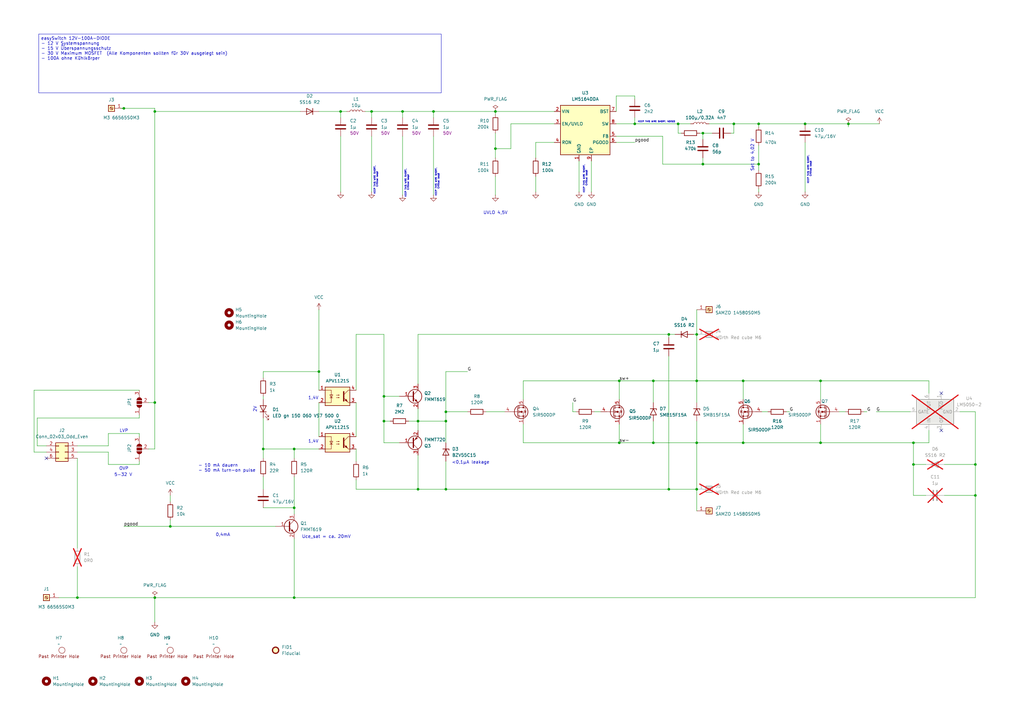
<source format=kicad_sch>
(kicad_sch
	(version 20231120)
	(generator "eeschema")
	(generator_version "8.0")
	(uuid "bf1f8167-8e29-49cc-a467-dd9cc2c77246")
	(paper "A3")
	(lib_symbols
		(symbol "Connector:Screw_Terminal_01x01"
			(pin_names
				(offset 1.016) hide)
			(exclude_from_sim no)
			(in_bom yes)
			(on_board yes)
			(property "Reference" "J"
				(at 0 2.54 0)
				(effects
					(font
						(size 1.27 1.27)
					)
				)
			)
			(property "Value" "Screw_Terminal_01x01"
				(at 0 -2.54 0)
				(effects
					(font
						(size 1.27 1.27)
					)
				)
			)
			(property "Footprint" ""
				(at 0 0 0)
				(effects
					(font
						(size 1.27 1.27)
					)
					(hide yes)
				)
			)
			(property "Datasheet" "~"
				(at 0 0 0)
				(effects
					(font
						(size 1.27 1.27)
					)
					(hide yes)
				)
			)
			(property "Description" "Generic screw terminal, single row, 01x01, script generated (kicad-library-utils/schlib/autogen/connector/)"
				(at 0 0 0)
				(effects
					(font
						(size 1.27 1.27)
					)
					(hide yes)
				)
			)
			(property "ki_keywords" "screw terminal"
				(at 0 0 0)
				(effects
					(font
						(size 1.27 1.27)
					)
					(hide yes)
				)
			)
			(property "ki_fp_filters" "TerminalBlock*:*"
				(at 0 0 0)
				(effects
					(font
						(size 1.27 1.27)
					)
					(hide yes)
				)
			)
			(symbol "Screw_Terminal_01x01_1_1"
				(rectangle
					(start -1.27 1.27)
					(end 1.27 -1.27)
					(stroke
						(width 0.254)
						(type default)
					)
					(fill
						(type background)
					)
				)
				(polyline
					(pts
						(xy -0.5334 0.3302) (xy 0.3302 -0.508)
					)
					(stroke
						(width 0.1524)
						(type default)
					)
					(fill
						(type none)
					)
				)
				(polyline
					(pts
						(xy -0.3556 0.508) (xy 0.508 -0.3302)
					)
					(stroke
						(width 0.1524)
						(type default)
					)
					(fill
						(type none)
					)
				)
				(circle
					(center 0 0)
					(radius 0.635)
					(stroke
						(width 0.1524)
						(type default)
					)
					(fill
						(type none)
					)
				)
				(pin passive line
					(at -5.08 0 0)
					(length 3.81)
					(name "Pin_1"
						(effects
							(font
								(size 1.27 1.27)
							)
						)
					)
					(number "1"
						(effects
							(font
								(size 1.27 1.27)
							)
						)
					)
				)
			)
		)
		(symbol "Connector_Generic:Conn_02x03_Odd_Even"
			(pin_names
				(offset 1.016) hide)
			(exclude_from_sim no)
			(in_bom yes)
			(on_board yes)
			(property "Reference" "J"
				(at 1.27 5.08 0)
				(effects
					(font
						(size 1.27 1.27)
					)
				)
			)
			(property "Value" "Conn_02x03_Odd_Even"
				(at 1.27 -5.08 0)
				(effects
					(font
						(size 1.27 1.27)
					)
				)
			)
			(property "Footprint" ""
				(at 0 0 0)
				(effects
					(font
						(size 1.27 1.27)
					)
					(hide yes)
				)
			)
			(property "Datasheet" "~"
				(at 0 0 0)
				(effects
					(font
						(size 1.27 1.27)
					)
					(hide yes)
				)
			)
			(property "Description" "Generic connector, double row, 02x03, odd/even pin numbering scheme (row 1 odd numbers, row 2 even numbers), script generated (kicad-library-utils/schlib/autogen/connector/)"
				(at 0 0 0)
				(effects
					(font
						(size 1.27 1.27)
					)
					(hide yes)
				)
			)
			(property "ki_keywords" "connector"
				(at 0 0 0)
				(effects
					(font
						(size 1.27 1.27)
					)
					(hide yes)
				)
			)
			(property "ki_fp_filters" "Connector*:*_2x??_*"
				(at 0 0 0)
				(effects
					(font
						(size 1.27 1.27)
					)
					(hide yes)
				)
			)
			(symbol "Conn_02x03_Odd_Even_1_1"
				(rectangle
					(start -1.27 -2.413)
					(end 0 -2.667)
					(stroke
						(width 0.1524)
						(type default)
					)
					(fill
						(type none)
					)
				)
				(rectangle
					(start -1.27 0.127)
					(end 0 -0.127)
					(stroke
						(width 0.1524)
						(type default)
					)
					(fill
						(type none)
					)
				)
				(rectangle
					(start -1.27 2.667)
					(end 0 2.413)
					(stroke
						(width 0.1524)
						(type default)
					)
					(fill
						(type none)
					)
				)
				(rectangle
					(start -1.27 3.81)
					(end 3.81 -3.81)
					(stroke
						(width 0.254)
						(type default)
					)
					(fill
						(type background)
					)
				)
				(rectangle
					(start 3.81 -2.413)
					(end 2.54 -2.667)
					(stroke
						(width 0.1524)
						(type default)
					)
					(fill
						(type none)
					)
				)
				(rectangle
					(start 3.81 0.127)
					(end 2.54 -0.127)
					(stroke
						(width 0.1524)
						(type default)
					)
					(fill
						(type none)
					)
				)
				(rectangle
					(start 3.81 2.667)
					(end 2.54 2.413)
					(stroke
						(width 0.1524)
						(type default)
					)
					(fill
						(type none)
					)
				)
				(pin passive line
					(at -5.08 2.54 0)
					(length 3.81)
					(name "Pin_1"
						(effects
							(font
								(size 1.27 1.27)
							)
						)
					)
					(number "1"
						(effects
							(font
								(size 1.27 1.27)
							)
						)
					)
				)
				(pin passive line
					(at 7.62 2.54 180)
					(length 3.81)
					(name "Pin_2"
						(effects
							(font
								(size 1.27 1.27)
							)
						)
					)
					(number "2"
						(effects
							(font
								(size 1.27 1.27)
							)
						)
					)
				)
				(pin passive line
					(at -5.08 0 0)
					(length 3.81)
					(name "Pin_3"
						(effects
							(font
								(size 1.27 1.27)
							)
						)
					)
					(number "3"
						(effects
							(font
								(size 1.27 1.27)
							)
						)
					)
				)
				(pin passive line
					(at 7.62 0 180)
					(length 3.81)
					(name "Pin_4"
						(effects
							(font
								(size 1.27 1.27)
							)
						)
					)
					(number "4"
						(effects
							(font
								(size 1.27 1.27)
							)
						)
					)
				)
				(pin passive line
					(at -5.08 -2.54 0)
					(length 3.81)
					(name "Pin_5"
						(effects
							(font
								(size 1.27 1.27)
							)
						)
					)
					(number "5"
						(effects
							(font
								(size 1.27 1.27)
							)
						)
					)
				)
				(pin passive line
					(at 7.62 -2.54 180)
					(length 3.81)
					(name "Pin_6"
						(effects
							(font
								(size 1.27 1.27)
							)
						)
					)
					(number "6"
						(effects
							(font
								(size 1.27 1.27)
							)
						)
					)
				)
			)
		)
		(symbol "Device:C"
			(pin_numbers hide)
			(pin_names
				(offset 0.254)
			)
			(exclude_from_sim no)
			(in_bom yes)
			(on_board yes)
			(property "Reference" "C"
				(at 0.635 2.54 0)
				(effects
					(font
						(size 1.27 1.27)
					)
					(justify left)
				)
			)
			(property "Value" "C"
				(at 0.635 -2.54 0)
				(effects
					(font
						(size 1.27 1.27)
					)
					(justify left)
				)
			)
			(property "Footprint" ""
				(at 0.9652 -3.81 0)
				(effects
					(font
						(size 1.27 1.27)
					)
					(hide yes)
				)
			)
			(property "Datasheet" "~"
				(at 0 0 0)
				(effects
					(font
						(size 1.27 1.27)
					)
					(hide yes)
				)
			)
			(property "Description" "Unpolarized capacitor"
				(at 0 0 0)
				(effects
					(font
						(size 1.27 1.27)
					)
					(hide yes)
				)
			)
			(property "ki_keywords" "cap capacitor"
				(at 0 0 0)
				(effects
					(font
						(size 1.27 1.27)
					)
					(hide yes)
				)
			)
			(property "ki_fp_filters" "C_*"
				(at 0 0 0)
				(effects
					(font
						(size 1.27 1.27)
					)
					(hide yes)
				)
			)
			(symbol "C_0_1"
				(polyline
					(pts
						(xy -2.032 -0.762) (xy 2.032 -0.762)
					)
					(stroke
						(width 0.508)
						(type default)
					)
					(fill
						(type none)
					)
				)
				(polyline
					(pts
						(xy -2.032 0.762) (xy 2.032 0.762)
					)
					(stroke
						(width 0.508)
						(type default)
					)
					(fill
						(type none)
					)
				)
			)
			(symbol "C_1_1"
				(pin passive line
					(at 0 3.81 270)
					(length 2.794)
					(name "~"
						(effects
							(font
								(size 1.27 1.27)
							)
						)
					)
					(number "1"
						(effects
							(font
								(size 1.27 1.27)
							)
						)
					)
				)
				(pin passive line
					(at 0 -3.81 90)
					(length 2.794)
					(name "~"
						(effects
							(font
								(size 1.27 1.27)
							)
						)
					)
					(number "2"
						(effects
							(font
								(size 1.27 1.27)
							)
						)
					)
				)
			)
		)
		(symbol "Device:D"
			(pin_numbers hide)
			(pin_names
				(offset 1.016) hide)
			(exclude_from_sim no)
			(in_bom yes)
			(on_board yes)
			(property "Reference" "D"
				(at 0 2.54 0)
				(effects
					(font
						(size 1.27 1.27)
					)
				)
			)
			(property "Value" "D"
				(at 0 -2.54 0)
				(effects
					(font
						(size 1.27 1.27)
					)
				)
			)
			(property "Footprint" ""
				(at 0 0 0)
				(effects
					(font
						(size 1.27 1.27)
					)
					(hide yes)
				)
			)
			(property "Datasheet" "~"
				(at 0 0 0)
				(effects
					(font
						(size 1.27 1.27)
					)
					(hide yes)
				)
			)
			(property "Description" "Diode"
				(at 0 0 0)
				(effects
					(font
						(size 1.27 1.27)
					)
					(hide yes)
				)
			)
			(property "Sim.Device" "D"
				(at 0 0 0)
				(effects
					(font
						(size 1.27 1.27)
					)
					(hide yes)
				)
			)
			(property "Sim.Pins" "1=K 2=A"
				(at 0 0 0)
				(effects
					(font
						(size 1.27 1.27)
					)
					(hide yes)
				)
			)
			(property "ki_keywords" "diode"
				(at 0 0 0)
				(effects
					(font
						(size 1.27 1.27)
					)
					(hide yes)
				)
			)
			(property "ki_fp_filters" "TO-???* *_Diode_* *SingleDiode* D_*"
				(at 0 0 0)
				(effects
					(font
						(size 1.27 1.27)
					)
					(hide yes)
				)
			)
			(symbol "D_0_1"
				(polyline
					(pts
						(xy -1.27 1.27) (xy -1.27 -1.27)
					)
					(stroke
						(width 0.254)
						(type default)
					)
					(fill
						(type none)
					)
				)
				(polyline
					(pts
						(xy 1.27 0) (xy -1.27 0)
					)
					(stroke
						(width 0)
						(type default)
					)
					(fill
						(type none)
					)
				)
				(polyline
					(pts
						(xy 1.27 1.27) (xy 1.27 -1.27) (xy -1.27 0) (xy 1.27 1.27)
					)
					(stroke
						(width 0.254)
						(type default)
					)
					(fill
						(type none)
					)
				)
			)
			(symbol "D_1_1"
				(pin passive line
					(at -3.81 0 0)
					(length 2.54)
					(name "K"
						(effects
							(font
								(size 1.27 1.27)
							)
						)
					)
					(number "1"
						(effects
							(font
								(size 1.27 1.27)
							)
						)
					)
				)
				(pin passive line
					(at 3.81 0 180)
					(length 2.54)
					(name "A"
						(effects
							(font
								(size 1.27 1.27)
							)
						)
					)
					(number "2"
						(effects
							(font
								(size 1.27 1.27)
							)
						)
					)
				)
			)
		)
		(symbol "Device:L"
			(pin_numbers hide)
			(pin_names
				(offset 1.016) hide)
			(exclude_from_sim no)
			(in_bom yes)
			(on_board yes)
			(property "Reference" "L"
				(at -1.27 0 90)
				(effects
					(font
						(size 1.27 1.27)
					)
				)
			)
			(property "Value" "L"
				(at 1.905 0 90)
				(effects
					(font
						(size 1.27 1.27)
					)
				)
			)
			(property "Footprint" ""
				(at 0 0 0)
				(effects
					(font
						(size 1.27 1.27)
					)
					(hide yes)
				)
			)
			(property "Datasheet" "~"
				(at 0 0 0)
				(effects
					(font
						(size 1.27 1.27)
					)
					(hide yes)
				)
			)
			(property "Description" "Inductor"
				(at 0 0 0)
				(effects
					(font
						(size 1.27 1.27)
					)
					(hide yes)
				)
			)
			(property "ki_keywords" "inductor choke coil reactor magnetic"
				(at 0 0 0)
				(effects
					(font
						(size 1.27 1.27)
					)
					(hide yes)
				)
			)
			(property "ki_fp_filters" "Choke_* *Coil* Inductor_* L_*"
				(at 0 0 0)
				(effects
					(font
						(size 1.27 1.27)
					)
					(hide yes)
				)
			)
			(symbol "L_0_1"
				(arc
					(start 0 -2.54)
					(mid 0.6323 -1.905)
					(end 0 -1.27)
					(stroke
						(width 0)
						(type default)
					)
					(fill
						(type none)
					)
				)
				(arc
					(start 0 -1.27)
					(mid 0.6323 -0.635)
					(end 0 0)
					(stroke
						(width 0)
						(type default)
					)
					(fill
						(type none)
					)
				)
				(arc
					(start 0 0)
					(mid 0.6323 0.635)
					(end 0 1.27)
					(stroke
						(width 0)
						(type default)
					)
					(fill
						(type none)
					)
				)
				(arc
					(start 0 1.27)
					(mid 0.6323 1.905)
					(end 0 2.54)
					(stroke
						(width 0)
						(type default)
					)
					(fill
						(type none)
					)
				)
			)
			(symbol "L_1_1"
				(pin passive line
					(at 0 3.81 270)
					(length 1.27)
					(name "1"
						(effects
							(font
								(size 1.27 1.27)
							)
						)
					)
					(number "1"
						(effects
							(font
								(size 1.27 1.27)
							)
						)
					)
				)
				(pin passive line
					(at 0 -3.81 90)
					(length 1.27)
					(name "2"
						(effects
							(font
								(size 1.27 1.27)
							)
						)
					)
					(number "2"
						(effects
							(font
								(size 1.27 1.27)
							)
						)
					)
				)
			)
		)
		(symbol "Device:LED"
			(pin_numbers hide)
			(pin_names
				(offset 1.016) hide)
			(exclude_from_sim no)
			(in_bom yes)
			(on_board yes)
			(property "Reference" "D"
				(at 0 2.54 0)
				(effects
					(font
						(size 1.27 1.27)
					)
				)
			)
			(property "Value" "LED"
				(at 0 -2.54 0)
				(effects
					(font
						(size 1.27 1.27)
					)
				)
			)
			(property "Footprint" ""
				(at 0 0 0)
				(effects
					(font
						(size 1.27 1.27)
					)
					(hide yes)
				)
			)
			(property "Datasheet" "~"
				(at 0 0 0)
				(effects
					(font
						(size 1.27 1.27)
					)
					(hide yes)
				)
			)
			(property "Description" "Light emitting diode"
				(at 0 0 0)
				(effects
					(font
						(size 1.27 1.27)
					)
					(hide yes)
				)
			)
			(property "ki_keywords" "LED diode"
				(at 0 0 0)
				(effects
					(font
						(size 1.27 1.27)
					)
					(hide yes)
				)
			)
			(property "ki_fp_filters" "LED* LED_SMD:* LED_THT:*"
				(at 0 0 0)
				(effects
					(font
						(size 1.27 1.27)
					)
					(hide yes)
				)
			)
			(symbol "LED_0_1"
				(polyline
					(pts
						(xy -1.27 -1.27) (xy -1.27 1.27)
					)
					(stroke
						(width 0.254)
						(type default)
					)
					(fill
						(type none)
					)
				)
				(polyline
					(pts
						(xy -1.27 0) (xy 1.27 0)
					)
					(stroke
						(width 0)
						(type default)
					)
					(fill
						(type none)
					)
				)
				(polyline
					(pts
						(xy 1.27 -1.27) (xy 1.27 1.27) (xy -1.27 0) (xy 1.27 -1.27)
					)
					(stroke
						(width 0.254)
						(type default)
					)
					(fill
						(type none)
					)
				)
				(polyline
					(pts
						(xy -3.048 -0.762) (xy -4.572 -2.286) (xy -3.81 -2.286) (xy -4.572 -2.286) (xy -4.572 -1.524)
					)
					(stroke
						(width 0)
						(type default)
					)
					(fill
						(type none)
					)
				)
				(polyline
					(pts
						(xy -1.778 -0.762) (xy -3.302 -2.286) (xy -2.54 -2.286) (xy -3.302 -2.286) (xy -3.302 -1.524)
					)
					(stroke
						(width 0)
						(type default)
					)
					(fill
						(type none)
					)
				)
			)
			(symbol "LED_1_1"
				(pin passive line
					(at -3.81 0 0)
					(length 2.54)
					(name "K"
						(effects
							(font
								(size 1.27 1.27)
							)
						)
					)
					(number "1"
						(effects
							(font
								(size 1.27 1.27)
							)
						)
					)
				)
				(pin passive line
					(at 3.81 0 180)
					(length 2.54)
					(name "A"
						(effects
							(font
								(size 1.27 1.27)
							)
						)
					)
					(number "2"
						(effects
							(font
								(size 1.27 1.27)
							)
						)
					)
				)
			)
		)
		(symbol "Device:R"
			(pin_numbers hide)
			(pin_names
				(offset 0)
			)
			(exclude_from_sim no)
			(in_bom yes)
			(on_board yes)
			(property "Reference" "R"
				(at 2.032 0 90)
				(effects
					(font
						(size 1.27 1.27)
					)
				)
			)
			(property "Value" "R"
				(at 0 0 90)
				(effects
					(font
						(size 1.27 1.27)
					)
				)
			)
			(property "Footprint" ""
				(at -1.778 0 90)
				(effects
					(font
						(size 1.27 1.27)
					)
					(hide yes)
				)
			)
			(property "Datasheet" "~"
				(at 0 0 0)
				(effects
					(font
						(size 1.27 1.27)
					)
					(hide yes)
				)
			)
			(property "Description" "Resistor"
				(at 0 0 0)
				(effects
					(font
						(size 1.27 1.27)
					)
					(hide yes)
				)
			)
			(property "ki_keywords" "R res resistor"
				(at 0 0 0)
				(effects
					(font
						(size 1.27 1.27)
					)
					(hide yes)
				)
			)
			(property "ki_fp_filters" "R_*"
				(at 0 0 0)
				(effects
					(font
						(size 1.27 1.27)
					)
					(hide yes)
				)
			)
			(symbol "R_0_1"
				(rectangle
					(start -1.016 -2.54)
					(end 1.016 2.54)
					(stroke
						(width 0.254)
						(type default)
					)
					(fill
						(type none)
					)
				)
			)
			(symbol "R_1_1"
				(pin passive line
					(at 0 3.81 270)
					(length 1.27)
					(name "~"
						(effects
							(font
								(size 1.27 1.27)
							)
						)
					)
					(number "1"
						(effects
							(font
								(size 1.27 1.27)
							)
						)
					)
				)
				(pin passive line
					(at 0 -3.81 90)
					(length 1.27)
					(name "~"
						(effects
							(font
								(size 1.27 1.27)
							)
						)
					)
					(number "2"
						(effects
							(font
								(size 1.27 1.27)
							)
						)
					)
				)
			)
		)
		(symbol "Diode:BZV55C15"
			(pin_numbers hide)
			(pin_names hide)
			(exclude_from_sim no)
			(in_bom yes)
			(on_board yes)
			(property "Reference" "D"
				(at 0 2.54 0)
				(effects
					(font
						(size 1.27 1.27)
					)
				)
			)
			(property "Value" "BZV55C15"
				(at 0 -2.54 0)
				(effects
					(font
						(size 1.27 1.27)
					)
				)
			)
			(property "Footprint" "Diode_SMD:D_MiniMELF"
				(at 0 -4.445 0)
				(effects
					(font
						(size 1.27 1.27)
					)
					(hide yes)
				)
			)
			(property "Datasheet" "https://assets.nexperia.com/documents/data-sheet/BZV55_SER.pdf"
				(at 0 0 0)
				(effects
					(font
						(size 1.27 1.27)
					)
					(hide yes)
				)
			)
			(property "Description" "15V, 500mW, 5%, Zener diode, MiniMELF"
				(at 0 0 0)
				(effects
					(font
						(size 1.27 1.27)
					)
					(hide yes)
				)
			)
			(property "ki_keywords" "zener diode"
				(at 0 0 0)
				(effects
					(font
						(size 1.27 1.27)
					)
					(hide yes)
				)
			)
			(property "ki_fp_filters" "D*MiniMELF*"
				(at 0 0 0)
				(effects
					(font
						(size 1.27 1.27)
					)
					(hide yes)
				)
			)
			(symbol "BZV55C15_0_1"
				(polyline
					(pts
						(xy 1.27 0) (xy -1.27 0)
					)
					(stroke
						(width 0)
						(type default)
					)
					(fill
						(type none)
					)
				)
				(polyline
					(pts
						(xy -1.27 -1.27) (xy -1.27 1.27) (xy -0.762 1.27)
					)
					(stroke
						(width 0.254)
						(type default)
					)
					(fill
						(type none)
					)
				)
				(polyline
					(pts
						(xy 1.27 -1.27) (xy 1.27 1.27) (xy -1.27 0) (xy 1.27 -1.27)
					)
					(stroke
						(width 0.254)
						(type default)
					)
					(fill
						(type none)
					)
				)
			)
			(symbol "BZV55C15_1_1"
				(pin passive line
					(at -3.81 0 0)
					(length 2.54)
					(name "K"
						(effects
							(font
								(size 1.27 1.27)
							)
						)
					)
					(number "1"
						(effects
							(font
								(size 1.27 1.27)
							)
						)
					)
				)
				(pin passive line
					(at 3.81 0 180)
					(length 2.54)
					(name "A"
						(effects
							(font
								(size 1.27 1.27)
							)
						)
					)
					(number "2"
						(effects
							(font
								(size 1.27 1.27)
							)
						)
					)
				)
			)
		)
		(symbol "Diode:SM6T15A"
			(pin_numbers hide)
			(pin_names
				(offset 1.016) hide)
			(exclude_from_sim no)
			(in_bom yes)
			(on_board yes)
			(property "Reference" "D"
				(at 0 2.54 0)
				(effects
					(font
						(size 1.27 1.27)
					)
				)
			)
			(property "Value" "SM6T15A"
				(at 0 -2.54 0)
				(effects
					(font
						(size 1.27 1.27)
					)
				)
			)
			(property "Footprint" "Diode_SMD:D_SMB"
				(at 0 -5.08 0)
				(effects
					(font
						(size 1.27 1.27)
					)
					(hide yes)
				)
			)
			(property "Datasheet" "https://www.st.com/resource/en/datasheet/sm6t.pdf"
				(at -1.27 0 0)
				(effects
					(font
						(size 1.27 1.27)
					)
					(hide yes)
				)
			)
			(property "Description" "600W unidirectional Transil Transient Voltage Suppressor, 15Vrwm, DO-214AA"
				(at 0 0 0)
				(effects
					(font
						(size 1.27 1.27)
					)
					(hide yes)
				)
			)
			(property "ki_keywords" "diode TVS voltage suppressor"
				(at 0 0 0)
				(effects
					(font
						(size 1.27 1.27)
					)
					(hide yes)
				)
			)
			(property "ki_fp_filters" "D*SMB*"
				(at 0 0 0)
				(effects
					(font
						(size 1.27 1.27)
					)
					(hide yes)
				)
			)
			(symbol "SM6T15A_0_1"
				(polyline
					(pts
						(xy -0.762 1.27) (xy -1.27 1.27) (xy -1.27 -1.27)
					)
					(stroke
						(width 0.254)
						(type default)
					)
					(fill
						(type none)
					)
				)
				(polyline
					(pts
						(xy 1.27 1.27) (xy 1.27 -1.27) (xy -1.27 0) (xy 1.27 1.27)
					)
					(stroke
						(width 0.254)
						(type default)
					)
					(fill
						(type none)
					)
				)
			)
			(symbol "SM6T15A_1_1"
				(pin passive line
					(at -3.81 0 0)
					(length 2.54)
					(name "A1"
						(effects
							(font
								(size 1.27 1.27)
							)
						)
					)
					(number "1"
						(effects
							(font
								(size 1.27 1.27)
							)
						)
					)
				)
				(pin passive line
					(at 3.81 0 180)
					(length 2.54)
					(name "A2"
						(effects
							(font
								(size 1.27 1.27)
							)
						)
					)
					(number "2"
						(effects
							(font
								(size 1.27 1.27)
							)
						)
					)
				)
			)
		)
		(symbol "Isolator:VO615A-1"
			(pin_names
				(offset 0.762)
			)
			(exclude_from_sim no)
			(in_bom yes)
			(on_board yes)
			(property "Reference" "U"
				(at 0 7.62 0)
				(effects
					(font
						(size 1.27 1.27)
					)
				)
			)
			(property "Value" "VO615A-1"
				(at 0 5.08 0)
				(effects
					(font
						(size 1.27 1.27)
					)
				)
			)
			(property "Footprint" ""
				(at 0 0 0)
				(effects
					(font
						(size 1.27 1.27)
					)
					(hide yes)
				)
			)
			(property "Datasheet" "http://www.vishay.com/docs/81753/vo615a.pdf"
				(at 0 0 0)
				(effects
					(font
						(size 1.27 1.27)
					)
					(hide yes)
				)
			)
			(property "Description" "DC Optocoupler, Vce 70V, CTR 40-80% @ 10mA, Viso 5000Vrms, DIP4"
				(at 0 0 0)
				(effects
					(font
						(size 1.27 1.27)
					)
					(hide yes)
				)
			)
			(property "ki_keywords" "NPN DC Optocoupler"
				(at 0 0 0)
				(effects
					(font
						(size 1.27 1.27)
					)
					(hide yes)
				)
			)
			(property "ki_fp_filters" "DIP*W7.62mm* DIP*W10.16mm* SMDIP*W7.62mm* SMDIP*W9.53mm* SMDIP*W11.48mm*"
				(at 0 0 0)
				(effects
					(font
						(size 1.27 1.27)
					)
					(hide yes)
				)
			)
			(symbol "VO615A-1_0_1"
				(rectangle
					(start -5.08 3.81)
					(end 5.08 -3.81)
					(stroke
						(width 0.254)
						(type default)
					)
					(fill
						(type background)
					)
				)
				(polyline
					(pts
						(xy -3.175 -0.635) (xy -1.905 -0.635)
					)
					(stroke
						(width 0)
						(type default)
					)
					(fill
						(type none)
					)
				)
				(polyline
					(pts
						(xy 2.54 0.635) (xy 4.445 2.54)
					)
					(stroke
						(width 0)
						(type default)
					)
					(fill
						(type none)
					)
				)
				(polyline
					(pts
						(xy 4.445 -2.54) (xy 2.54 -0.635)
					)
					(stroke
						(width 0)
						(type default)
					)
					(fill
						(type outline)
					)
				)
				(polyline
					(pts
						(xy 4.445 -2.54) (xy 5.08 -2.54)
					)
					(stroke
						(width 0)
						(type default)
					)
					(fill
						(type none)
					)
				)
				(polyline
					(pts
						(xy 4.445 2.54) (xy 5.08 2.54)
					)
					(stroke
						(width 0)
						(type default)
					)
					(fill
						(type none)
					)
				)
				(polyline
					(pts
						(xy 2.54 1.905) (xy 2.54 -1.905) (xy 2.54 -1.905)
					)
					(stroke
						(width 0.508)
						(type default)
					)
					(fill
						(type none)
					)
				)
				(polyline
					(pts
						(xy -5.08 2.54) (xy -2.54 2.54) (xy -2.54 -2.54) (xy -5.08 -2.54)
					)
					(stroke
						(width 0)
						(type default)
					)
					(fill
						(type none)
					)
				)
				(polyline
					(pts
						(xy -2.54 -0.635) (xy -3.175 0.635) (xy -1.905 0.635) (xy -2.54 -0.635)
					)
					(stroke
						(width 0)
						(type default)
					)
					(fill
						(type none)
					)
				)
				(polyline
					(pts
						(xy -0.508 -0.508) (xy 0.762 -0.508) (xy 0.381 -0.635) (xy 0.381 -0.381) (xy 0.762 -0.508)
					)
					(stroke
						(width 0)
						(type default)
					)
					(fill
						(type none)
					)
				)
				(polyline
					(pts
						(xy -0.508 0.508) (xy 0.762 0.508) (xy 0.381 0.381) (xy 0.381 0.635) (xy 0.762 0.508)
					)
					(stroke
						(width 0)
						(type default)
					)
					(fill
						(type none)
					)
				)
				(polyline
					(pts
						(xy 3.048 -1.651) (xy 3.556 -1.143) (xy 4.064 -2.159) (xy 3.048 -1.651) (xy 3.048 -1.651)
					)
					(stroke
						(width 0)
						(type default)
					)
					(fill
						(type outline)
					)
				)
			)
			(symbol "VO615A-1_1_1"
				(pin passive line
					(at -7.62 2.54 0)
					(length 2.54)
					(name "~"
						(effects
							(font
								(size 1.27 1.27)
							)
						)
					)
					(number "1"
						(effects
							(font
								(size 1.27 1.27)
							)
						)
					)
				)
				(pin passive line
					(at -7.62 -2.54 0)
					(length 2.54)
					(name "~"
						(effects
							(font
								(size 1.27 1.27)
							)
						)
					)
					(number "2"
						(effects
							(font
								(size 1.27 1.27)
							)
						)
					)
				)
				(pin passive line
					(at 7.62 -2.54 180)
					(length 2.54)
					(name "~"
						(effects
							(font
								(size 1.27 1.27)
							)
						)
					)
					(number "3"
						(effects
							(font
								(size 1.27 1.27)
							)
						)
					)
				)
				(pin passive line
					(at 7.62 2.54 180)
					(length 2.54)
					(name "~"
						(effects
							(font
								(size 1.27 1.27)
							)
						)
					)
					(number "4"
						(effects
							(font
								(size 1.27 1.27)
							)
						)
					)
				)
			)
		)
		(symbol "Jumper:SolderJumper_3_Open"
			(pin_names
				(offset 0) hide)
			(exclude_from_sim yes)
			(in_bom no)
			(on_board yes)
			(property "Reference" "JP"
				(at -2.54 -2.54 0)
				(effects
					(font
						(size 1.27 1.27)
					)
				)
			)
			(property "Value" "SolderJumper_3_Open"
				(at 0 2.794 0)
				(effects
					(font
						(size 1.27 1.27)
					)
				)
			)
			(property "Footprint" ""
				(at 0 0 0)
				(effects
					(font
						(size 1.27 1.27)
					)
					(hide yes)
				)
			)
			(property "Datasheet" "~"
				(at 0 0 0)
				(effects
					(font
						(size 1.27 1.27)
					)
					(hide yes)
				)
			)
			(property "Description" "Solder Jumper, 3-pole, open"
				(at 0 0 0)
				(effects
					(font
						(size 1.27 1.27)
					)
					(hide yes)
				)
			)
			(property "ki_keywords" "Solder Jumper SPDT"
				(at 0 0 0)
				(effects
					(font
						(size 1.27 1.27)
					)
					(hide yes)
				)
			)
			(property "ki_fp_filters" "SolderJumper*Open*"
				(at 0 0 0)
				(effects
					(font
						(size 1.27 1.27)
					)
					(hide yes)
				)
			)
			(symbol "SolderJumper_3_Open_0_1"
				(arc
					(start -1.016 1.016)
					(mid -2.0276 0)
					(end -1.016 -1.016)
					(stroke
						(width 0)
						(type default)
					)
					(fill
						(type none)
					)
				)
				(arc
					(start -1.016 1.016)
					(mid -2.0276 0)
					(end -1.016 -1.016)
					(stroke
						(width 0)
						(type default)
					)
					(fill
						(type outline)
					)
				)
				(rectangle
					(start -0.508 1.016)
					(end 0.508 -1.016)
					(stroke
						(width 0)
						(type default)
					)
					(fill
						(type outline)
					)
				)
				(polyline
					(pts
						(xy -2.54 0) (xy -2.032 0)
					)
					(stroke
						(width 0)
						(type default)
					)
					(fill
						(type none)
					)
				)
				(polyline
					(pts
						(xy -1.016 1.016) (xy -1.016 -1.016)
					)
					(stroke
						(width 0)
						(type default)
					)
					(fill
						(type none)
					)
				)
				(polyline
					(pts
						(xy 0 -1.27) (xy 0 -1.016)
					)
					(stroke
						(width 0)
						(type default)
					)
					(fill
						(type none)
					)
				)
				(polyline
					(pts
						(xy 1.016 1.016) (xy 1.016 -1.016)
					)
					(stroke
						(width 0)
						(type default)
					)
					(fill
						(type none)
					)
				)
				(polyline
					(pts
						(xy 2.54 0) (xy 2.032 0)
					)
					(stroke
						(width 0)
						(type default)
					)
					(fill
						(type none)
					)
				)
				(arc
					(start 1.016 -1.016)
					(mid 2.0276 0)
					(end 1.016 1.016)
					(stroke
						(width 0)
						(type default)
					)
					(fill
						(type none)
					)
				)
				(arc
					(start 1.016 -1.016)
					(mid 2.0276 0)
					(end 1.016 1.016)
					(stroke
						(width 0)
						(type default)
					)
					(fill
						(type outline)
					)
				)
			)
			(symbol "SolderJumper_3_Open_1_1"
				(pin passive line
					(at -5.08 0 0)
					(length 2.54)
					(name "A"
						(effects
							(font
								(size 1.27 1.27)
							)
						)
					)
					(number "1"
						(effects
							(font
								(size 1.27 1.27)
							)
						)
					)
				)
				(pin passive line
					(at 0 -3.81 90)
					(length 2.54)
					(name "C"
						(effects
							(font
								(size 1.27 1.27)
							)
						)
					)
					(number "2"
						(effects
							(font
								(size 1.27 1.27)
							)
						)
					)
				)
				(pin passive line
					(at 5.08 0 180)
					(length 2.54)
					(name "B"
						(effects
							(font
								(size 1.27 1.27)
							)
						)
					)
					(number "3"
						(effects
							(font
								(size 1.27 1.27)
							)
						)
					)
				)
			)
		)
		(symbol "Mechanical:Fiducial"
			(exclude_from_sim yes)
			(in_bom no)
			(on_board yes)
			(property "Reference" "FID"
				(at 0 5.08 0)
				(effects
					(font
						(size 1.27 1.27)
					)
				)
			)
			(property "Value" "Fiducial"
				(at 0 3.175 0)
				(effects
					(font
						(size 1.27 1.27)
					)
				)
			)
			(property "Footprint" ""
				(at 0 0 0)
				(effects
					(font
						(size 1.27 1.27)
					)
					(hide yes)
				)
			)
			(property "Datasheet" "~"
				(at 0 0 0)
				(effects
					(font
						(size 1.27 1.27)
					)
					(hide yes)
				)
			)
			(property "Description" "Fiducial Marker"
				(at 0 0 0)
				(effects
					(font
						(size 1.27 1.27)
					)
					(hide yes)
				)
			)
			(property "ki_keywords" "fiducial marker"
				(at 0 0 0)
				(effects
					(font
						(size 1.27 1.27)
					)
					(hide yes)
				)
			)
			(property "ki_fp_filters" "Fiducial*"
				(at 0 0 0)
				(effects
					(font
						(size 1.27 1.27)
					)
					(hide yes)
				)
			)
			(symbol "Fiducial_0_1"
				(circle
					(center 0 0)
					(radius 1.27)
					(stroke
						(width 0.508)
						(type default)
					)
					(fill
						(type background)
					)
				)
			)
		)
		(symbol "Mechanical:MountingHole"
			(pin_names
				(offset 1.016)
			)
			(exclude_from_sim yes)
			(in_bom no)
			(on_board yes)
			(property "Reference" "H"
				(at 0 5.08 0)
				(effects
					(font
						(size 1.27 1.27)
					)
				)
			)
			(property "Value" "MountingHole"
				(at 0 3.175 0)
				(effects
					(font
						(size 1.27 1.27)
					)
				)
			)
			(property "Footprint" ""
				(at 0 0 0)
				(effects
					(font
						(size 1.27 1.27)
					)
					(hide yes)
				)
			)
			(property "Datasheet" "~"
				(at 0 0 0)
				(effects
					(font
						(size 1.27 1.27)
					)
					(hide yes)
				)
			)
			(property "Description" "Mounting Hole without connection"
				(at 0 0 0)
				(effects
					(font
						(size 1.27 1.27)
					)
					(hide yes)
				)
			)
			(property "ki_keywords" "mounting hole"
				(at 0 0 0)
				(effects
					(font
						(size 1.27 1.27)
					)
					(hide yes)
				)
			)
			(property "ki_fp_filters" "MountingHole*"
				(at 0 0 0)
				(effects
					(font
						(size 1.27 1.27)
					)
					(hide yes)
				)
			)
			(symbol "MountingHole_0_1"
				(circle
					(center 0 0)
					(radius 1.27)
					(stroke
						(width 1.27)
						(type default)
					)
					(fill
						(type none)
					)
				)
			)
		)
		(symbol "Power_Management:LM5050-2"
			(exclude_from_sim no)
			(in_bom yes)
			(on_board yes)
			(property "Reference" "U"
				(at -5.08 8.89 0)
				(effects
					(font
						(size 1.27 1.27)
					)
				)
			)
			(property "Value" "LM5050-2"
				(at 1.27 8.89 0)
				(effects
					(font
						(size 1.27 1.27)
					)
					(justify left)
				)
			)
			(property "Footprint" "Package_TO_SOT_SMD:TSOT-23-6"
				(at 16.51 -8.89 0)
				(effects
					(font
						(size 1.27 1.27)
					)
					(hide yes)
				)
			)
			(property "Datasheet" "http://www.ti.com/lit/ds/symlink/lm5050-2.pdf"
				(at 27.94 -1.27 0)
				(effects
					(font
						(size 1.27 1.27)
					)
					(hide yes)
				)
			)
			(property "Description" "High side OR-ing FET controller, 6V to 75V operation, TSOT-23-6"
				(at 0 0 0)
				(effects
					(font
						(size 1.27 1.27)
					)
					(hide yes)
				)
			)
			(property "ki_keywords" "positive high-side or-ing ideal-diode"
				(at 0 0 0)
				(effects
					(font
						(size 1.27 1.27)
					)
					(hide yes)
				)
			)
			(property "ki_fp_filters" "TSOT?23*"
				(at 0 0 0)
				(effects
					(font
						(size 1.27 1.27)
					)
					(hide yes)
				)
			)
			(symbol "LM5050-2_0_1"
				(rectangle
					(start -5.08 7.62)
					(end 5.08 -7.62)
					(stroke
						(width 0.254)
						(type default)
					)
					(fill
						(type background)
					)
				)
			)
			(symbol "LM5050-2_1_1"
				(pin open_collector line
					(at 7.62 -2.54 180)
					(length 2.54)
					(name "~{FGD}"
						(effects
							(font
								(size 1.27 1.27)
							)
						)
					)
					(number "1"
						(effects
							(font
								(size 1.27 1.27)
							)
						)
					)
				)
				(pin power_in line
					(at 0 -10.16 90)
					(length 2.54)
					(name "GND"
						(effects
							(font
								(size 1.27 1.27)
							)
						)
					)
					(number "2"
						(effects
							(font
								(size 1.27 1.27)
							)
						)
					)
				)
				(pin input line
					(at -7.62 -2.54 0)
					(length 2.54)
					(name "OFF"
						(effects
							(font
								(size 1.27 1.27)
							)
						)
					)
					(number "3"
						(effects
							(font
								(size 1.27 1.27)
							)
						)
					)
				)
				(pin input line
					(at -7.62 2.54 0)
					(length 2.54)
					(name "IN"
						(effects
							(font
								(size 1.27 1.27)
							)
						)
					)
					(number "4"
						(effects
							(font
								(size 1.27 1.27)
							)
						)
					)
				)
				(pin output line
					(at 0 10.16 270)
					(length 2.54)
					(name "GATE"
						(effects
							(font
								(size 1.27 1.27)
							)
						)
					)
					(number "5"
						(effects
							(font
								(size 1.27 1.27)
							)
						)
					)
				)
				(pin input line
					(at 7.62 2.54 180)
					(length 2.54)
					(name "OUT"
						(effects
							(font
								(size 1.27 1.27)
							)
						)
					)
					(number "6"
						(effects
							(font
								(size 1.27 1.27)
							)
						)
					)
				)
			)
		)
		(symbol "Regulator_Switching:LM5164DDA"
			(exclude_from_sim no)
			(in_bom yes)
			(on_board yes)
			(property "Reference" "U"
				(at -8.89 11.43 0)
				(effects
					(font
						(size 1.27 1.27)
					)
				)
			)
			(property "Value" "LM5164DDA"
				(at 5.08 11.43 0)
				(effects
					(font
						(size 1.27 1.27)
					)
				)
			)
			(property "Footprint" "Package_SO:HSOP-8-1EP_3.9x4.9mm_P1.27mm_EP2.41x3.1mm_ThermalVias"
				(at 1.27 -11.43 0)
				(effects
					(font
						(size 1.27 1.27)
					)
					(hide yes)
				)
			)
			(property "Datasheet" "https://www.ti.com/lit/ds/symlink/lm5164.pdf?ts=1598311864250&ref_url=https%253A%252F%252Fwww.ti.com%252Fproduct%252FLM5164%253FHQS%253DTI-null-null-octopart-df-pf-null-wwe"
				(at -7.62 8.89 0)
				(effects
					(font
						(size 1.27 1.27)
					)
					(hide yes)
				)
			)
			(property "Description" "1A synchronous buck converter with ultra-low IQ, 6V - 100V input, adjustable output voltage, HSOP-8"
				(at 0 0 0)
				(effects
					(font
						(size 1.27 1.27)
					)
					(hide yes)
				)
			)
			(property "ki_keywords" "step-down dc-dc buck regulator adjustable"
				(at 0 0 0)
				(effects
					(font
						(size 1.27 1.27)
					)
					(hide yes)
				)
			)
			(property "ki_fp_filters" "HSOP*1EP*3.9x4.9*P1.27mm*"
				(at 0 0 0)
				(effects
					(font
						(size 1.27 1.27)
					)
					(hide yes)
				)
			)
			(symbol "LM5164DDA_1_1"
				(rectangle
					(start -10.16 10.16)
					(end 10.16 -10.16)
					(stroke
						(width 0.254)
						(type default)
					)
					(fill
						(type background)
					)
				)
				(pin power_in line
					(at -2.54 -12.7 90)
					(length 2.54)
					(name "GND"
						(effects
							(font
								(size 1.27 1.27)
							)
						)
					)
					(number "1"
						(effects
							(font
								(size 1.27 1.27)
							)
						)
					)
				)
				(pin power_in line
					(at -12.7 7.62 0)
					(length 2.54)
					(name "VIN"
						(effects
							(font
								(size 1.27 1.27)
							)
						)
					)
					(number "2"
						(effects
							(font
								(size 1.27 1.27)
							)
						)
					)
				)
				(pin input line
					(at -12.7 2.54 0)
					(length 2.54)
					(name "EN/UVLO"
						(effects
							(font
								(size 1.27 1.27)
							)
						)
					)
					(number "3"
						(effects
							(font
								(size 1.27 1.27)
							)
						)
					)
				)
				(pin passive line
					(at -12.7 -5.08 0)
					(length 2.54)
					(name "RON"
						(effects
							(font
								(size 1.27 1.27)
							)
						)
					)
					(number "4"
						(effects
							(font
								(size 1.27 1.27)
							)
						)
					)
				)
				(pin input line
					(at 12.7 -2.54 180)
					(length 2.54)
					(name "FB"
						(effects
							(font
								(size 1.27 1.27)
							)
						)
					)
					(number "5"
						(effects
							(font
								(size 1.27 1.27)
							)
						)
					)
				)
				(pin open_collector line
					(at 12.7 -5.08 180)
					(length 2.54)
					(name "PGOOD"
						(effects
							(font
								(size 1.27 1.27)
							)
						)
					)
					(number "6"
						(effects
							(font
								(size 1.27 1.27)
							)
						)
					)
				)
				(pin passive line
					(at 12.7 7.62 180)
					(length 2.54)
					(name "BST"
						(effects
							(font
								(size 1.27 1.27)
							)
						)
					)
					(number "7"
						(effects
							(font
								(size 1.27 1.27)
							)
						)
					)
				)
				(pin power_out line
					(at 12.7 2.54 180)
					(length 2.54)
					(name "SW"
						(effects
							(font
								(size 1.27 1.27)
							)
						)
					)
					(number "8"
						(effects
							(font
								(size 1.27 1.27)
							)
						)
					)
				)
				(pin passive line
					(at 2.54 -12.7 90)
					(length 2.54)
					(name "EP"
						(effects
							(font
								(size 1.27 1.27)
							)
						)
					)
					(number "9"
						(effects
							(font
								(size 1.27 1.27)
							)
						)
					)
				)
			)
		)
		(symbol "Transistor_BJT:MMBT2222A"
			(pin_names
				(offset 0) hide)
			(exclude_from_sim no)
			(in_bom yes)
			(on_board yes)
			(property "Reference" "Q"
				(at 5.08 1.905 0)
				(effects
					(font
						(size 1.27 1.27)
					)
					(justify left)
				)
			)
			(property "Value" "MMBT2222A"
				(at 5.08 0 0)
				(effects
					(font
						(size 1.27 1.27)
					)
					(justify left)
				)
			)
			(property "Footprint" "Package_TO_SOT_SMD:SOT-23"
				(at 5.08 -1.905 0)
				(effects
					(font
						(size 1.27 1.27)
						(italic yes)
					)
					(justify left)
					(hide yes)
				)
			)
			(property "Datasheet" "https://assets.nexperia.com/documents/data-sheet/MMBT2222A.pdf"
				(at 0 0 0)
				(effects
					(font
						(size 1.27 1.27)
					)
					(justify left)
					(hide yes)
				)
			)
			(property "Description" "600mA Ic, 40V Vce, NPN Transistor, SOT-23"
				(at 0 0 0)
				(effects
					(font
						(size 1.27 1.27)
					)
					(hide yes)
				)
			)
			(property "ki_keywords" "NPN Transistor"
				(at 0 0 0)
				(effects
					(font
						(size 1.27 1.27)
					)
					(hide yes)
				)
			)
			(property "ki_fp_filters" "SOT?23*"
				(at 0 0 0)
				(effects
					(font
						(size 1.27 1.27)
					)
					(hide yes)
				)
			)
			(symbol "MMBT2222A_0_1"
				(polyline
					(pts
						(xy 0.635 0.635) (xy 2.54 2.54)
					)
					(stroke
						(width 0)
						(type default)
					)
					(fill
						(type none)
					)
				)
				(polyline
					(pts
						(xy 0.635 -0.635) (xy 2.54 -2.54) (xy 2.54 -2.54)
					)
					(stroke
						(width 0)
						(type default)
					)
					(fill
						(type none)
					)
				)
				(polyline
					(pts
						(xy 0.635 1.905) (xy 0.635 -1.905) (xy 0.635 -1.905)
					)
					(stroke
						(width 0.508)
						(type default)
					)
					(fill
						(type none)
					)
				)
				(polyline
					(pts
						(xy 1.27 -1.778) (xy 1.778 -1.27) (xy 2.286 -2.286) (xy 1.27 -1.778) (xy 1.27 -1.778)
					)
					(stroke
						(width 0)
						(type default)
					)
					(fill
						(type outline)
					)
				)
				(circle
					(center 1.27 0)
					(radius 2.8194)
					(stroke
						(width 0.254)
						(type default)
					)
					(fill
						(type none)
					)
				)
			)
			(symbol "MMBT2222A_1_1"
				(pin input line
					(at -5.08 0 0)
					(length 5.715)
					(name "B"
						(effects
							(font
								(size 1.27 1.27)
							)
						)
					)
					(number "1"
						(effects
							(font
								(size 1.27 1.27)
							)
						)
					)
				)
				(pin passive line
					(at 2.54 -5.08 90)
					(length 2.54)
					(name "E"
						(effects
							(font
								(size 1.27 1.27)
							)
						)
					)
					(number "2"
						(effects
							(font
								(size 1.27 1.27)
							)
						)
					)
				)
				(pin passive line
					(at 2.54 5.08 270)
					(length 2.54)
					(name "C"
						(effects
							(font
								(size 1.27 1.27)
							)
						)
					)
					(number "3"
						(effects
							(font
								(size 1.27 1.27)
							)
						)
					)
				)
			)
		)
		(symbol "Transistor_BJT:MMBT3906"
			(pin_names
				(offset 0) hide)
			(exclude_from_sim no)
			(in_bom yes)
			(on_board yes)
			(property "Reference" "Q"
				(at 5.08 1.905 0)
				(effects
					(font
						(size 1.27 1.27)
					)
					(justify left)
				)
			)
			(property "Value" "MMBT3906"
				(at 5.08 0 0)
				(effects
					(font
						(size 1.27 1.27)
					)
					(justify left)
				)
			)
			(property "Footprint" "Package_TO_SOT_SMD:SOT-23"
				(at 5.08 -1.905 0)
				(effects
					(font
						(size 1.27 1.27)
						(italic yes)
					)
					(justify left)
					(hide yes)
				)
			)
			(property "Datasheet" "https://www.onsemi.com/pdf/datasheet/pzt3906-d.pdf"
				(at 0 0 0)
				(effects
					(font
						(size 1.27 1.27)
					)
					(justify left)
					(hide yes)
				)
			)
			(property "Description" "-0.2A Ic, -40V Vce, Small Signal PNP Transistor, SOT-23"
				(at 0 0 0)
				(effects
					(font
						(size 1.27 1.27)
					)
					(hide yes)
				)
			)
			(property "ki_keywords" "PNP Transistor"
				(at 0 0 0)
				(effects
					(font
						(size 1.27 1.27)
					)
					(hide yes)
				)
			)
			(property "ki_fp_filters" "SOT?23*"
				(at 0 0 0)
				(effects
					(font
						(size 1.27 1.27)
					)
					(hide yes)
				)
			)
			(symbol "MMBT3906_0_1"
				(polyline
					(pts
						(xy 0.635 0.635) (xy 2.54 2.54)
					)
					(stroke
						(width 0)
						(type default)
					)
					(fill
						(type none)
					)
				)
				(polyline
					(pts
						(xy 0.635 -0.635) (xy 2.54 -2.54) (xy 2.54 -2.54)
					)
					(stroke
						(width 0)
						(type default)
					)
					(fill
						(type none)
					)
				)
				(polyline
					(pts
						(xy 0.635 1.905) (xy 0.635 -1.905) (xy 0.635 -1.905)
					)
					(stroke
						(width 0.508)
						(type default)
					)
					(fill
						(type none)
					)
				)
				(polyline
					(pts
						(xy 2.286 -1.778) (xy 1.778 -2.286) (xy 1.27 -1.27) (xy 2.286 -1.778) (xy 2.286 -1.778)
					)
					(stroke
						(width 0)
						(type default)
					)
					(fill
						(type outline)
					)
				)
				(circle
					(center 1.27 0)
					(radius 2.8194)
					(stroke
						(width 0.254)
						(type default)
					)
					(fill
						(type none)
					)
				)
			)
			(symbol "MMBT3906_1_1"
				(pin input line
					(at -5.08 0 0)
					(length 5.715)
					(name "B"
						(effects
							(font
								(size 1.27 1.27)
							)
						)
					)
					(number "1"
						(effects
							(font
								(size 1.27 1.27)
							)
						)
					)
				)
				(pin passive line
					(at 2.54 -5.08 90)
					(length 2.54)
					(name "E"
						(effects
							(font
								(size 1.27 1.27)
							)
						)
					)
					(number "2"
						(effects
							(font
								(size 1.27 1.27)
							)
						)
					)
				)
				(pin passive line
					(at 2.54 5.08 270)
					(length 2.54)
					(name "C"
						(effects
							(font
								(size 1.27 1.27)
							)
						)
					)
					(number "3"
						(effects
							(font
								(size 1.27 1.27)
							)
						)
					)
				)
			)
		)
		(symbol "Transistor_FET:SiR696DP"
			(pin_names hide)
			(exclude_from_sim no)
			(in_bom yes)
			(on_board yes)
			(property "Reference" "Q"
				(at 5.08 1.905 0)
				(effects
					(font
						(size 1.27 1.27)
					)
					(justify left)
				)
			)
			(property "Value" "SiR696DP"
				(at 5.08 0 0)
				(effects
					(font
						(size 1.27 1.27)
					)
					(justify left)
				)
			)
			(property "Footprint" "Package_SO:PowerPAK_SO-8_Single"
				(at 5.08 -1.905 0)
				(effects
					(font
						(size 1.27 1.27)
						(italic yes)
					)
					(justify left)
					(hide yes)
				)
			)
			(property "Datasheet" "https://www.vishay.com/docs/65689/sir696dp.pdf"
				(at 5.08 -3.81 0)
				(effects
					(font
						(size 1.27 1.27)
					)
					(justify left)
					(hide yes)
				)
			)
			(property "Description" "60A Id, 125V Vds N-Channel MOSFET, 9.6mOhm Ron, 19.4 nC Qg(typ), PowerPAK-8"
				(at 0 0 0)
				(effects
					(font
						(size 1.27 1.27)
					)
					(hide yes)
				)
			)
			(property "ki_keywords" "NMOS NFET Vishay"
				(at 0 0 0)
				(effects
					(font
						(size 1.27 1.27)
					)
					(hide yes)
				)
			)
			(property "ki_fp_filters" "PowerPAK*SO*Single*"
				(at 0 0 0)
				(effects
					(font
						(size 1.27 1.27)
					)
					(hide yes)
				)
			)
			(symbol "SiR696DP_0_1"
				(polyline
					(pts
						(xy 0.254 0) (xy -2.54 0)
					)
					(stroke
						(width 0)
						(type default)
					)
					(fill
						(type none)
					)
				)
				(polyline
					(pts
						(xy 0.254 1.905) (xy 0.254 -1.905)
					)
					(stroke
						(width 0.254)
						(type default)
					)
					(fill
						(type none)
					)
				)
				(polyline
					(pts
						(xy 0.762 -1.27) (xy 0.762 -2.286)
					)
					(stroke
						(width 0.254)
						(type default)
					)
					(fill
						(type none)
					)
				)
				(polyline
					(pts
						(xy 0.762 0.508) (xy 0.762 -0.508)
					)
					(stroke
						(width 0.254)
						(type default)
					)
					(fill
						(type none)
					)
				)
				(polyline
					(pts
						(xy 0.762 2.286) (xy 0.762 1.27)
					)
					(stroke
						(width 0.254)
						(type default)
					)
					(fill
						(type none)
					)
				)
				(polyline
					(pts
						(xy 2.54 2.54) (xy 2.54 1.778)
					)
					(stroke
						(width 0)
						(type default)
					)
					(fill
						(type none)
					)
				)
				(polyline
					(pts
						(xy 2.54 -2.54) (xy 2.54 0) (xy 0.762 0)
					)
					(stroke
						(width 0)
						(type default)
					)
					(fill
						(type none)
					)
				)
				(polyline
					(pts
						(xy 0.762 -1.778) (xy 3.302 -1.778) (xy 3.302 1.778) (xy 0.762 1.778)
					)
					(stroke
						(width 0)
						(type default)
					)
					(fill
						(type none)
					)
				)
				(polyline
					(pts
						(xy 1.016 0) (xy 2.032 0.381) (xy 2.032 -0.381) (xy 1.016 0)
					)
					(stroke
						(width 0)
						(type default)
					)
					(fill
						(type outline)
					)
				)
				(polyline
					(pts
						(xy 2.794 0.508) (xy 2.921 0.381) (xy 3.683 0.381) (xy 3.81 0.254)
					)
					(stroke
						(width 0)
						(type default)
					)
					(fill
						(type none)
					)
				)
				(polyline
					(pts
						(xy 3.302 0.381) (xy 2.921 -0.254) (xy 3.683 -0.254) (xy 3.302 0.381)
					)
					(stroke
						(width 0)
						(type default)
					)
					(fill
						(type none)
					)
				)
				(circle
					(center 1.651 0)
					(radius 2.794)
					(stroke
						(width 0.254)
						(type default)
					)
					(fill
						(type none)
					)
				)
				(circle
					(center 2.54 -1.778)
					(radius 0.254)
					(stroke
						(width 0)
						(type default)
					)
					(fill
						(type outline)
					)
				)
				(circle
					(center 2.54 1.778)
					(radius 0.254)
					(stroke
						(width 0)
						(type default)
					)
					(fill
						(type outline)
					)
				)
			)
			(symbol "SiR696DP_1_1"
				(pin passive line
					(at 2.54 -5.08 90)
					(length 2.54)
					(name "S"
						(effects
							(font
								(size 1.27 1.27)
							)
						)
					)
					(number "1"
						(effects
							(font
								(size 1.27 1.27)
							)
						)
					)
				)
				(pin passive line
					(at 2.54 -5.08 90)
					(length 2.54) hide
					(name "S"
						(effects
							(font
								(size 1.27 1.27)
							)
						)
					)
					(number "2"
						(effects
							(font
								(size 1.27 1.27)
							)
						)
					)
				)
				(pin passive line
					(at 2.54 -5.08 90)
					(length 2.54) hide
					(name "S"
						(effects
							(font
								(size 1.27 1.27)
							)
						)
					)
					(number "3"
						(effects
							(font
								(size 1.27 1.27)
							)
						)
					)
				)
				(pin input line
					(at -5.08 0 0)
					(length 2.54)
					(name "G"
						(effects
							(font
								(size 1.27 1.27)
							)
						)
					)
					(number "4"
						(effects
							(font
								(size 1.27 1.27)
							)
						)
					)
				)
				(pin passive line
					(at 2.54 5.08 270)
					(length 2.54)
					(name "D"
						(effects
							(font
								(size 1.27 1.27)
							)
						)
					)
					(number "5"
						(effects
							(font
								(size 1.27 1.27)
							)
						)
					)
				)
			)
		)
		(symbol "myMounting:mounting_past_printer"
			(exclude_from_sim no)
			(in_bom no)
			(on_board yes)
			(property "Reference" "H"
				(at 0 0 0)
				(effects
					(font
						(size 1.27 1.27)
					)
				)
			)
			(property "Value" ""
				(at 0 0 0)
				(effects
					(font
						(size 1.27 1.27)
					)
				)
			)
			(property "Footprint" "myHoles:printer_mounting_holes_1mm"
				(at 0 0 0)
				(effects
					(font
						(size 1.27 1.27)
					)
					(hide yes)
				)
			)
			(property "Datasheet" ""
				(at 0 0 0)
				(effects
					(font
						(size 1.27 1.27)
					)
					(hide yes)
				)
			)
			(property "Description" ""
				(at 0 0 0)
				(effects
					(font
						(size 1.27 1.27)
					)
					(hide yes)
				)
			)
			(symbol "mounting_past_printer_0_1"
				(circle
					(center 0 0)
					(radius 1.27)
					(stroke
						(width 0)
						(type default)
					)
					(fill
						(type none)
					)
				)
			)
			(symbol "mounting_past_printer_1_1"
				(text "Past Printer Hole\n"
					(at -1.27 -2.54 0)
					(effects
						(font
							(size 1.27 1.27)
						)
					)
				)
			)
		)
		(symbol "power:GND"
			(power)
			(pin_numbers hide)
			(pin_names
				(offset 0) hide)
			(exclude_from_sim no)
			(in_bom yes)
			(on_board yes)
			(property "Reference" "#PWR"
				(at 0 -6.35 0)
				(effects
					(font
						(size 1.27 1.27)
					)
					(hide yes)
				)
			)
			(property "Value" "GND"
				(at 0 -3.81 0)
				(effects
					(font
						(size 1.27 1.27)
					)
				)
			)
			(property "Footprint" ""
				(at 0 0 0)
				(effects
					(font
						(size 1.27 1.27)
					)
					(hide yes)
				)
			)
			(property "Datasheet" ""
				(at 0 0 0)
				(effects
					(font
						(size 1.27 1.27)
					)
					(hide yes)
				)
			)
			(property "Description" "Power symbol creates a global label with name \"GND\" , ground"
				(at 0 0 0)
				(effects
					(font
						(size 1.27 1.27)
					)
					(hide yes)
				)
			)
			(property "ki_keywords" "global power"
				(at 0 0 0)
				(effects
					(font
						(size 1.27 1.27)
					)
					(hide yes)
				)
			)
			(symbol "GND_0_1"
				(polyline
					(pts
						(xy 0 0) (xy 0 -1.27) (xy 1.27 -1.27) (xy 0 -2.54) (xy -1.27 -1.27) (xy 0 -1.27)
					)
					(stroke
						(width 0)
						(type default)
					)
					(fill
						(type none)
					)
				)
			)
			(symbol "GND_1_1"
				(pin power_in line
					(at 0 0 270)
					(length 0)
					(name "~"
						(effects
							(font
								(size 1.27 1.27)
							)
						)
					)
					(number "1"
						(effects
							(font
								(size 1.27 1.27)
							)
						)
					)
				)
			)
		)
		(symbol "power:PWR_FLAG"
			(power)
			(pin_numbers hide)
			(pin_names
				(offset 0) hide)
			(exclude_from_sim no)
			(in_bom yes)
			(on_board yes)
			(property "Reference" "#FLG"
				(at 0 1.905 0)
				(effects
					(font
						(size 1.27 1.27)
					)
					(hide yes)
				)
			)
			(property "Value" "PWR_FLAG"
				(at 0 3.81 0)
				(effects
					(font
						(size 1.27 1.27)
					)
				)
			)
			(property "Footprint" ""
				(at 0 0 0)
				(effects
					(font
						(size 1.27 1.27)
					)
					(hide yes)
				)
			)
			(property "Datasheet" "~"
				(at 0 0 0)
				(effects
					(font
						(size 1.27 1.27)
					)
					(hide yes)
				)
			)
			(property "Description" "Special symbol for telling ERC where power comes from"
				(at 0 0 0)
				(effects
					(font
						(size 1.27 1.27)
					)
					(hide yes)
				)
			)
			(property "ki_keywords" "flag power"
				(at 0 0 0)
				(effects
					(font
						(size 1.27 1.27)
					)
					(hide yes)
				)
			)
			(symbol "PWR_FLAG_0_0"
				(pin power_out line
					(at 0 0 90)
					(length 0)
					(name "~"
						(effects
							(font
								(size 1.27 1.27)
							)
						)
					)
					(number "1"
						(effects
							(font
								(size 1.27 1.27)
							)
						)
					)
				)
			)
			(symbol "PWR_FLAG_0_1"
				(polyline
					(pts
						(xy 0 0) (xy 0 1.27) (xy -1.016 1.905) (xy 0 2.54) (xy 1.016 1.905) (xy 0 1.27)
					)
					(stroke
						(width 0)
						(type default)
					)
					(fill
						(type none)
					)
				)
			)
		)
		(symbol "power:VCC"
			(power)
			(pin_numbers hide)
			(pin_names
				(offset 0) hide)
			(exclude_from_sim no)
			(in_bom yes)
			(on_board yes)
			(property "Reference" "#PWR"
				(at 0 -3.81 0)
				(effects
					(font
						(size 1.27 1.27)
					)
					(hide yes)
				)
			)
			(property "Value" "VCC"
				(at 0 3.556 0)
				(effects
					(font
						(size 1.27 1.27)
					)
				)
			)
			(property "Footprint" ""
				(at 0 0 0)
				(effects
					(font
						(size 1.27 1.27)
					)
					(hide yes)
				)
			)
			(property "Datasheet" ""
				(at 0 0 0)
				(effects
					(font
						(size 1.27 1.27)
					)
					(hide yes)
				)
			)
			(property "Description" "Power symbol creates a global label with name \"VCC\""
				(at 0 0 0)
				(effects
					(font
						(size 1.27 1.27)
					)
					(hide yes)
				)
			)
			(property "ki_keywords" "global power"
				(at 0 0 0)
				(effects
					(font
						(size 1.27 1.27)
					)
					(hide yes)
				)
			)
			(symbol "VCC_0_1"
				(polyline
					(pts
						(xy -0.762 1.27) (xy 0 2.54)
					)
					(stroke
						(width 0)
						(type default)
					)
					(fill
						(type none)
					)
				)
				(polyline
					(pts
						(xy 0 0) (xy 0 2.54)
					)
					(stroke
						(width 0)
						(type default)
					)
					(fill
						(type none)
					)
				)
				(polyline
					(pts
						(xy 0 2.54) (xy 0.762 1.27)
					)
					(stroke
						(width 0)
						(type default)
					)
					(fill
						(type none)
					)
				)
			)
			(symbol "VCC_1_1"
				(pin power_in line
					(at 0 0 90)
					(length 0)
					(name "~"
						(effects
							(font
								(size 1.27 1.27)
							)
						)
					)
					(number "1"
						(effects
							(font
								(size 1.27 1.27)
							)
						)
					)
				)
			)
		)
	)
	(junction
		(at 278.13 50.8)
		(diameter 0)
		(color 0 0 0 0)
		(uuid "0621175d-554d-4c91-ba73-1692687808a3")
	)
	(junction
		(at 336.55 181.61)
		(diameter 0)
		(color 0 0 0 0)
		(uuid "06790259-ded0-45db-bce5-fadce232f7e1")
	)
	(junction
		(at 182.88 172.72)
		(diameter 0)
		(color 0 0 0 0)
		(uuid "0966124c-f18f-475d-9052-3a4e6dd29c6c")
	)
	(junction
		(at 139.7 45.72)
		(diameter 0)
		(color 0 0 0 0)
		(uuid "09ff6c90-c158-4d8b-900c-86fc650589b6")
	)
	(junction
		(at 274.32 137.16)
		(diameter 0)
		(color 0 0 0 0)
		(uuid "0c3fc721-4d7f-482b-8906-dd60f46c1941")
	)
	(junction
		(at 69.85 215.9)
		(diameter 0)
		(color 0 0 0 0)
		(uuid "10de6599-1339-4689-9f55-15a3abe5d57a")
	)
	(junction
		(at 63.5 45.72)
		(diameter 0)
		(color 0 0 0 0)
		(uuid "1b86fe10-7828-405e-8bcc-dc672701d462")
	)
	(junction
		(at 120.65 208.28)
		(diameter 0)
		(color 0 0 0 0)
		(uuid "1c8e1926-f6ad-4827-8924-cc1992be0912")
	)
	(junction
		(at 285.75 200.66)
		(diameter 0)
		(color 0 0 0 0)
		(uuid "24aed074-2513-4d34-a065-b0131b227fb3")
	)
	(junction
		(at 285.75 137.16)
		(diameter 0)
		(color 0 0 0 0)
		(uuid "266ed616-51e1-4d3b-a6d2-6c74b4029aa1")
	)
	(junction
		(at 311.15 50.8)
		(diameter 0)
		(color 0 0 0 0)
		(uuid "27471f66-71e7-48d3-a2a1-92e401b71fc1")
	)
	(junction
		(at 63.5 245.11)
		(diameter 0)
		(color 0 0 0 0)
		(uuid "3336d6dd-63a1-4c5d-8eb7-48bdc365d11e")
	)
	(junction
		(at 254 181.61)
		(diameter 0)
		(color 0 0 0 0)
		(uuid "35cc7fe9-1fd3-4b62-85d9-6cbae6ef5b49")
	)
	(junction
		(at 311.15 67.31)
		(diameter 0)
		(color 0 0 0 0)
		(uuid "3b0f91c2-18a5-4fca-8be0-ca669bf004cd")
	)
	(junction
		(at 171.45 200.66)
		(diameter 0)
		(color 0 0 0 0)
		(uuid "491a0471-0d1c-4f69-85c3-777ce500990d")
	)
	(junction
		(at 374.65 181.61)
		(diameter 0)
		(color 0 0 0 0)
		(uuid "4cd5cab0-3cd5-4c58-9f2a-04422da17362")
	)
	(junction
		(at 31.75 245.11)
		(diameter 0)
		(color 0 0 0 0)
		(uuid "527c7395-bf8c-4d60-a7aa-9e50a0a94772")
	)
	(junction
		(at 274.32 200.66)
		(diameter 0)
		(color 0 0 0 0)
		(uuid "54fbf9c1-471c-4130-914a-5bc6d4b0a879")
	)
	(junction
		(at 304.8 181.61)
		(diameter 0)
		(color 0 0 0 0)
		(uuid "56e67e81-8072-4d4e-8383-48f1b7ec0ceb")
	)
	(junction
		(at 285.75 181.61)
		(diameter 0)
		(color 0 0 0 0)
		(uuid "58263a04-1161-449c-995c-82747fd6631a")
	)
	(junction
		(at 177.8 45.72)
		(diameter 0)
		(color 0 0 0 0)
		(uuid "5c99134a-b3d9-42a2-bf1e-fcc0a25e0f1b")
	)
	(junction
		(at 165.1 45.72)
		(diameter 0)
		(color 0 0 0 0)
		(uuid "62212503-d760-4647-b7f5-8ee0d05b7e38")
	)
	(junction
		(at 336.55 156.21)
		(diameter 0)
		(color 0 0 0 0)
		(uuid "654e93e0-e8bc-4974-8fd2-9f1ea48d0c91")
	)
	(junction
		(at 182.88 200.66)
		(diameter 0)
		(color 0 0 0 0)
		(uuid "65f98bc9-85ab-451b-aa8f-5b2d241e3e24")
	)
	(junction
		(at 267.97 181.61)
		(diameter 0)
		(color 0 0 0 0)
		(uuid "668818d5-a901-4c97-b526-81eb5a4e4b51")
	)
	(junction
		(at 107.95 184.15)
		(diameter 0)
		(color 0 0 0 0)
		(uuid "72c08c0e-9e0f-4dc0-b41d-98d1ec81971a")
	)
	(junction
		(at 203.2 45.72)
		(diameter 0)
		(color 0 0 0 0)
		(uuid "73327ab0-3285-4762-baea-4b9f226a6193")
	)
	(junction
		(at 120.65 245.11)
		(diameter 0)
		(color 0 0 0 0)
		(uuid "739bd8de-927f-4701-a6f5-ea6907bc8d7d")
	)
	(junction
		(at 254 156.21)
		(diameter 0)
		(color 0 0 0 0)
		(uuid "777c90da-0594-49fc-a570-1a7c2445381d")
	)
	(junction
		(at 203.2 60.96)
		(diameter 0)
		(color 0 0 0 0)
		(uuid "8144900f-02f7-416c-91be-ee492dfca661")
	)
	(junction
		(at 288.29 54.61)
		(diameter 0)
		(color 0 0 0 0)
		(uuid "8540f3d5-08cc-4303-8ebb-4fd24d4a87b5")
	)
	(junction
		(at 157.48 162.56)
		(diameter 0)
		(color 0 0 0 0)
		(uuid "92cbea37-e08b-46b7-b70d-f594af0ee402")
	)
	(junction
		(at 374.65 190.5)
		(diameter 0)
		(color 0 0 0 0)
		(uuid "965befdf-272b-447b-bebe-9fe0a76cf293")
	)
	(junction
		(at 157.48 172.72)
		(diameter 0)
		(color 0 0 0 0)
		(uuid "98d483d3-624b-4922-8c44-4eaeb1048846")
	)
	(junction
		(at 267.97 156.21)
		(diameter 0)
		(color 0 0 0 0)
		(uuid "9ac5fd89-4321-4047-b7ef-eeaac55d696a")
	)
	(junction
		(at 347.98 50.8)
		(diameter 0)
		(color 0 0 0 0)
		(uuid "affde939-23e1-450a-a529-589c7c22176f")
	)
	(junction
		(at 130.81 152.4)
		(diameter 0)
		(color 0 0 0 0)
		(uuid "b29bfd50-172d-424d-afc7-642b851ba0ff")
	)
	(junction
		(at 152.4 45.72)
		(diameter 0)
		(color 0 0 0 0)
		(uuid "c1e07403-6250-4fa0-8383-93fd6fa8df8c")
	)
	(junction
		(at 63.5 165.1)
		(diameter 0)
		(color 0 0 0 0)
		(uuid "c56df2d6-d853-4e15-ba62-4d4bff552da7")
	)
	(junction
		(at 330.2 50.8)
		(diameter 0)
		(color 0 0 0 0)
		(uuid "ca8e9c37-3c71-4b37-8e75-110f326069be")
	)
	(junction
		(at 304.8 156.21)
		(diameter 0)
		(color 0 0 0 0)
		(uuid "ca9fdef6-2f97-4d56-a91d-3e82e218d5e4")
	)
	(junction
		(at 400.05 190.5)
		(diameter 0)
		(color 0 0 0 0)
		(uuid "caaab57e-64c1-422d-b4a3-61e2497254d4")
	)
	(junction
		(at 182.88 168.91)
		(diameter 0)
		(color 0 0 0 0)
		(uuid "d2d7a569-cbaf-437c-8636-b20c34aa560e")
	)
	(junction
		(at 400.05 203.2)
		(diameter 0)
		(color 0 0 0 0)
		(uuid "d2e2c379-1298-4caa-abdc-8246f2660b02")
	)
	(junction
		(at 285.75 156.21)
		(diameter 0)
		(color 0 0 0 0)
		(uuid "d855359d-ce9c-476b-ae4d-c57819e4f27b")
	)
	(junction
		(at 50.8 44.45)
		(diameter 0)
		(color 0 0 0 0)
		(uuid "e4d671ee-4e4a-4237-9b93-91e7f04ce1c1")
	)
	(junction
		(at 288.29 67.31)
		(diameter 0)
		(color 0 0 0 0)
		(uuid "e785f7ef-9c28-406e-a852-7bd1abc1ec85")
	)
	(junction
		(at 300.99 50.8)
		(diameter 0)
		(color 0 0 0 0)
		(uuid "eb21f521-23f8-4f23-918d-2558d327464b")
	)
	(junction
		(at 260.35 50.8)
		(diameter 0)
		(color 0 0 0 0)
		(uuid "eb7f7c49-d733-4953-83c6-c857bfd77681")
	)
	(junction
		(at 171.45 172.72)
		(diameter 0)
		(color 0 0 0 0)
		(uuid "ec73db30-5f77-4e90-882a-4c9cbe1643ee")
	)
	(junction
		(at 120.65 184.15)
		(diameter 0)
		(color 0 0 0 0)
		(uuid "ff5f44eb-3b5f-4c2c-bf09-3c195c1930a6")
	)
	(no_connect
		(at 19.05 187.96)
		(uuid "0f03eb49-e0de-46ea-9812-28e6fe8d06eb")
	)
	(no_connect
		(at 386.08 161.29)
		(uuid "80b2a2c0-64e8-4fa3-957e-68135e4e9669")
	)
	(no_connect
		(at 386.08 176.53)
		(uuid "9fe7f768-4474-47b9-b7d9-379178dda5eb")
	)
	(wire
		(pts
			(xy 278.13 50.8) (xy 283.21 50.8)
		)
		(stroke
			(width 0)
			(type default)
		)
		(uuid "00eb76cf-6a70-4d9a-9b31-2323de1df4e9")
	)
	(wire
		(pts
			(xy 130.81 152.4) (xy 130.81 160.02)
		)
		(stroke
			(width 0)
			(type default)
		)
		(uuid "0261b513-430c-4e9e-b86d-7939e100e3aa")
	)
	(wire
		(pts
			(xy 236.22 168.91) (xy 234.95 168.91)
		)
		(stroke
			(width 0)
			(type default)
		)
		(uuid "02f74773-e90a-46ef-b06f-1d096aa8bd7d")
	)
	(wire
		(pts
			(xy 336.55 181.61) (xy 304.8 181.61)
		)
		(stroke
			(width 0)
			(type default)
		)
		(uuid "02fb9f55-2b5c-4a6f-a5e5-37242144ff7b")
	)
	(wire
		(pts
			(xy 157.48 137.16) (xy 157.48 162.56)
		)
		(stroke
			(width 0)
			(type default)
		)
		(uuid "031a48a3-cf12-456f-9cbe-b88def6ac012")
	)
	(wire
		(pts
			(xy 214.63 156.21) (xy 254 156.21)
		)
		(stroke
			(width 0)
			(type default)
		)
		(uuid "09466225-f4a5-4f0e-a55a-83dbe447ebcd")
	)
	(wire
		(pts
			(xy 15.24 171.45) (xy 15.24 182.88)
		)
		(stroke
			(width 0)
			(type default)
		)
		(uuid "09f11cba-6a27-438b-bb86-15fdf9afd59c")
	)
	(wire
		(pts
			(xy 330.2 58.42) (xy 330.2 78.74)
		)
		(stroke
			(width 0)
			(type default)
		)
		(uuid "0a08d6c6-1ce1-43bb-9f4f-648c69d78355")
	)
	(wire
		(pts
			(xy 288.29 54.61) (xy 288.29 57.15)
		)
		(stroke
			(width 0)
			(type default)
		)
		(uuid "0a45165b-700b-4246-a439-8d99ab6d4ee6")
	)
	(wire
		(pts
			(xy 120.65 187.96) (xy 120.65 184.15)
		)
		(stroke
			(width 0)
			(type default)
		)
		(uuid "0a4e2f0c-3e7a-4092-95b6-b6a926127138")
	)
	(wire
		(pts
			(xy 60.96 184.15) (xy 63.5 184.15)
		)
		(stroke
			(width 0)
			(type default)
		)
		(uuid "0c4fada5-3157-4839-9370-aced67a8fcaa")
	)
	(wire
		(pts
			(xy 152.4 45.72) (xy 165.1 45.72)
		)
		(stroke
			(width 0)
			(type default)
		)
		(uuid "0ca7261d-9367-4b9f-a644-a2ed8470f021")
	)
	(wire
		(pts
			(xy 120.65 210.82) (xy 120.65 208.28)
		)
		(stroke
			(width 0)
			(type default)
		)
		(uuid "0cacb69c-ae9b-4adb-88db-e1a851c32e6a")
	)
	(wire
		(pts
			(xy 63.5 45.72) (xy 123.19 45.72)
		)
		(stroke
			(width 0)
			(type default)
		)
		(uuid "0e72e5c6-d095-4d8e-899a-94fe6a7734e6")
	)
	(wire
		(pts
			(xy 260.35 39.37) (xy 252.73 39.37)
		)
		(stroke
			(width 0)
			(type default)
		)
		(uuid "110f0814-e29b-4731-9816-ecf4505dcee7")
	)
	(wire
		(pts
			(xy 69.85 215.9) (xy 113.03 215.9)
		)
		(stroke
			(width 0)
			(type default)
		)
		(uuid "11948203-039e-4d46-90c3-a9400a1f2afb")
	)
	(wire
		(pts
			(xy 15.24 182.88) (xy 19.05 182.88)
		)
		(stroke
			(width 0)
			(type default)
		)
		(uuid "13735746-6ce0-4cd9-8041-24cbe9646447")
	)
	(wire
		(pts
			(xy 300.99 50.8) (xy 311.15 50.8)
		)
		(stroke
			(width 0)
			(type default)
		)
		(uuid "14613872-8316-4b0b-9324-a2e13b607b87")
	)
	(wire
		(pts
			(xy 50.8 215.9) (xy 69.85 215.9)
		)
		(stroke
			(width 0)
			(type default)
		)
		(uuid "149f8ca4-a2d2-4ef4-987d-ead64b56c81d")
	)
	(wire
		(pts
			(xy 44.45 185.42) (xy 44.45 190.5)
		)
		(stroke
			(width 0)
			(type default)
		)
		(uuid "18cc4c23-b7eb-41a3-84b0-87c336ba1483")
	)
	(wire
		(pts
			(xy 374.65 181.61) (xy 336.55 181.61)
		)
		(stroke
			(width 0)
			(type default)
		)
		(uuid "192a55d4-595d-41c8-82fd-886ad27d6acf")
	)
	(wire
		(pts
			(xy 149.86 45.72) (xy 152.4 45.72)
		)
		(stroke
			(width 0)
			(type default)
		)
		(uuid "1d2284aa-1335-41ac-b16c-33fd4acec759")
	)
	(wire
		(pts
			(xy 311.15 67.31) (xy 311.15 69.85)
		)
		(stroke
			(width 0)
			(type default)
		)
		(uuid "1dd05569-440c-4a9f-b125-63db0f5139df")
	)
	(wire
		(pts
			(xy 374.65 190.5) (xy 374.65 203.2)
		)
		(stroke
			(width 0)
			(type default)
		)
		(uuid "1f2a5e28-3326-489c-9570-11bdc638b2d8")
	)
	(wire
		(pts
			(xy 237.49 66.04) (xy 237.49 78.74)
		)
		(stroke
			(width 0)
			(type default)
		)
		(uuid "1faf50e7-dd4e-49e7-a6db-9c5ca1450579")
	)
	(wire
		(pts
			(xy 336.55 173.99) (xy 336.55 181.61)
		)
		(stroke
			(width 0)
			(type default)
		)
		(uuid "1ff4d07b-fe6e-48a3-98d8-e280ae46ec92")
	)
	(wire
		(pts
			(xy 146.05 137.16) (xy 157.48 137.16)
		)
		(stroke
			(width 0)
			(type default)
		)
		(uuid "236882e4-3c5e-4f06-983f-56850c050c64")
	)
	(wire
		(pts
			(xy 139.7 45.72) (xy 142.24 45.72)
		)
		(stroke
			(width 0)
			(type default)
		)
		(uuid "23dd99c4-0cb4-4ec7-bb9e-9e11bb57557b")
	)
	(wire
		(pts
			(xy 203.2 72.39) (xy 203.2 80.01)
		)
		(stroke
			(width 0)
			(type default)
		)
		(uuid "25a44031-66c9-4e15-b0cf-d716b8104c6e")
	)
	(wire
		(pts
			(xy 288.29 67.31) (xy 271.78 67.31)
		)
		(stroke
			(width 0)
			(type default)
		)
		(uuid "29cdc846-e6a1-41a0-848c-3318119133bc")
	)
	(wire
		(pts
			(xy 267.97 181.61) (xy 254 181.61)
		)
		(stroke
			(width 0)
			(type default)
		)
		(uuid "2a146481-46aa-4465-94fe-e1a2ed6fe6e9")
	)
	(wire
		(pts
			(xy 50.8 44.45) (xy 63.5 44.45)
		)
		(stroke
			(width 0)
			(type default)
		)
		(uuid "2a5850a7-2d3e-4e8e-91f5-76b2d4788fb4")
	)
	(wire
		(pts
			(xy 209.55 50.8) (xy 227.33 50.8)
		)
		(stroke
			(width 0)
			(type default)
		)
		(uuid "2b34420e-f341-455b-85a0-ff866ff814b4")
	)
	(wire
		(pts
			(xy 274.32 146.05) (xy 274.32 200.66)
		)
		(stroke
			(width 0)
			(type default)
		)
		(uuid "2e6b79b4-d5fc-4189-82d6-086db2e94cd1")
	)
	(wire
		(pts
			(xy 285.75 181.61) (xy 304.8 181.61)
		)
		(stroke
			(width 0)
			(type default)
		)
		(uuid "2f5307ac-c7b0-41ed-9512-3680737ae2ec")
	)
	(wire
		(pts
			(xy 171.45 186.69) (xy 171.45 200.66)
		)
		(stroke
			(width 0)
			(type default)
		)
		(uuid "31cf53b3-da11-41a7-b454-1bfda96f5eb2")
	)
	(wire
		(pts
			(xy 63.5 165.1) (xy 63.5 184.15)
		)
		(stroke
			(width 0)
			(type default)
		)
		(uuid "348f935e-4512-479d-b070-bc9a35acb071")
	)
	(wire
		(pts
			(xy 284.48 137.16) (xy 285.75 137.16)
		)
		(stroke
			(width 0)
			(type default)
		)
		(uuid "376f3d5b-7cad-4d58-a099-0cf70d5a3533")
	)
	(wire
		(pts
			(xy 171.45 137.16) (xy 274.32 137.16)
		)
		(stroke
			(width 0)
			(type default)
		)
		(uuid "37fbc18a-83b4-4d26-b7cc-218bb742bb7c")
	)
	(wire
		(pts
			(xy 203.2 54.61) (xy 203.2 60.96)
		)
		(stroke
			(width 0)
			(type default)
		)
		(uuid "3949e925-39f8-4a58-bab2-b6bb4c93bad0")
	)
	(wire
		(pts
			(xy 279.4 54.61) (xy 278.13 54.61)
		)
		(stroke
			(width 0)
			(type default)
		)
		(uuid "3d923f30-e806-4337-83bb-93f7ddb4fb4c")
	)
	(wire
		(pts
			(xy 57.15 170.18) (xy 57.15 171.45)
		)
		(stroke
			(width 0)
			(type default)
		)
		(uuid "3dc039f3-74d1-4c91-9bda-fabfb4b2ff0a")
	)
	(wire
		(pts
			(xy 182.88 168.91) (xy 182.88 172.72)
		)
		(stroke
			(width 0)
			(type default)
		)
		(uuid "3dd4f080-62ac-404e-95ae-a881f3b78b2d")
	)
	(wire
		(pts
			(xy 336.55 156.21) (xy 304.8 156.21)
		)
		(stroke
			(width 0)
			(type default)
		)
		(uuid "4167ca46-5576-4b50-998b-dab9dd0a20eb")
	)
	(wire
		(pts
			(xy 300.99 50.8) (xy 300.99 54.61)
		)
		(stroke
			(width 0)
			(type default)
		)
		(uuid "4350ecfd-bbc2-4f8c-b093-3fe48e127630")
	)
	(wire
		(pts
			(xy 182.88 168.91) (xy 191.77 168.91)
		)
		(stroke
			(width 0)
			(type default)
		)
		(uuid "45ecc400-af6f-40f8-93bc-3195fe76d213")
	)
	(wire
		(pts
			(xy 260.35 39.37) (xy 260.35 40.64)
		)
		(stroke
			(width 0)
			(type default)
		)
		(uuid "49a15777-f702-4c08-9583-8d8a5f8b486d")
	)
	(wire
		(pts
			(xy 243.84 168.91) (xy 246.38 168.91)
		)
		(stroke
			(width 0)
			(type default)
		)
		(uuid "4aa932c1-a4b7-4858-8caa-3b6da860641f")
	)
	(wire
		(pts
			(xy 107.95 208.28) (xy 120.65 208.28)
		)
		(stroke
			(width 0)
			(type default)
		)
		(uuid "4c54eda8-a041-41a1-a6c7-0ee8098440dd")
	)
	(wire
		(pts
			(xy 219.71 58.42) (xy 227.33 58.42)
		)
		(stroke
			(width 0)
			(type default)
		)
		(uuid "4ca03a18-255d-4772-b01b-b94a4e8abf45")
	)
	(wire
		(pts
			(xy 359.41 168.91) (xy 373.38 168.91)
		)
		(stroke
			(width 0)
			(type default)
		)
		(uuid "4e7e2d84-924c-46c7-95df-f8d9ec6ae26c")
	)
	(wire
		(pts
			(xy 177.8 55.88) (xy 177.8 80.01)
		)
		(stroke
			(width 0)
			(type default)
		)
		(uuid "4ef8b003-a2cc-48ab-8889-e613c847581e")
	)
	(wire
		(pts
			(xy 285.75 156.21) (xy 285.75 165.1)
		)
		(stroke
			(width 0)
			(type default)
		)
		(uuid "4fdb0906-7dd4-4c60-bc11-80a9e18c2543")
	)
	(wire
		(pts
			(xy 57.15 160.02) (xy 13.97 160.02)
		)
		(stroke
			(width 0)
			(type default)
		)
		(uuid "4fe28b72-c189-4fe5-8772-8b4b1417a5d6")
	)
	(wire
		(pts
			(xy 209.55 50.8) (xy 209.55 60.96)
		)
		(stroke
			(width 0)
			(type default)
		)
		(uuid "50416c50-75e2-4ccc-99ec-8fd4ab872943")
	)
	(wire
		(pts
			(xy 381 176.53) (xy 381 181.61)
		)
		(stroke
			(width 0)
			(type default)
		)
		(uuid "5071172e-e74d-4f54-9ede-1bd6f7bf29db")
	)
	(wire
		(pts
			(xy 285.75 137.16) (xy 285.75 156.21)
		)
		(stroke
			(width 0)
			(type default)
		)
		(uuid "50a250db-8719-4716-bef9-5fc8dd0179d5")
	)
	(wire
		(pts
			(xy 381 161.29) (xy 381 156.21)
		)
		(stroke
			(width 0)
			(type default)
		)
		(uuid "51b4f61b-2861-415f-8a1e-a99f3bff6378")
	)
	(wire
		(pts
			(xy 252.73 39.37) (xy 252.73 45.72)
		)
		(stroke
			(width 0)
			(type default)
		)
		(uuid "5297b64d-73f8-4ff4-9975-363a6760221b")
	)
	(wire
		(pts
			(xy 285.75 172.72) (xy 285.75 181.61)
		)
		(stroke
			(width 0)
			(type default)
		)
		(uuid "537a8216-9151-42ab-a38e-483ed90a8e73")
	)
	(wire
		(pts
			(xy 157.48 172.72) (xy 160.02 172.72)
		)
		(stroke
			(width 0)
			(type default)
		)
		(uuid "548c94a2-b7e3-4bcb-a883-00ef2e43330d")
	)
	(wire
		(pts
			(xy 107.95 195.58) (xy 107.95 200.66)
		)
		(stroke
			(width 0)
			(type default)
		)
		(uuid "55fda006-d034-4759-9f5d-12b3efdb6c32")
	)
	(wire
		(pts
			(xy 381 156.21) (xy 336.55 156.21)
		)
		(stroke
			(width 0)
			(type default)
		)
		(uuid "565f845a-8a0e-4ced-8701-766d6ec6c836")
	)
	(wire
		(pts
			(xy 304.8 156.21) (xy 304.8 163.83)
		)
		(stroke
			(width 0)
			(type default)
		)
		(uuid "576b96f0-409c-431b-9287-b8142e75cc8d")
	)
	(wire
		(pts
			(xy 400.05 245.11) (xy 400.05 203.2)
		)
		(stroke
			(width 0)
			(type default)
		)
		(uuid "57b08330-b4e4-40a3-aeae-b6120cf55a73")
	)
	(wire
		(pts
			(xy 171.45 176.53) (xy 171.45 172.72)
		)
		(stroke
			(width 0)
			(type default)
		)
		(uuid "589b00f9-f263-462b-9bba-977e1bfa8330")
	)
	(wire
		(pts
			(xy 130.81 45.72) (xy 139.7 45.72)
		)
		(stroke
			(width 0)
			(type default)
		)
		(uuid "5957f9a5-603e-45b4-a47f-a378f12499dc")
	)
	(wire
		(pts
			(xy 139.7 55.88) (xy 139.7 78.74)
		)
		(stroke
			(width 0)
			(type default)
		)
		(uuid "5b2cc1a2-9d67-41a1-94de-897d87b92f70")
	)
	(wire
		(pts
			(xy 271.78 55.88) (xy 252.73 55.88)
		)
		(stroke
			(width 0)
			(type default)
		)
		(uuid "5e0be613-ec2e-45ca-9017-30a3c9eb9102")
	)
	(wire
		(pts
			(xy 287.02 54.61) (xy 288.29 54.61)
		)
		(stroke
			(width 0)
			(type default)
		)
		(uuid "5e0e0b4c-6e7b-4813-b634-94897c081908")
	)
	(wire
		(pts
			(xy 330.2 50.8) (xy 347.98 50.8)
		)
		(stroke
			(width 0)
			(type default)
		)
		(uuid "5fbd3185-1883-487a-a952-9d157718ec45")
	)
	(wire
		(pts
			(xy 260.35 50.8) (xy 278.13 50.8)
		)
		(stroke
			(width 0)
			(type default)
		)
		(uuid "5fcf0322-8817-4b63-b132-f3c228dafec6")
	)
	(wire
		(pts
			(xy 288.29 64.77) (xy 288.29 67.31)
		)
		(stroke
			(width 0)
			(type default)
		)
		(uuid "6019aa7f-cd20-4712-9834-5478f97334fd")
	)
	(wire
		(pts
			(xy 31.75 232.41) (xy 31.75 245.11)
		)
		(stroke
			(width 0)
			(type default)
		)
		(uuid "6317d5fd-222b-4935-94b0-f7de73cdd3c3")
	)
	(wire
		(pts
			(xy 57.15 177.8) (xy 44.45 177.8)
		)
		(stroke
			(width 0)
			(type default)
		)
		(uuid "675d778f-5e13-4b44-b0f3-014322ec7e96")
	)
	(wire
		(pts
			(xy 146.05 165.1) (xy 146.05 179.07)
		)
		(stroke
			(width 0)
			(type default)
		)
		(uuid "684c4c54-0d7a-4434-a41f-94334b200854")
	)
	(wire
		(pts
			(xy 69.85 203.2) (xy 69.85 205.74)
		)
		(stroke
			(width 0)
			(type default)
		)
		(uuid "68b60f78-04e4-443a-8dc9-decae606dd80")
	)
	(wire
		(pts
			(xy 300.99 50.8) (xy 290.83 50.8)
		)
		(stroke
			(width 0)
			(type default)
		)
		(uuid "6abe3abe-805b-4cbd-abeb-ff8141d6e42a")
	)
	(wire
		(pts
			(xy 44.45 190.5) (xy 57.15 190.5)
		)
		(stroke
			(width 0)
			(type default)
		)
		(uuid "6b249228-a0eb-4caf-89c2-460d26ea9424")
	)
	(wire
		(pts
			(xy 57.15 177.8) (xy 57.15 179.07)
		)
		(stroke
			(width 0)
			(type default)
		)
		(uuid "6bc05f0d-21d0-41db-b20f-cdd410796dfc")
	)
	(wire
		(pts
			(xy 63.5 45.72) (xy 63.5 165.1)
		)
		(stroke
			(width 0)
			(type default)
		)
		(uuid "6c9bec22-9212-49b4-af95-244fbd3c1d75")
	)
	(wire
		(pts
			(xy 63.5 245.11) (xy 63.5 255.27)
		)
		(stroke
			(width 0)
			(type default)
		)
		(uuid "6cb4b345-f0f8-4e1d-b004-c6c0aa261ca4")
	)
	(wire
		(pts
			(xy 182.88 168.91) (xy 182.88 152.4)
		)
		(stroke
			(width 0)
			(type default)
		)
		(uuid "6efafb82-25a5-43b9-a6d9-7a2067a3d6e6")
	)
	(wire
		(pts
			(xy 44.45 185.42) (xy 31.75 185.42)
		)
		(stroke
			(width 0)
			(type default)
		)
		(uuid "6fe32e5b-6124-4f72-ac3d-fa126cf53e53")
	)
	(wire
		(pts
			(xy 252.73 58.42) (xy 260.35 58.42)
		)
		(stroke
			(width 0)
			(type default)
		)
		(uuid "6fe34f35-70a1-4c37-af35-de2875429cfb")
	)
	(wire
		(pts
			(xy 157.48 181.61) (xy 157.48 172.72)
		)
		(stroke
			(width 0)
			(type default)
		)
		(uuid "702d3854-2264-44c0-a286-151da581222b")
	)
	(wire
		(pts
			(xy 167.64 172.72) (xy 171.45 172.72)
		)
		(stroke
			(width 0)
			(type default)
		)
		(uuid "734a7710-3e84-4da9-82c8-bac080fb959c")
	)
	(wire
		(pts
			(xy 242.57 66.04) (xy 242.57 78.74)
		)
		(stroke
			(width 0)
			(type default)
		)
		(uuid "7399589f-063a-4591-954d-31023755b787")
	)
	(wire
		(pts
			(xy 69.85 213.36) (xy 69.85 215.9)
		)
		(stroke
			(width 0)
			(type default)
		)
		(uuid "7423feb2-dd28-4d7d-97e0-30b4eb3f4bb5")
	)
	(wire
		(pts
			(xy 203.2 60.96) (xy 209.55 60.96)
		)
		(stroke
			(width 0)
			(type default)
		)
		(uuid "76f3c021-630b-46b6-a09c-192eadbcf479")
	)
	(wire
		(pts
			(xy 13.97 160.02) (xy 13.97 185.42)
		)
		(stroke
			(width 0)
			(type default)
		)
		(uuid "776eb02d-1e16-493d-b71b-dab6ea792bef")
	)
	(wire
		(pts
			(xy 311.15 50.8) (xy 330.2 50.8)
		)
		(stroke
			(width 0)
			(type default)
		)
		(uuid "79ea8ea4-fdf3-4d19-8919-a2c8e01158a2")
	)
	(wire
		(pts
			(xy 322.58 168.91) (xy 323.85 168.91)
		)
		(stroke
			(width 0)
			(type default)
		)
		(uuid "7c661f38-b0bf-4ac6-87ce-98c3f8695c17")
	)
	(wire
		(pts
			(xy 63.5 44.45) (xy 63.5 45.72)
		)
		(stroke
			(width 0)
			(type default)
		)
		(uuid "7df0f8cf-f8fb-4fc6-80a0-b0b6d895937d")
	)
	(wire
		(pts
			(xy 274.32 137.16) (xy 276.86 137.16)
		)
		(stroke
			(width 0)
			(type default)
		)
		(uuid "7e8660c9-30e4-47d2-a01d-5a7129a40cd1")
	)
	(wire
		(pts
			(xy 130.81 127) (xy 130.81 152.4)
		)
		(stroke
			(width 0)
			(type default)
		)
		(uuid "7ec658c5-589f-4e77-b36a-e8af2b405327")
	)
	(wire
		(pts
			(xy 278.13 50.8) (xy 278.13 54.61)
		)
		(stroke
			(width 0)
			(type default)
		)
		(uuid "7f673b68-4b83-4df1-88ef-1288c85b93de")
	)
	(wire
		(pts
			(xy 107.95 163.83) (xy 107.95 162.56)
		)
		(stroke
			(width 0)
			(type default)
		)
		(uuid "82f0b891-a87b-40ec-9874-bc90cb41c8af")
	)
	(wire
		(pts
			(xy 107.95 154.94) (xy 107.95 152.4)
		)
		(stroke
			(width 0)
			(type default)
		)
		(uuid "85b301bf-a1b7-404d-ba93-be18cb1d6f1d")
	)
	(wire
		(pts
			(xy 146.05 184.15) (xy 146.05 189.23)
		)
		(stroke
			(width 0)
			(type default)
		)
		(uuid "89639838-561e-4704-8ad0-d0158d7f90e5")
	)
	(wire
		(pts
			(xy 299.72 54.61) (xy 300.99 54.61)
		)
		(stroke
			(width 0)
			(type default)
		)
		(uuid "89ec95f0-2742-45d2-adf7-99781f3681bb")
	)
	(wire
		(pts
			(xy 165.1 55.88) (xy 165.1 80.01)
		)
		(stroke
			(width 0)
			(type default)
		)
		(uuid "8a741d1f-056d-4e98-8263-1a0a6ae0f1a0")
	)
	(wire
		(pts
			(xy 311.15 77.47) (xy 311.15 78.74)
		)
		(stroke
			(width 0)
			(type default)
		)
		(uuid "8ae06c99-0412-426f-8fe5-e64f6cebcdeb")
	)
	(wire
		(pts
			(xy 252.73 50.8) (xy 260.35 50.8)
		)
		(stroke
			(width 0)
			(type default)
		)
		(uuid "8ba30b87-0470-4678-8547-e2cbd4e30179")
	)
	(wire
		(pts
			(xy 182.88 200.66) (xy 182.88 189.23)
		)
		(stroke
			(width 0)
			(type default)
		)
		(uuid "8be3c318-b9ba-45e3-b595-54fb11c886cc")
	)
	(wire
		(pts
			(xy 60.96 165.1) (xy 63.5 165.1)
		)
		(stroke
			(width 0)
			(type default)
		)
		(uuid "8c494e66-0c91-4357-a1ba-e70a5f7742c0")
	)
	(wire
		(pts
			(xy 234.95 165.1) (xy 234.95 168.91)
		)
		(stroke
			(width 0)
			(type default)
		)
		(uuid "8fa36fa5-6525-4935-91b9-df2c8d77017f")
	)
	(wire
		(pts
			(xy 274.32 200.66) (xy 182.88 200.66)
		)
		(stroke
			(width 0)
			(type default)
		)
		(uuid "900d5df0-aefe-44c7-8b16-eb312ffc3208")
	)
	(wire
		(pts
			(xy 288.29 67.31) (xy 311.15 67.31)
		)
		(stroke
			(width 0)
			(type default)
		)
		(uuid "9015e808-5d1c-4d7f-a313-e64c4415328b")
	)
	(wire
		(pts
			(xy 171.45 172.72) (xy 182.88 172.72)
		)
		(stroke
			(width 0)
			(type default)
		)
		(uuid "905ea056-ec3e-488d-8327-2f303082439d")
	)
	(wire
		(pts
			(xy 374.65 190.5) (xy 379.73 190.5)
		)
		(stroke
			(width 0)
			(type default)
		)
		(uuid "941a0e36-3b4a-4748-8d63-4041ea628b11")
	)
	(wire
		(pts
			(xy 157.48 162.56) (xy 157.48 172.72)
		)
		(stroke
			(width 0)
			(type default)
		)
		(uuid "94723131-0f89-4a23-93a0-5799b402a18f")
	)
	(wire
		(pts
			(xy 285.75 156.21) (xy 304.8 156.21)
		)
		(stroke
			(width 0)
			(type default)
		)
		(uuid "94c0e5c7-361a-4c37-9553-ec44bc2f216b")
	)
	(wire
		(pts
			(xy 146.05 200.66) (xy 171.45 200.66)
		)
		(stroke
			(width 0)
			(type default)
		)
		(uuid "98766ed3-ef19-439f-a912-f9bb4d610e34")
	)
	(wire
		(pts
			(xy 214.63 181.61) (xy 254 181.61)
		)
		(stroke
			(width 0)
			(type default)
		)
		(uuid "98efe9c2-36ea-4934-a5cc-1e61ab763876")
	)
	(wire
		(pts
			(xy 311.15 59.69) (xy 311.15 67.31)
		)
		(stroke
			(width 0)
			(type default)
		)
		(uuid "9b1fe1b5-01aa-449c-8923-410324a09e9a")
	)
	(wire
		(pts
			(xy 285.75 156.21) (xy 267.97 156.21)
		)
		(stroke
			(width 0)
			(type default)
		)
		(uuid "a05d0aed-68a9-457d-bd52-5a0df0696cbc")
	)
	(wire
		(pts
			(xy 57.15 190.5) (xy 57.15 189.23)
		)
		(stroke
			(width 0)
			(type default)
		)
		(uuid "a070a23a-a54a-4b0b-9ecb-43d1d196478a")
	)
	(wire
		(pts
			(xy 254 156.21) (xy 254 163.83)
		)
		(stroke
			(width 0)
			(type default)
		)
		(uuid "a255e081-f4d0-48e7-9579-fec914c47611")
	)
	(wire
		(pts
			(xy 57.15 171.45) (xy 15.24 171.45)
		)
		(stroke
			(width 0)
			(type default)
		)
		(uuid "a3b94cce-1c18-4b69-a3d4-de1a4069f8ae")
	)
	(wire
		(pts
			(xy 347.98 52.07) (xy 347.98 50.8)
		)
		(stroke
			(width 0)
			(type default)
		)
		(uuid "a3d7b820-5e4f-4663-bc3b-f30f68f8fab1")
	)
	(wire
		(pts
			(xy 31.75 245.11) (xy 63.5 245.11)
		)
		(stroke
			(width 0)
			(type default)
		)
		(uuid "a4593c82-0d9c-428e-a339-797672636af8")
	)
	(wire
		(pts
			(xy 203.2 45.72) (xy 203.2 46.99)
		)
		(stroke
			(width 0)
			(type default)
		)
		(uuid "a52a0cf5-aa77-43c6-828f-15047f6d4fa0")
	)
	(wire
		(pts
			(xy 344.17 168.91) (xy 346.71 168.91)
		)
		(stroke
			(width 0)
			(type default)
		)
		(uuid "a670109e-03e0-430f-804f-5c55c94200f3")
	)
	(wire
		(pts
			(xy 214.63 173.99) (xy 214.63 181.61)
		)
		(stroke
			(width 0)
			(type default)
		)
		(uuid "a83dfbe1-712d-444b-b104-66cde84abfb3")
	)
	(wire
		(pts
			(xy 285.75 200.66) (xy 285.75 209.55)
		)
		(stroke
			(width 0)
			(type default)
		)
		(uuid "a8be048b-ea68-43ae-a200-a2f1ff33f594")
	)
	(wire
		(pts
			(xy 146.05 160.02) (xy 146.05 137.16)
		)
		(stroke
			(width 0)
			(type default)
		)
		(uuid "a9c7a227-7be1-43e2-bf3a-71ef5f43ddcc")
	)
	(wire
		(pts
			(xy 182.88 152.4) (xy 191.77 152.4)
		)
		(stroke
			(width 0)
			(type default)
		)
		(uuid "aafe770b-5777-46f9-9c6b-bbb55e317a2d")
	)
	(wire
		(pts
			(xy 44.45 182.88) (xy 31.75 182.88)
		)
		(stroke
			(width 0)
			(type default)
		)
		(uuid "ab62effe-a771-477f-a9f6-e00f62ede401")
	)
	(wire
		(pts
			(xy 379.73 203.2) (xy 374.65 203.2)
		)
		(stroke
			(width 0)
			(type default)
		)
		(uuid "b0b2eada-dbb4-4cd4-a094-de0ffaf12b0a")
	)
	(wire
		(pts
			(xy 381 181.61) (xy 374.65 181.61)
		)
		(stroke
			(width 0)
			(type default)
		)
		(uuid "b31d6e52-4c44-43c4-9920-5b32ce213c6f")
	)
	(wire
		(pts
			(xy 285.75 127) (xy 285.75 137.16)
		)
		(stroke
			(width 0)
			(type default)
		)
		(uuid "b3241da6-5635-4461-b2d7-088d74a5a55d")
	)
	(wire
		(pts
			(xy 163.83 181.61) (xy 157.48 181.61)
		)
		(stroke
			(width 0)
			(type default)
		)
		(uuid "b3570475-b9a2-44d3-a018-a747767c8c45")
	)
	(wire
		(pts
			(xy 354.33 168.91) (xy 355.6 168.91)
		)
		(stroke
			(width 0)
			(type default)
		)
		(uuid "b57c2c17-7a18-45f4-9c97-d86ae8e90da3")
	)
	(wire
		(pts
			(xy 374.65 181.61) (xy 374.65 190.5)
		)
		(stroke
			(width 0)
			(type default)
		)
		(uuid "b6949c95-341b-4b3a-a162-6a7cf8931771")
	)
	(wire
		(pts
			(xy 171.45 200.66) (xy 182.88 200.66)
		)
		(stroke
			(width 0)
			(type default)
		)
		(uuid "b771af37-34e2-4aca-b88e-33a6c5c82bb4")
	)
	(wire
		(pts
			(xy 219.71 72.39) (xy 219.71 78.74)
		)
		(stroke
			(width 0)
			(type default)
		)
		(uuid "b961030c-0b03-4e1f-95a7-04d41c392da6")
	)
	(wire
		(pts
			(xy 182.88 172.72) (xy 182.88 181.61)
		)
		(stroke
			(width 0)
			(type default)
		)
		(uuid "babb5f7e-42c0-41b4-ad1a-eee07476c22e")
	)
	(wire
		(pts
			(xy 203.2 45.72) (xy 227.33 45.72)
		)
		(stroke
			(width 0)
			(type default)
		)
		(uuid "baf3164c-b3c5-497d-9426-216d16caafc0")
	)
	(wire
		(pts
			(xy 347.98 50.8) (xy 360.68 50.8)
		)
		(stroke
			(width 0)
			(type default)
		)
		(uuid "bb46ffed-3a69-42c6-b914-e5d51196e1d1")
	)
	(wire
		(pts
			(xy 271.78 67.31) (xy 271.78 55.88)
		)
		(stroke
			(width 0)
			(type default)
		)
		(uuid "bb635372-9042-40ef-b246-ed16abcb195a")
	)
	(wire
		(pts
			(xy 219.71 64.77) (xy 219.71 58.42)
		)
		(stroke
			(width 0)
			(type default)
		)
		(uuid "bc404a14-0fc5-4a6f-8bc9-674e3ae00071")
	)
	(wire
		(pts
			(xy 336.55 163.83) (xy 336.55 156.21)
		)
		(stroke
			(width 0)
			(type default)
		)
		(uuid "bd99fae2-54ba-4288-b629-f0409f0eed34")
	)
	(wire
		(pts
			(xy 120.65 220.98) (xy 120.65 245.11)
		)
		(stroke
			(width 0)
			(type default)
		)
		(uuid "bf4e4be6-5b7c-4719-b620-ac34f7de13c3")
	)
	(wire
		(pts
			(xy 177.8 45.72) (xy 177.8 48.26)
		)
		(stroke
			(width 0)
			(type default)
		)
		(uuid "bf5919bb-c400-4e14-95ff-c6803322e935")
	)
	(wire
		(pts
			(xy 387.35 190.5) (xy 400.05 190.5)
		)
		(stroke
			(width 0)
			(type default)
		)
		(uuid "c1d5d627-f839-4423-850e-a07bdcb904e5")
	)
	(wire
		(pts
			(xy 152.4 55.88) (xy 152.4 78.74)
		)
		(stroke
			(width 0)
			(type default)
		)
		(uuid "c27e8543-afa3-4c30-9da7-5713935cdf98")
	)
	(wire
		(pts
			(xy 63.5 245.11) (xy 120.65 245.11)
		)
		(stroke
			(width 0)
			(type default)
		)
		(uuid "c47585da-8b23-4ea9-91fa-7e953c51ea78")
	)
	(wire
		(pts
			(xy 49.53 44.45) (xy 50.8 44.45)
		)
		(stroke
			(width 0)
			(type default)
		)
		(uuid "c4ad876f-a172-48c0-ba04-fb80f9d14e3a")
	)
	(wire
		(pts
			(xy 311.15 52.07) (xy 311.15 50.8)
		)
		(stroke
			(width 0)
			(type default)
		)
		(uuid "c54c20cc-e9df-4a81-8531-2ee941def3ff")
	)
	(wire
		(pts
			(xy 24.13 245.11) (xy 31.75 245.11)
		)
		(stroke
			(width 0)
			(type default)
		)
		(uuid "c612da5c-c44e-495c-87ea-6d148d270ed6")
	)
	(wire
		(pts
			(xy 107.95 152.4) (xy 130.81 152.4)
		)
		(stroke
			(width 0)
			(type default)
		)
		(uuid "c87f49bc-2c41-416a-9c4d-6ee185b6c9fb")
	)
	(wire
		(pts
			(xy 107.95 171.45) (xy 107.95 184.15)
		)
		(stroke
			(width 0)
			(type default)
		)
		(uuid "c89e99df-7850-4e1c-bb54-c5c12b9eb704")
	)
	(wire
		(pts
			(xy 400.05 168.91) (xy 400.05 190.5)
		)
		(stroke
			(width 0)
			(type default)
		)
		(uuid "ca5fde06-97e6-4e96-ad88-34ac9b0b09d8")
	)
	(wire
		(pts
			(xy 254 173.99) (xy 254 181.61)
		)
		(stroke
			(width 0)
			(type default)
		)
		(uuid "cc717f2b-1d77-4c20-8ee9-4276c411ee47")
	)
	(wire
		(pts
			(xy 267.97 156.21) (xy 267.97 165.1)
		)
		(stroke
			(width 0)
			(type default)
		)
		(uuid "ccad74a8-0f24-4a8c-8fbb-24171671ea11")
	)
	(wire
		(pts
			(xy 312.42 168.91) (xy 314.96 168.91)
		)
		(stroke
			(width 0)
			(type default)
		)
		(uuid "cd7c25e5-4dd1-4f97-92ed-64d6001597d2")
	)
	(wire
		(pts
			(xy 203.2 60.96) (xy 203.2 64.77)
		)
		(stroke
			(width 0)
			(type default)
		)
		(uuid "cdf7c55c-0428-4f87-baf4-5da30ebdef6b")
	)
	(wire
		(pts
			(xy 120.65 184.15) (xy 130.81 184.15)
		)
		(stroke
			(width 0)
			(type default)
		)
		(uuid "cf1dfa8c-291c-44a4-bc6b-406ed8b3d8a2")
	)
	(wire
		(pts
			(xy 199.39 168.91) (xy 207.01 168.91)
		)
		(stroke
			(width 0)
			(type default)
		)
		(uuid "d143adb9-ce83-4e9c-a25d-0654fdb1d965")
	)
	(wire
		(pts
			(xy 304.8 173.99) (xy 304.8 181.61)
		)
		(stroke
			(width 0)
			(type default)
		)
		(uuid "d573e53a-6f35-4079-bf3e-62e000e7eab2")
	)
	(wire
		(pts
			(xy 163.83 162.56) (xy 157.48 162.56)
		)
		(stroke
			(width 0)
			(type default)
		)
		(uuid "d703800a-c29a-47da-b4d9-8ac5884c3b6f")
	)
	(wire
		(pts
			(xy 288.29 54.61) (xy 292.1 54.61)
		)
		(stroke
			(width 0)
			(type default)
		)
		(uuid "d804883c-d00a-4b06-ade3-adeacaa6c65a")
	)
	(wire
		(pts
			(xy 260.35 48.26) (xy 260.35 50.8)
		)
		(stroke
			(width 0)
			(type default)
		)
		(uuid "d96f93de-204d-455a-a4b0-4c96767f1008")
	)
	(wire
		(pts
			(xy 393.7 168.91) (xy 400.05 168.91)
		)
		(stroke
			(width 0)
			(type default)
		)
		(uuid "dba7f4e0-8de9-491a-a641-3ee053efdcbf")
	)
	(wire
		(pts
			(xy 107.95 184.15) (xy 120.65 184.15)
		)
		(stroke
			(width 0)
			(type default)
		)
		(uuid "ddcd9c88-05fb-44f5-b621-18604201e7ce")
	)
	(wire
		(pts
			(xy 274.32 138.43) (xy 274.32 137.16)
		)
		(stroke
			(width 0)
			(type default)
		)
		(uuid "df16f720-3cde-4c3e-9baa-4e56942a814b")
	)
	(wire
		(pts
			(xy 285.75 181.61) (xy 267.97 181.61)
		)
		(stroke
			(width 0)
			(type default)
		)
		(uuid "e6db4184-162d-4cca-b1d4-3e33de94aabb")
	)
	(wire
		(pts
			(xy 285.75 200.66) (xy 274.32 200.66)
		)
		(stroke
			(width 0)
			(type default)
		)
		(uuid "e7279a21-589a-4cce-83c4-dae94b0f96c9")
	)
	(wire
		(pts
			(xy 267.97 156.21) (xy 254 156.21)
		)
		(stroke
			(width 0)
			(type default)
		)
		(uuid "e79e0d3d-191c-459d-bbf2-dcbc34bdd3a2")
	)
	(wire
		(pts
			(xy 146.05 196.85) (xy 146.05 200.66)
		)
		(stroke
			(width 0)
			(type default)
		)
		(uuid "ea721ef2-5179-4966-afcd-5c02d204ae61")
	)
	(wire
		(pts
			(xy 267.97 172.72) (xy 267.97 181.61)
		)
		(stroke
			(width 0)
			(type default)
		)
		(uuid "ee1a22ba-3d01-46f4-be87-9c98305cbbff")
	)
	(wire
		(pts
			(xy 31.75 187.96) (xy 31.75 224.79)
		)
		(stroke
			(width 0)
			(type default)
		)
		(uuid "ee8a1bd4-5671-4ad8-a171-d3cd7337d8de")
	)
	(wire
		(pts
			(xy 152.4 45.72) (xy 152.4 48.26)
		)
		(stroke
			(width 0)
			(type default)
		)
		(uuid "ef0d01f6-8f35-42f6-b40e-4ff20a49e6c5")
	)
	(wire
		(pts
			(xy 285.75 181.61) (xy 285.75 200.66)
		)
		(stroke
			(width 0)
			(type default)
		)
		(uuid "ef9238f6-e5d4-4384-a9a1-ad170227cb88")
	)
	(wire
		(pts
			(xy 120.65 245.11) (xy 400.05 245.11)
		)
		(stroke
			(width 0)
			(type default)
		)
		(uuid "f2b82510-2c82-4831-824e-7dd471fc0cd5")
	)
	(wire
		(pts
			(xy 165.1 45.72) (xy 165.1 48.26)
		)
		(stroke
			(width 0)
			(type default)
		)
		(uuid "f30dcae4-f9a7-4ac9-bf69-24e700827e03")
	)
	(wire
		(pts
			(xy 130.81 165.1) (xy 130.81 179.07)
		)
		(stroke
			(width 0)
			(type default)
		)
		(uuid "f35322dd-dac3-4aea-890f-a9e6a572e774")
	)
	(wire
		(pts
			(xy 120.65 208.28) (xy 120.65 195.58)
		)
		(stroke
			(width 0)
			(type default)
		)
		(uuid "f4db89e6-e46d-47e6-9d55-e361c7d6ea16")
	)
	(wire
		(pts
			(xy 400.05 190.5) (xy 400.05 203.2)
		)
		(stroke
			(width 0)
			(type default)
		)
		(uuid "f6149ab7-ce53-45a3-bc81-6edb658b852c")
	)
	(wire
		(pts
			(xy 13.97 185.42) (xy 19.05 185.42)
		)
		(stroke
			(width 0)
			(type default)
		)
		(uuid "f7c12716-9fed-4320-b142-d88ed2eb8e52")
	)
	(wire
		(pts
			(xy 139.7 45.72) (xy 139.7 48.26)
		)
		(stroke
			(width 0)
			(type default)
		)
		(uuid "f8706698-00b4-4689-a6a7-fe002d395c63")
	)
	(wire
		(pts
			(xy 214.63 163.83) (xy 214.63 156.21)
		)
		(stroke
			(width 0)
			(type default)
		)
		(uuid "f96e8eb0-b18c-4dec-be4b-e43c9d373572")
	)
	(wire
		(pts
			(xy 165.1 45.72) (xy 177.8 45.72)
		)
		(stroke
			(width 0)
			(type default)
		)
		(uuid "fa41ffec-e933-4379-9701-9f12fd1ae21d")
	)
	(wire
		(pts
			(xy 177.8 45.72) (xy 203.2 45.72)
		)
		(stroke
			(width 0)
			(type default)
		)
		(uuid "fa8a7f81-392a-4a5b-8359-fb14e4d0b0d0")
	)
	(wire
		(pts
			(xy 171.45 167.64) (xy 171.45 172.72)
		)
		(stroke
			(width 0)
			(type default)
		)
		(uuid "fc42dc4e-9330-415e-bd15-2740e588909d")
	)
	(wire
		(pts
			(xy 44.45 177.8) (xy 44.45 182.88)
		)
		(stroke
			(width 0)
			(type default)
		)
		(uuid "fcb493e2-be17-407c-8d73-d78513a2e2da")
	)
	(wire
		(pts
			(xy 107.95 187.96) (xy 107.95 184.15)
		)
		(stroke
			(width 0)
			(type default)
		)
		(uuid "fdb97158-629d-4a25-8396-76c12e5918d5")
	)
	(wire
		(pts
			(xy 171.45 137.16) (xy 171.45 157.48)
		)
		(stroke
			(width 0)
			(type default)
		)
		(uuid "fe3be96e-5a45-441b-a322-9880ad27422c")
	)
	(wire
		(pts
			(xy 387.35 203.2) (xy 400.05 203.2)
		)
		(stroke
			(width 0)
			(type default)
		)
		(uuid "fe3ed505-801b-458e-92f1-2d9686be6167")
	)
	(text_box "easySwitch 12V-100A-DIODE\n- 12 V Systemspannung\n- 15 V Überspannungsschutz \n- 30 V Maximum MOSFET  (Alle Komponenten sollten für 30V ausgelegt sein)\n- 100A ohne Kühlkörper\n\n"
		(exclude_from_sim no)
		(at 15.875 13.97 0)
		(size 165.1 24.13)
		(stroke
			(width 0)
			(type default)
		)
		(fill
			(type none)
		)
		(effects
			(font
				(size 1.27 1.27)
			)
			(justify left top)
		)
		(uuid "9ef18629-cbcc-4c1d-9e70-6ebed3715ead")
	)
	(text "1,4V"
		(exclude_from_sim no)
		(at 128.524 163.322 0)
		(effects
			(font
				(size 1.27 1.27)
			)
		)
		(uuid "0294692f-2693-4d76-a19d-4dedf3261361")
	)
	(text "<0,1µA leakage"
		(exclude_from_sim no)
		(at 193.04 189.738 0)
		(effects
			(font
				(size 1.27 1.27)
			)
		)
		(uuid "2f585804-8b3a-4d22-8f84-08440d59e58a")
	)
	(text "0,4mA\n"
		(exclude_from_sim no)
		(at 91.44 219.456 0)
		(effects
			(font
				(size 1.27 1.27)
			)
		)
		(uuid "376c18b3-8327-4f20-b66d-47341980b04a")
	)
	(text "1,4V"
		(exclude_from_sim no)
		(at 128.524 181.102 0)
		(effects
			(font
				(size 1.27 1.27)
			)
		)
		(uuid "543998fa-207f-40a3-ae2a-3fed2f823454")
	)
	(text "2V"
		(exclude_from_sim no)
		(at 104.648 167.894 90)
		(effects
			(font
				(size 1.27 1.27)
			)
		)
		(uuid "5918c553-df5e-451a-be02-9cc0b65e3204")
	)
	(text "- 10 mA dauern\n- 50 mA turn-on pulse\n"
		(exclude_from_sim no)
		(at 81.28 192.024 0)
		(effects
			(font
				(size 1.27 1.27)
			)
			(justify left)
		)
		(uuid "59c0d03d-3a57-4ddf-a350-0bdc916d45dd")
	)
	(text "KEEP THIS WIRE SHORT, \nCritical loop!"
		(exclude_from_sim no)
		(at 166.878 74.93 90)
		(effects
			(font
				(size 0.635 0.635)
			)
		)
		(uuid "94119121-c57e-45c5-bc8b-b27a20746a81")
	)
	(text "Uce_sat = ca. 20mV"
		(exclude_from_sim no)
		(at 133.858 220.218 0)
		(effects
			(font
				(size 1.27 1.27)
			)
		)
		(uuid "988f3e8b-5d24-47ff-acb3-469dd3cbc75e")
	)
	(text "KEEP THIS WIRE SHORT, \nCritical loop!"
		(exclude_from_sim no)
		(at 331.978 69.342 90)
		(effects
			(font
				(size 0.635 0.635)
			)
		)
		(uuid "a30637f0-4aa4-4d55-b0bb-520dbfd2d4c8")
	)
	(text "KEEP THIS WIRE SHORT, NOISE!"
		(exclude_from_sim no)
		(at 269.24 50.038 0)
		(effects
			(font
				(size 0.635 0.635)
			)
		)
		(uuid "a5e05a42-3937-4bba-bc89-27ef7523225f")
	)
	(text "UVLO 4,5V\n"
		(exclude_from_sim no)
		(at 203.2 87.376 0)
		(effects
			(font
				(size 1.27 1.27)
			)
		)
		(uuid "aab8df2f-669a-4cfe-800c-0191c61d4aa4")
	)
	(text "5-32 V"
		(exclude_from_sim no)
		(at 50.546 194.818 0)
		(effects
			(font
				(size 1.27 1.27)
			)
		)
		(uuid "ad1be1eb-e80f-4728-87f0-0544001f5f80")
	)
	(text "KEEP THIS WIRE SHORT, \nCritical loop!"
		(exclude_from_sim no)
		(at 240.03 73.152 90)
		(effects
			(font
				(size 0.635 0.635)
			)
		)
		(uuid "ae4fe287-a047-4dc2-9cbc-0b4c8f70ab0b")
	)
	(text "KEEP THIS WIRE SHORT, \nCritical loop!"
		(exclude_from_sim no)
		(at 154.178 73.66 90)
		(effects
			(font
				(size 0.635 0.635)
			)
		)
		(uuid "c18ced38-25c7-48fc-a343-7e02a6a3bcd2")
	)
	(text "LVP\n"
		(exclude_from_sim no)
		(at 50.8 176.784 0)
		(effects
			(font
				(size 1.27 1.27)
			)
		)
		(uuid "d6d03adc-8d57-41c9-8cdc-dc415e187363")
	)
	(text "OVP"
		(exclude_from_sim no)
		(at 50.8 192.278 0)
		(effects
			(font
				(size 1.27 1.27)
			)
		)
		(uuid "e29fbcda-0adb-4b19-b3fb-0ceabb1d468b")
	)
	(text "Set to 4,02 V\n"
		(exclude_from_sim no)
		(at 309.372 70.358 90)
		(effects
			(font
				(size 1.27 1.27)
			)
			(justify left bottom)
		)
		(uuid "f25acebc-49e2-4f44-9775-4102e2ab6a18")
	)
	(text "KEEP THIS WIRE SHORT, \nCritical loop!"
		(exclude_from_sim no)
		(at 179.324 74.422 90)
		(effects
			(font
				(size 0.635 0.635)
			)
		)
		(uuid "f91c0fbe-c385-4efb-a686-44328c91fcae")
	)
	(label "sw+"
		(at 254 156.21 0)
		(fields_autoplaced yes)
		(effects
			(font
				(size 1.27 1.27)
			)
			(justify left bottom)
		)
		(uuid "2ffc31e3-3690-4dee-b036-418ce12987e3")
	)
	(label "pgood"
		(at 260.35 58.42 0)
		(fields_autoplaced yes)
		(effects
			(font
				(size 1.27 1.27)
			)
			(justify left bottom)
		)
		(uuid "44ec3a39-c973-478e-b51a-c5eab9f5c2ea")
	)
	(label "G"
		(at 323.85 168.91 0)
		(fields_autoplaced yes)
		(effects
			(font
				(size 1.27 1.27)
			)
			(justify left bottom)
		)
		(uuid "706c48f5-37e9-4c03-aa5a-4cf1a9129042")
	)
	(label "G"
		(at 355.6 168.91 0)
		(fields_autoplaced yes)
		(effects
			(font
				(size 1.27 1.27)
			)
			(justify left bottom)
		)
		(uuid "730718dc-1fdf-4600-82ce-916dedbd50f5")
	)
	(label "G"
		(at 191.77 152.4 0)
		(fields_autoplaced yes)
		(effects
			(font
				(size 1.27 1.27)
			)
			(justify left bottom)
		)
		(uuid "7a5e2d77-cbbb-4da2-9c97-e4117cfe1ba2")
	)
	(label "sw-"
		(at 254 181.61 0)
		(fields_autoplaced yes)
		(effects
			(font
				(size 1.27 1.27)
			)
			(justify left bottom)
		)
		(uuid "867b135c-4e4b-46a1-910f-3031d891a789")
	)
	(label "G"
		(at 234.95 165.1 0)
		(fields_autoplaced yes)
		(effects
			(font
				(size 1.27 1.27)
			)
			(justify left bottom)
		)
		(uuid "c58f88ce-0eb9-47a7-9fbc-adffe0a34c34")
	)
	(label "pgood"
		(at 50.8 215.9 0)
		(fields_autoplaced yes)
		(effects
			(font
				(size 1.27 1.27)
			)
			(justify left bottom)
		)
		(uuid "de292201-9e6f-4f33-9378-7307fa3cdaa1")
	)
	(label "G"
		(at 359.41 168.91 0)
		(fields_autoplaced yes)
		(effects
			(font
				(size 1.27 1.27)
			)
			(justify left bottom)
		)
		(uuid "feabf353-4112-4c33-9450-318af0ce3bf5")
	)
	(symbol
		(lib_id "Device:C")
		(at 383.54 203.2 90)
		(unit 1)
		(exclude_from_sim no)
		(in_bom yes)
		(on_board yes)
		(dnp yes)
		(fields_autoplaced yes)
		(uuid "0101e5e1-6eb9-45aa-87e3-62402ce1b89e")
		(property "Reference" "C11"
			(at 383.54 195.58 90)
			(effects
				(font
					(size 1.27 1.27)
				)
			)
		)
		(property "Value" "1µ"
			(at 383.54 198.12 90)
			(effects
				(font
					(size 1.27 1.27)
				)
			)
		)
		(property "Footprint" "Capacitor_SMD:C_0805_2012Metric"
			(at 387.35 202.2348 0)
			(effects
				(font
					(size 1.27 1.27)
				)
				(hide yes)
			)
		)
		(property "Datasheet" "~"
			(at 383.54 203.2 0)
			(effects
				(font
					(size 1.27 1.27)
				)
				(hide yes)
			)
		)
		(property "Description" "1µ00 10% 50V X7R 0805 SMD"
			(at 383.54 203.2 0)
			(effects
				(font
					(size 1.27 1.27)
				)
				(hide yes)
			)
		)
		(property "HAN" "CL21B105KBFNNNG"
			(at 383.54 203.2 90)
			(effects
				(font
					(size 1.27 1.27)
				)
				(hide yes)
			)
		)
		(property "ECS Art#" "C243"
			(at 383.54 203.2 0)
			(effects
				(font
					(size 1.27 1.27)
				)
				(hide yes)
			)
		)
		(property "Voltage" ""
			(at 383.54 203.2 0)
			(effects
				(font
					(size 1.27 1.27)
				)
				(hide yes)
			)
		)
		(property "Toleranz" ""
			(at 383.54 203.2 0)
			(effects
				(font
					(size 1.27 1.27)
				)
				(hide yes)
			)
		)
		(property "Hersteller" "SAMSUNG"
			(at 383.54 203.2 0)
			(effects
				(font
					(size 1.27 1.27)
				)
				(hide yes)
			)
		)
		(pin "1"
			(uuid "87a50822-a1c7-489b-aef8-b180b448fb6c")
		)
		(pin "2"
			(uuid "b447a032-3a0a-41cf-9629-b71412ca24c0")
		)
		(instances
			(project "easySwitch"
				(path "/bf1f8167-8e29-49cc-a467-dd9cc2c77246"
					(reference "C11")
					(unit 1)
				)
			)
		)
	)
	(symbol
		(lib_id "Device:R")
		(at 311.15 55.88 0)
		(unit 1)
		(exclude_from_sim no)
		(in_bom yes)
		(on_board yes)
		(dnp no)
		(uuid "0424c4f0-d7f6-4bf3-8cdb-7b14e8781035")
		(property "Reference" "R14"
			(at 313.69 54.61 0)
			(effects
				(font
					(size 1.27 1.27)
				)
				(justify left)
			)
		)
		(property "Value" "470k"
			(at 313.69 58.42 0)
			(effects
				(font
					(size 1.27 1.27)
				)
				(justify left)
			)
		)
		(property "Footprint" "Resistor_SMD:R_0603_1608Metric"
			(at 309.372 55.88 90)
			(effects
				(font
					(size 1.27 1.27)
				)
				(hide yes)
			)
		)
		(property "Datasheet" "~"
			(at 311.15 55.88 0)
			(effects
				(font
					(size 1.27 1.27)
				)
				(hide yes)
			)
		)
		(property "Description" "470k0 0,1W 1% 0603 SMD"
			(at 311.15 55.88 0)
			(effects
				(font
					(size 1.27 1.27)
				)
				(hide yes)
			)
		)
		(property "ECS Art#" "R261"
			(at 311.15 55.88 0)
			(effects
				(font
					(size 1.27 1.27)
				)
				(hide yes)
			)
		)
		(property "HAN" "RC0603FR-07470KL"
			(at 311.15 55.88 0)
			(effects
				(font
					(size 1.27 1.27)
				)
				(hide yes)
			)
		)
		(property "Hersteller" "YAGEO"
			(at 311.15 55.88 0)
			(effects
				(font
					(size 1.27 1.27)
				)
				(hide yes)
			)
		)
		(pin "1"
			(uuid "10a56701-9ced-4494-901b-2b9e8f70b1a7")
		)
		(pin "2"
			(uuid "df934c94-54eb-498d-af9f-287df99e801d")
		)
		(instances
			(project "easySwitch"
				(path "/bf1f8167-8e29-49cc-a467-dd9cc2c77246"
					(reference "R14")
					(unit 1)
				)
			)
		)
	)
	(symbol
		(lib_id "Power_Management:LM5050-2")
		(at 383.54 168.91 90)
		(unit 1)
		(exclude_from_sim no)
		(in_bom yes)
		(on_board yes)
		(dnp yes)
		(fields_autoplaced yes)
		(uuid "05200700-772c-4581-98a4-aadf22896a8f")
		(property "Reference" "U4"
			(at 397.51 163.4138 90)
			(effects
				(font
					(size 1.27 1.27)
				)
			)
		)
		(property "Value" "LM5050-2"
			(at 397.51 165.9538 90)
			(effects
				(font
					(size 1.27 1.27)
				)
			)
		)
		(property "Footprint" "Package_TO_SOT_SMD:TSOT-23-6"
			(at 392.43 152.4 0)
			(effects
				(font
					(size 1.27 1.27)
				)
				(hide yes)
			)
		)
		(property "Datasheet" "http://www.ti.com/lit/ds/symlink/lm5050-2.pdf"
			(at 384.81 140.97 0)
			(effects
				(font
					(size 1.27 1.27)
				)
				(hide yes)
			)
		)
		(property "Description" "High side OR-ing FET controller, 6V to 75V operation, TSOT-23-6"
			(at 383.54 168.91 0)
			(effects
				(font
					(size 1.27 1.27)
				)
				(hide yes)
			)
		)
		(property "Hersteller" "TI"
			(at 383.54 168.91 0)
			(effects
				(font
					(size 1.27 1.27)
				)
				(hide yes)
			)
		)
		(property "HAN" "LM5050MK-2/NOPB"
			(at 383.54 168.91 0)
			(effects
				(font
					(size 1.27 1.27)
				)
				(hide yes)
			)
		)
		(pin "2"
			(uuid "6a206cbe-5b9a-4a26-a3d9-413f5b1a5869")
		)
		(pin "6"
			(uuid "7d8e37bc-fd2f-4757-a62c-bff9ea88ad8d")
		)
		(pin "4"
			(uuid "c22bec0e-5548-49d7-850c-3551d225f701")
		)
		(pin "5"
			(uuid "3f371588-a935-463b-b78e-9b5c57a8b917")
		)
		(pin "3"
			(uuid "3ccd1dc2-4b47-4222-a858-9c479770bbb9")
		)
		(pin "1"
			(uuid "5e3121aa-efd2-4ec8-922e-eefa35a35ef4")
		)
		(instances
			(project ""
				(path "/bf1f8167-8e29-49cc-a467-dd9cc2c77246"
					(reference "U4")
					(unit 1)
				)
			)
		)
	)
	(symbol
		(lib_id "Jumper:SolderJumper_3_Open")
		(at 57.15 165.1 90)
		(unit 1)
		(exclude_from_sim yes)
		(in_bom no)
		(on_board yes)
		(dnp no)
		(uuid "05809ea0-c658-4310-a929-60f4e03b48cb")
		(property "Reference" "JP1"
			(at 53.086 164.846 0)
			(effects
				(font
					(size 1.27 1.27)
				)
			)
		)
		(property "Value" "SolderJumper_3_Open"
			(at 59.944 188.722 0)
			(effects
				(font
					(size 1.27 1.27)
				)
				(hide yes)
			)
		)
		(property "Footprint" "Jumper:SolderJumper-3_P2.0mm_Open_TrianglePad1.0x1.5mm"
			(at 57.15 165.1 0)
			(effects
				(font
					(size 1.27 1.27)
				)
				(hide yes)
			)
		)
		(property "Datasheet" "~"
			(at 57.15 165.1 0)
			(effects
				(font
					(size 1.27 1.27)
				)
				(hide yes)
			)
		)
		(property "Description" "Solder Jumper, 3-pole, open"
			(at 57.15 165.1 0)
			(effects
				(font
					(size 1.27 1.27)
				)
				(hide yes)
			)
		)
		(property "ECS Art#" "--"
			(at 57.15 165.1 0)
			(effects
				(font
					(size 1.27 1.27)
				)
				(hide yes)
			)
		)
		(property "HAN" "---"
			(at 57.15 165.1 0)
			(effects
				(font
					(size 1.27 1.27)
				)
				(hide yes)
			)
		)
		(property "Hersteller" "---"
			(at 57.15 165.1 0)
			(effects
				(font
					(size 1.27 1.27)
				)
				(hide yes)
			)
		)
		(pin "3"
			(uuid "1b011023-2b26-4b14-9c4c-5f8e7ae3fb6e")
		)
		(pin "2"
			(uuid "753cdff0-e773-4497-a155-c0dc02847be2")
		)
		(pin "1"
			(uuid "d39dd89a-d16f-4bea-bd6f-4e2914c65430")
		)
		(instances
			(project "easySwitch"
				(path "/bf1f8167-8e29-49cc-a467-dd9cc2c77246"
					(reference "JP1")
					(unit 1)
				)
			)
		)
	)
	(symbol
		(lib_id "Connector_Generic:Conn_02x03_Odd_Even")
		(at 26.67 185.42 0)
		(mirror y)
		(unit 1)
		(exclude_from_sim no)
		(in_bom yes)
		(on_board yes)
		(dnp no)
		(fields_autoplaced yes)
		(uuid "11227f36-04da-4eb9-9719-48bab381ef35")
		(property "Reference" "J2"
			(at 25.4 176.53 0)
			(effects
				(font
					(size 1.27 1.27)
				)
			)
		)
		(property "Value" "Conn_02x03_Odd_Even"
			(at 25.4 179.07 0)
			(effects
				(font
					(size 1.27 1.27)
				)
			)
		)
		(property "Footprint" "Connector_IDC:IDC-Header_2x03_P2.54mm_Vertical_SMD"
			(at 26.67 185.42 0)
			(effects
				(font
					(size 1.27 1.27)
				)
				(hide yes)
			)
		)
		(property "Datasheet" "https://www.eve.de/econ-connect-smt-din-41651-wannenstecker-6-polig-rastermass-2-54-mm-tube-wt6gss.html"
			(at 26.67 185.42 0)
			(effects
				(font
					(size 1.27 1.27)
				)
				(hide yes)
			)
		)
		(property "Description" "WANNENSTIFTLEISTE 2X3 POLIG GERADE RM2,54 SMD"
			(at 26.67 185.42 0)
			(effects
				(font
					(size 1.27 1.27)
				)
				(hide yes)
			)
		)
		(property "ECS Art#" "CON522"
			(at 26.67 185.42 0)
			(effects
				(font
					(size 1.27 1.27)
				)
				(hide yes)
			)
		)
		(property "HAN" "WT6GSS"
			(at 26.67 185.42 0)
			(effects
				(font
					(size 1.27 1.27)
				)
				(hide yes)
			)
		)
		(property "Voltage" ""
			(at 26.67 185.42 0)
			(effects
				(font
					(size 1.27 1.27)
				)
				(hide yes)
			)
		)
		(property "Toleranz" ""
			(at 26.67 185.42 0)
			(effects
				(font
					(size 1.27 1.27)
				)
				(hide yes)
			)
		)
		(property "Hersteller" "ECON"
			(at 26.67 185.42 0)
			(effects
				(font
					(size 1.27 1.27)
				)
				(hide yes)
			)
		)
		(pin "3"
			(uuid "e942d8b8-19bf-4c4b-80d9-afc4a8a512ce")
		)
		(pin "6"
			(uuid "811c8054-5d25-43a0-bc43-93d51798f695")
		)
		(pin "1"
			(uuid "591cf087-c938-4a1e-a14b-bfa6e13c3921")
		)
		(pin "5"
			(uuid "bd383194-57cc-4424-8b82-7d478b1683a3")
		)
		(pin "4"
			(uuid "c4433ebe-0bdf-4db4-850c-15e760655d43")
		)
		(pin "2"
			(uuid "cfa8e380-451b-41db-9519-4a589a6e13bd")
		)
		(instances
			(project ""
				(path "/bf1f8167-8e29-49cc-a467-dd9cc2c77246"
					(reference "J2")
					(unit 1)
				)
			)
		)
	)
	(symbol
		(lib_id "Regulator_Switching:LM5164DDA")
		(at 240.03 53.34 0)
		(unit 1)
		(exclude_from_sim no)
		(in_bom yes)
		(on_board yes)
		(dnp no)
		(fields_autoplaced yes)
		(uuid "1215905e-4df7-4441-a8d2-773be5b41f08")
		(property "Reference" "U3"
			(at 240.03 38.1 0)
			(effects
				(font
					(size 1.27 1.27)
				)
			)
		)
		(property "Value" "LM5164DDA"
			(at 240.03 40.64 0)
			(effects
				(font
					(size 1.27 1.27)
				)
			)
		)
		(property "Footprint" "myPackage_SO:HSOP-8-1EP_3.9x4.9mm_P1.27mm_EP2.41x3.1mm_ThermalVias_0.3mm"
			(at 241.3 64.77 0)
			(effects
				(font
					(size 1.27 1.27)
				)
				(hide yes)
			)
		)
		(property "Datasheet" "https://www.ti.com/lit/ds/symlink/lm5164.pdf?ts=1598311864250&ref_url=https%253A%252F%252Fwww.ti.com%252Fproduct%252FLM5164%253FHQS%253DTI-null-null-octopart-df-pf-null-wwe"
			(at 232.41 44.45 0)
			(effects
				(font
					(size 1.27 1.27)
				)
				(hide yes)
			)
		)
		(property "Description" "1A synchronous buck converter with ultra-low IQ, 6V - 100V input, adjustable output voltage, HSOP-8"
			(at 240.03 53.34 0)
			(effects
				(font
					(size 1.27 1.27)
				)
				(hide yes)
			)
		)
		(property "Voltage" ""
			(at 240.03 53.34 0)
			(effects
				(font
					(size 1.27 1.27)
				)
			)
		)
		(property "ECS Art#" "IC377"
			(at 240.03 53.34 0)
			(effects
				(font
					(size 1.27 1.27)
				)
				(hide yes)
			)
		)
		(property "Toleranz" ""
			(at 240.03 53.34 0)
			(effects
				(font
					(size 1.27 1.27)
				)
			)
		)
		(property "HAN" "LM5164DDAR"
			(at 240.03 53.34 0)
			(effects
				(font
					(size 1.27 1.27)
				)
				(hide yes)
			)
		)
		(property "Hersteller" "TI"
			(at 240.03 53.34 0)
			(effects
				(font
					(size 1.27 1.27)
				)
				(hide yes)
			)
		)
		(pin "1"
			(uuid "9b82b39e-f3de-41a1-93cd-c21130ce964d")
		)
		(pin "2"
			(uuid "f8c13608-95ab-442a-8f8f-fd092e3a30fb")
		)
		(pin "3"
			(uuid "6bc1f97c-8d1f-4632-b638-8cad8ad51a1a")
		)
		(pin "4"
			(uuid "68e22993-d1bb-4197-a8eb-2681891808fb")
		)
		(pin "5"
			(uuid "8b1a6ff2-2d50-45a2-8102-5e3584fd1871")
		)
		(pin "6"
			(uuid "d56b3201-8c76-4f92-8a75-3da012711b44")
		)
		(pin "7"
			(uuid "4bf4d36c-1ba2-4a80-8309-9e8ae88a5f3a")
		)
		(pin "8"
			(uuid "2a5b5a51-46f1-443d-b1be-990f2920ccd3")
		)
		(pin "9"
			(uuid "d301f6dc-c5b7-4b72-82ed-f8fe3c851ae0")
		)
		(instances
			(project "easySwitch"
				(path "/bf1f8167-8e29-49cc-a467-dd9cc2c77246"
					(reference "U3")
					(unit 1)
				)
			)
		)
	)
	(symbol
		(lib_id "Jumper:SolderJumper_3_Open")
		(at 57.15 184.15 90)
		(unit 1)
		(exclude_from_sim yes)
		(in_bom no)
		(on_board yes)
		(dnp no)
		(uuid "186b3445-f760-44b5-b3d4-ee3e9f4f89ef")
		(property "Reference" "JP2"
			(at 53.086 183.896 0)
			(effects
				(font
					(size 1.27 1.27)
				)
			)
		)
		(property "Value" "SolderJumper_3_Open"
			(at 59.944 207.772 0)
			(effects
				(font
					(size 1.27 1.27)
				)
				(hide yes)
			)
		)
		(property "Footprint" "Jumper:SolderJumper-3_P2.0mm_Open_TrianglePad1.0x1.5mm"
			(at 57.15 184.15 0)
			(effects
				(font
					(size 1.27 1.27)
				)
				(hide yes)
			)
		)
		(property "Datasheet" "~"
			(at 57.15 184.15 0)
			(effects
				(font
					(size 1.27 1.27)
				)
				(hide yes)
			)
		)
		(property "Description" "Solder Jumper, 3-pole, open"
			(at 57.15 184.15 0)
			(effects
				(font
					(size 1.27 1.27)
				)
				(hide yes)
			)
		)
		(property "ECS Art#" "--"
			(at 57.15 184.15 0)
			(effects
				(font
					(size 1.27 1.27)
				)
				(hide yes)
			)
		)
		(property "HAN" "---"
			(at 57.15 184.15 0)
			(effects
				(font
					(size 1.27 1.27)
				)
				(hide yes)
			)
		)
		(property "Hersteller" "---"
			(at 57.15 184.15 0)
			(effects
				(font
					(size 1.27 1.27)
				)
				(hide yes)
			)
		)
		(pin "3"
			(uuid "3a42dfe1-5da5-4ab1-823d-0361610b75c9")
		)
		(pin "2"
			(uuid "869e034e-b3d3-4e08-975e-af423f18ed86")
		)
		(pin "1"
			(uuid "f5b15106-7500-4f8d-9274-832da898b4fc")
		)
		(instances
			(project ""
				(path "/bf1f8167-8e29-49cc-a467-dd9cc2c77246"
					(reference "JP2")
					(unit 1)
				)
			)
		)
	)
	(symbol
		(lib_id "power:GND")
		(at 63.5 255.27 0)
		(unit 1)
		(exclude_from_sim no)
		(in_bom yes)
		(on_board yes)
		(dnp no)
		(fields_autoplaced yes)
		(uuid "1b271186-5325-40aa-8d15-b61f2c960794")
		(property "Reference" "#PWR01"
			(at 63.5 261.62 0)
			(effects
				(font
					(size 1.27 1.27)
				)
				(hide yes)
			)
		)
		(property "Value" "GND"
			(at 63.5 260.35 0)
			(effects
				(font
					(size 1.27 1.27)
				)
			)
		)
		(property "Footprint" ""
			(at 63.5 255.27 0)
			(effects
				(font
					(size 1.27 1.27)
				)
				(hide yes)
			)
		)
		(property "Datasheet" ""
			(at 63.5 255.27 0)
			(effects
				(font
					(size 1.27 1.27)
				)
				(hide yes)
			)
		)
		(property "Description" "Power symbol creates a global label with name \"GND\" , ground"
			(at 63.5 255.27 0)
			(effects
				(font
					(size 1.27 1.27)
				)
				(hide yes)
			)
		)
		(pin "1"
			(uuid "0d83905c-cdbc-46c8-9c4d-fdfd860e4b9f")
		)
		(instances
			(project "easySwitch"
				(path "/bf1f8167-8e29-49cc-a467-dd9cc2c77246"
					(reference "#PWR01")
					(unit 1)
				)
			)
		)
	)
	(symbol
		(lib_id "Device:C")
		(at 107.95 204.47 0)
		(unit 1)
		(exclude_from_sim no)
		(in_bom yes)
		(on_board yes)
		(dnp no)
		(fields_autoplaced yes)
		(uuid "1b298db9-edbd-4499-96dd-aaa025969abb")
		(property "Reference" "C1"
			(at 111.76 203.1999 0)
			(effects
				(font
					(size 1.27 1.27)
				)
				(justify left)
			)
		)
		(property "Value" "47µ/16V"
			(at 111.76 205.7399 0)
			(effects
				(font
					(size 1.27 1.27)
				)
				(justify left)
			)
		)
		(property "Footprint" "Capacitor_SMD:C_1210_3225Metric"
			(at 108.9152 208.28 0)
			(effects
				(font
					(size 1.27 1.27)
				)
				(hide yes)
			)
		)
		(property "Datasheet" "~"
			(at 107.95 204.47 0)
			(effects
				(font
					(size 1.27 1.27)
				)
				(hide yes)
			)
		)
		(property "Description" "47µ0 16V 10% X5R 1210 SMD"
			(at 107.95 204.47 0)
			(effects
				(font
					(size 1.27 1.27)
				)
				(hide yes)
			)
		)
		(property "ECS Art#" "C219"
			(at 107.95 204.47 0)
			(effects
				(font
					(size 1.27 1.27)
				)
				(hide yes)
			)
		)
		(property "HAN" "GRM32ER61C476KE15L"
			(at 107.95 204.47 0)
			(effects
				(font
					(size 1.27 1.27)
				)
				(hide yes)
			)
		)
		(property "Hersteller" "muRata"
			(at 107.95 204.47 0)
			(effects
				(font
					(size 1.27 1.27)
				)
				(hide yes)
			)
		)
		(pin "1"
			(uuid "11aa9208-a6ed-479e-ac3c-8eb31cb59ee9")
		)
		(pin "2"
			(uuid "b83c4a54-5923-48d1-b4ae-421dcac81c1b")
		)
		(instances
			(project "easySwitch"
				(path "/bf1f8167-8e29-49cc-a467-dd9cc2c77246"
					(reference "C1")
					(unit 1)
				)
			)
		)
	)
	(symbol
		(lib_id "Diode:SM6T15A")
		(at 285.75 168.91 270)
		(unit 1)
		(exclude_from_sim no)
		(in_bom yes)
		(on_board yes)
		(dnp no)
		(fields_autoplaced yes)
		(uuid "1b31f14e-efbb-4687-aba8-f97bb530a731")
		(property "Reference" "D5"
			(at 288.29 167.6399 90)
			(effects
				(font
					(size 1.27 1.27)
				)
				(justify left)
			)
		)
		(property "Value" "SMB15F15A"
			(at 288.29 170.1799 90)
			(effects
				(font
					(size 1.27 1.27)
				)
				(justify left)
			)
		)
		(property "Footprint" "Diode_SMD:D_SMB"
			(at 280.67 168.91 0)
			(effects
				(font
					(size 1.27 1.27)
				)
				(hide yes)
			)
		)
		(property "Datasheet" "https://www.mouser.de/datasheet/2/389/dm00723297-2042138.pdf"
			(at 285.75 167.64 0)
			(effects
				(font
					(size 1.27 1.27)
				)
				(hide yes)
			)
		)
		(property "Description" "TVS-DIODE SUPPRESSOR  15V 1500W DO-221AA-2 SMD"
			(at 285.75 168.91 0)
			(effects
				(font
					(size 1.27 1.27)
				)
				(hide yes)
			)
		)
		(property "ECS Art#" "D206"
			(at 285.75 168.91 0)
			(effects
				(font
					(size 1.27 1.27)
				)
				(hide yes)
			)
		)
		(property "HAN" "SMB15F15A "
			(at 285.75 168.91 0)
			(effects
				(font
					(size 1.27 1.27)
				)
				(hide yes)
			)
		)
		(property "Hersteller" "ST"
			(at 285.75 168.91 0)
			(effects
				(font
					(size 1.27 1.27)
				)
				(hide yes)
			)
		)
		(pin "1"
			(uuid "cf6ac4b0-783d-4a43-8347-1749e1378318")
		)
		(pin "2"
			(uuid "2d446650-6751-4538-9f02-170e18f245d2")
		)
		(instances
			(project ""
				(path "/bf1f8167-8e29-49cc-a467-dd9cc2c77246"
					(reference "D5")
					(unit 1)
				)
			)
		)
	)
	(symbol
		(lib_id "Device:R")
		(at 107.95 158.75 0)
		(unit 1)
		(exclude_from_sim no)
		(in_bom yes)
		(on_board yes)
		(dnp no)
		(fields_autoplaced yes)
		(uuid "1bfb5f31-d191-4fa9-a72f-effa4a9cc63c")
		(property "Reference" "R3"
			(at 110.49 157.4799 0)
			(effects
				(font
					(size 1.27 1.27)
				)
				(justify left)
			)
		)
		(property "Value" "1k"
			(at 110.49 160.0199 0)
			(effects
				(font
					(size 1.27 1.27)
				)
				(justify left)
			)
		)
		(property "Footprint" "Resistor_SMD:R_0603_1608Metric"
			(at 106.172 158.75 90)
			(effects
				(font
					(size 1.27 1.27)
				)
				(hide yes)
			)
		)
		(property "Datasheet" "~"
			(at 107.95 158.75 0)
			(effects
				(font
					(size 1.27 1.27)
				)
				(hide yes)
			)
		)
		(property "Description" "1k00 0,1W 1% 0603 SMD"
			(at 107.95 158.75 0)
			(effects
				(font
					(size 1.27 1.27)
				)
				(hide yes)
			)
		)
		(property "ECS Art#" "R197"
			(at 107.95 158.75 0)
			(effects
				(font
					(size 1.27 1.27)
				)
				(hide yes)
			)
		)
		(property "HAN" "RC0603FR-071KL"
			(at 107.95 158.75 0)
			(effects
				(font
					(size 1.27 1.27)
				)
				(hide yes)
			)
		)
		(property "Hersteller" "YAGEO"
			(at 107.95 158.75 0)
			(effects
				(font
					(size 1.27 1.27)
				)
				(hide yes)
			)
		)
		(pin "2"
			(uuid "448e326c-ea84-4401-81e9-ef11f67bdb76")
		)
		(pin "1"
			(uuid "1556ae27-6b4a-4921-957b-5cf7e8f3716d")
		)
		(instances
			(project "easySwitch"
				(path "/bf1f8167-8e29-49cc-a467-dd9cc2c77246"
					(reference "R3")
					(unit 1)
				)
			)
		)
	)
	(symbol
		(lib_id "Device:R")
		(at 31.75 228.6 180)
		(unit 1)
		(exclude_from_sim no)
		(in_bom yes)
		(on_board yes)
		(dnp yes)
		(fields_autoplaced yes)
		(uuid "1e19d7bd-afa8-46f8-9fd4-5e18ffc72529")
		(property "Reference" "R1"
			(at 34.29 227.3299 0)
			(effects
				(font
					(size 1.27 1.27)
				)
				(justify right)
			)
		)
		(property "Value" "0R0"
			(at 34.29 229.8699 0)
			(effects
				(font
					(size 1.27 1.27)
				)
				(justify right)
			)
		)
		(property "Footprint" "Resistor_SMD:R_0603_1608Metric"
			(at 33.528 228.6 90)
			(effects
				(font
					(size 1.27 1.27)
				)
				(hide yes)
			)
		)
		(property "Datasheet" "~"
			(at 31.75 228.6 0)
			(effects
				(font
					(size 1.27 1.27)
				)
				(hide yes)
			)
		)
		(property "Description" "0R0 0603 SMD"
			(at 31.75 228.6 0)
			(effects
				(font
					(size 1.27 1.27)
				)
				(hide yes)
			)
		)
		(property "ECS Art#" "R504"
			(at 31.75 228.6 0)
			(effects
				(font
					(size 1.27 1.27)
				)
				(hide yes)
			)
		)
		(property "HAN" "CRCW06030000Z0TABC"
			(at 31.75 228.6 0)
			(effects
				(font
					(size 1.27 1.27)
				)
				(hide yes)
			)
		)
		(property "Hersteller" "VISHAY"
			(at 31.75 228.6 0)
			(effects
				(font
					(size 1.27 1.27)
				)
				(hide yes)
			)
		)
		(property "Voltage" ""
			(at 31.75 228.6 0)
			(effects
				(font
					(size 1.27 1.27)
				)
				(hide yes)
			)
		)
		(property "Toleranz" ""
			(at 31.75 228.6 0)
			(effects
				(font
					(size 1.27 1.27)
				)
				(hide yes)
			)
		)
		(pin "2"
			(uuid "2fd2b70b-c9bc-4eea-9faf-acd71afa77bc")
		)
		(pin "1"
			(uuid "110a6942-6b10-4b31-ac08-0e75f834eea2")
		)
		(instances
			(project "easySwitch"
				(path "/bf1f8167-8e29-49cc-a467-dd9cc2c77246"
					(reference "R1")
					(unit 1)
				)
			)
		)
	)
	(symbol
		(lib_id "Device:R")
		(at 219.71 68.58 0)
		(unit 1)
		(exclude_from_sim no)
		(in_bom yes)
		(on_board yes)
		(dnp no)
		(fields_autoplaced yes)
		(uuid "2117a266-e05a-41fb-ab31-91eb3f39ae8f")
		(property "Reference" "R12"
			(at 222.25 67.31 0)
			(effects
				(font
					(size 1.27 1.27)
				)
				(justify left)
			)
		)
		(property "Value" "100k"
			(at 222.25 69.85 0)
			(effects
				(font
					(size 1.27 1.27)
				)
				(justify left)
			)
		)
		(property "Footprint" "Resistor_SMD:R_0603_1608Metric"
			(at 217.932 68.58 90)
			(effects
				(font
					(size 1.27 1.27)
				)
				(hide yes)
			)
		)
		(property "Datasheet" "~"
			(at 219.71 68.58 0)
			(effects
				(font
					(size 1.27 1.27)
				)
				(hide yes)
			)
		)
		(property "Description" "100k0 0,1W 1% 0603 SMD"
			(at 219.71 68.58 0)
			(effects
				(font
					(size 1.27 1.27)
				)
				(hide yes)
			)
		)
		(property "ECS Art#" "R245"
			(at 219.71 68.58 0)
			(effects
				(font
					(size 1.27 1.27)
				)
				(hide yes)
			)
		)
		(property "Voltage" ""
			(at 219.71 68.58 0)
			(effects
				(font
					(size 1.27 1.27)
				)
			)
		)
		(property "HAN" "RC0603FR-07100KL"
			(at 219.71 68.58 0)
			(effects
				(font
					(size 1.27 1.27)
				)
				(hide yes)
			)
		)
		(property "Hersteller" "YAGEO"
			(at 219.71 68.58 0)
			(effects
				(font
					(size 1.27 1.27)
				)
				(hide yes)
			)
		)
		(pin "1"
			(uuid "c4fc36f1-efa3-43a6-b635-f62164dad565")
		)
		(pin "2"
			(uuid "aea39f4b-6d79-4e0a-b864-6f384b0fdfe7")
		)
		(instances
			(project "easySwitch"
				(path "/bf1f8167-8e29-49cc-a467-dd9cc2c77246"
					(reference "R12")
					(unit 1)
				)
			)
		)
	)
	(symbol
		(lib_id "Connector:Screw_Terminal_01x01")
		(at 290.83 209.55 0)
		(unit 1)
		(exclude_from_sim no)
		(in_bom yes)
		(on_board yes)
		(dnp no)
		(fields_autoplaced yes)
		(uuid "245c8e8b-a86a-4eb7-8bd5-700bc9be3d33")
		(property "Reference" "J7"
			(at 293.37 208.2799 0)
			(effects
				(font
					(size 1.27 1.27)
				)
				(justify left)
			)
		)
		(property "Value" "SAMZO 14580S0M5"
			(at 293.37 210.8199 0)
			(effects
				(font
					(size 1.27 1.27)
				)
				(justify left)
			)
		)
		(property "Footprint" "myChineseConnectors:14580S0M5"
			(at 290.83 209.55 0)
			(effects
				(font
					(size 1.27 1.27)
				)
				(hide yes)
			)
		)
		(property "Datasheet" "https://www.lcsc.com/datasheet/lcsc_datasheet_2409261545_SAMZO-14580S0M5_C41416688.pdf"
			(at 290.83 209.55 0)
			(effects
				(font
					(size 1.27 1.27)
				)
				(hide yes)
			)
		)
		(property "Description" "SCHRAUBANSCHLUSS M5 SMD 6-PIN 150A"
			(at 290.83 209.55 0)
			(effects
				(font
					(size 1.27 1.27)
				)
				(hide yes)
			)
		)
		(property "ECS Art#" "CON519"
			(at 290.83 209.55 0)
			(effects
				(font
					(size 1.27 1.27)
				)
				(hide yes)
			)
		)
		(property "HAN" " 14580S0"
			(at 290.83 209.55 0)
			(effects
				(font
					(size 1.27 1.27)
				)
				(hide yes)
			)
		)
		(property "Voltage" ""
			(at 290.83 209.55 0)
			(effects
				(font
					(size 1.27 1.27)
				)
				(hide yes)
			)
		)
		(property "Toleranz" ""
			(at 290.83 209.55 0)
			(effects
				(font
					(size 1.27 1.27)
				)
				(hide yes)
			)
		)
		(property "Hersteller" "SAMZO "
			(at 290.83 209.55 0)
			(effects
				(font
					(size 1.27 1.27)
				)
				(hide yes)
			)
		)
		(pin "1"
			(uuid "676abf37-2337-4d64-b391-9678e407070d")
		)
		(instances
			(project "easySwitch"
				(path "/bf1f8167-8e29-49cc-a467-dd9cc2c77246"
					(reference "J7")
					(unit 1)
				)
			)
		)
	)
	(symbol
		(lib_id "Device:L")
		(at 146.05 45.72 90)
		(unit 1)
		(exclude_from_sim no)
		(in_bom yes)
		(on_board yes)
		(dnp no)
		(fields_autoplaced yes)
		(uuid "287f9053-531e-4cbd-bec8-79eb33e344ef")
		(property "Reference" "L1"
			(at 146.05 40.64 90)
			(effects
				(font
					(size 1.27 1.27)
				)
			)
		)
		(property "Value" "10µ"
			(at 146.05 43.18 90)
			(effects
				(font
					(size 1.27 1.27)
				)
			)
		)
		(property "Footprint" "Inductor_SMD:L_Wuerth_WE-GF-1210"
			(at 146.05 45.72 0)
			(effects
				(font
					(size 1.27 1.27)
				)
				(hide yes)
			)
		)
		(property "Datasheet" "https://www.murata.com/en-eu/products/productdetail?partno=LQH32CN100K23%23"
			(at 146.05 45.72 0)
			(effects
				(font
					(size 1.27 1.27)
				)
				(hide yes)
			)
		)
		(property "Description" "LQH32CN100K23L FESTINDUKTIVITÄT 10µH 0,3A 440mOhm 1210 SMD"
			(at 146.05 45.72 0)
			(effects
				(font
					(size 1.27 1.27)
				)
				(hide yes)
			)
		)
		(property "ECS Art#" "L114"
			(at 146.05 45.72 0)
			(effects
				(font
					(size 1.27 1.27)
				)
				(hide yes)
			)
		)
		(property "Voltage" ""
			(at 146.05 45.72 0)
			(effects
				(font
					(size 1.27 1.27)
				)
			)
		)
		(property "HAN" "LQH32CN100K23L"
			(at 146.05 45.72 0)
			(effects
				(font
					(size 1.27 1.27)
				)
				(hide yes)
			)
		)
		(property "Hersteller" "muRata"
			(at 146.05 45.72 0)
			(effects
				(font
					(size 1.27 1.27)
				)
				(hide yes)
			)
		)
		(pin "1"
			(uuid "895ddc27-ce61-48ca-b90d-d72158cc5c31")
		)
		(pin "2"
			(uuid "3dfe8cde-94a6-4e68-9152-266703c7fdc1")
		)
		(instances
			(project "easySwitch"
				(path "/bf1f8167-8e29-49cc-a467-dd9cc2c77246"
					(reference "L1")
					(unit 1)
				)
			)
		)
	)
	(symbol
		(lib_id "Mechanical:Fiducial")
		(at 113.03 266.7 0)
		(unit 1)
		(exclude_from_sim yes)
		(in_bom no)
		(on_board yes)
		(dnp no)
		(fields_autoplaced yes)
		(uuid "2a6f7cb5-a572-4c6a-b9dc-a07179956a4e")
		(property "Reference" "FID1"
			(at 115.57 265.4299 0)
			(effects
				(font
					(size 1.27 1.27)
				)
				(justify left)
			)
		)
		(property "Value" "Fiducial"
			(at 115.57 267.9699 0)
			(effects
				(font
					(size 1.27 1.27)
				)
				(justify left)
			)
		)
		(property "Footprint" "Fiducial:Fiducial_1mm_Mask3mm"
			(at 113.03 266.7 0)
			(effects
				(font
					(size 1.27 1.27)
				)
				(hide yes)
			)
		)
		(property "Datasheet" "~"
			(at 113.03 266.7 0)
			(effects
				(font
					(size 1.27 1.27)
				)
				(hide yes)
			)
		)
		(property "Description" "Fiducial Marker"
			(at 113.03 266.7 0)
			(effects
				(font
					(size 1.27 1.27)
				)
				(hide yes)
			)
		)
		(instances
			(project ""
				(path "/bf1f8167-8e29-49cc-a467-dd9cc2c77246"
					(reference "FID1")
					(unit 1)
				)
			)
		)
	)
	(symbol
		(lib_id "Device:R")
		(at 350.52 168.91 270)
		(unit 1)
		(exclude_from_sim no)
		(in_bom yes)
		(on_board yes)
		(dnp no)
		(fields_autoplaced yes)
		(uuid "3415035b-79d2-4e2e-a108-4a9fa67c40f0")
		(property "Reference" "R17"
			(at 350.52 172.72 90)
			(effects
				(font
					(size 1.27 1.27)
				)
			)
		)
		(property "Value" "120R"
			(at 350.52 175.26 90)
			(effects
				(font
					(size 1.27 1.27)
				)
			)
		)
		(property "Footprint" "Resistor_SMD:R_0603_1608Metric"
			(at 350.52 167.132 90)
			(effects
				(font
					(size 1.27 1.27)
				)
				(hide yes)
			)
		)
		(property "Datasheet" "~"
			(at 350.52 168.91 0)
			(effects
				(font
					(size 1.27 1.27)
				)
				(hide yes)
			)
		)
		(property "Description" "120R0 0,1W 1% 0603 SMD"
			(at 350.52 168.91 0)
			(effects
				(font
					(size 1.27 1.27)
				)
				(hide yes)
			)
		)
		(property "ECS Art#" "R175"
			(at 350.52 168.91 0)
			(effects
				(font
					(size 1.27 1.27)
				)
				(hide yes)
			)
		)
		(property "HAN" "RC0603FR-07120RL"
			(at 350.52 168.91 0)
			(effects
				(font
					(size 1.27 1.27)
				)
				(hide yes)
			)
		)
		(property "Hersteller" "YAGEO"
			(at 350.52 168.91 0)
			(effects
				(font
					(size 1.27 1.27)
				)
				(hide yes)
			)
		)
		(pin "2"
			(uuid "59586282-ffd6-4f91-b621-0e7c245a7082")
		)
		(pin "1"
			(uuid "fb29a804-1bf4-48ab-9e61-afe9fc840925")
		)
		(instances
			(project "easySwitch"
				(path "/bf1f8167-8e29-49cc-a467-dd9cc2c77246"
					(reference "R17")
					(unit 1)
				)
			)
		)
	)
	(symbol
		(lib_id "power:VCC")
		(at 130.81 127 0)
		(unit 1)
		(exclude_from_sim no)
		(in_bom yes)
		(on_board yes)
		(dnp no)
		(fields_autoplaced yes)
		(uuid "37c6b831-f0c9-4a1c-b18b-645690f8387e")
		(property "Reference" "#PWR03"
			(at 130.81 130.81 0)
			(effects
				(font
					(size 1.27 1.27)
				)
				(hide yes)
			)
		)
		(property "Value" "VCC"
			(at 130.81 121.92 0)
			(effects
				(font
					(size 1.27 1.27)
				)
			)
		)
		(property "Footprint" ""
			(at 130.81 127 0)
			(effects
				(font
					(size 1.27 1.27)
				)
				(hide yes)
			)
		)
		(property "Datasheet" ""
			(at 130.81 127 0)
			(effects
				(font
					(size 1.27 1.27)
				)
				(hide yes)
			)
		)
		(property "Description" "Power symbol creates a global label with name \"VCC\""
			(at 130.81 127 0)
			(effects
				(font
					(size 1.27 1.27)
				)
				(hide yes)
			)
		)
		(pin "1"
			(uuid "4c15d0fa-2487-44f3-87c7-55083158e995")
		)
		(instances
			(project ""
				(path "/bf1f8167-8e29-49cc-a467-dd9cc2c77246"
					(reference "#PWR03")
					(unit 1)
				)
			)
		)
	)
	(symbol
		(lib_id "Device:C")
		(at 165.1 52.07 0)
		(unit 1)
		(exclude_from_sim no)
		(in_bom yes)
		(on_board yes)
		(dnp no)
		(fields_autoplaced yes)
		(uuid "3831ceb7-6b9a-4920-9277-877e22c41bdc")
		(property "Reference" "C4"
			(at 168.91 49.53 0)
			(effects
				(font
					(size 1.27 1.27)
				)
				(justify left)
			)
		)
		(property "Value" "1µ"
			(at 168.91 52.07 0)
			(effects
				(font
					(size 1.27 1.27)
				)
				(justify left)
			)
		)
		(property "Footprint" "Capacitor_SMD:C_0805_2012Metric"
			(at 166.0652 55.88 0)
			(effects
				(font
					(size 1.27 1.27)
				)
				(hide yes)
			)
		)
		(property "Datasheet" "~"
			(at 165.1 52.07 0)
			(effects
				(font
					(size 1.27 1.27)
				)
				(hide yes)
			)
		)
		(property "Description" "1µ00 10% 50V X7R 0805 SMD"
			(at 165.1 52.07 0)
			(effects
				(font
					(size 1.27 1.27)
				)
				(hide yes)
			)
		)
		(property "Voltage" "50V"
			(at 168.91 54.61 0)
			(effects
				(font
					(size 1.27 1.27)
				)
				(justify left)
			)
		)
		(property "ECS Art#" "C243"
			(at 165.1 52.07 0)
			(effects
				(font
					(size 1.27 1.27)
				)
				(hide yes)
			)
		)
		(property "HAN" "CL21B105KBFNNNG"
			(at 165.1 52.07 0)
			(effects
				(font
					(size 1.27 1.27)
				)
				(hide yes)
			)
		)
		(property "Toleranz" ""
			(at 165.1 52.07 0)
			(effects
				(font
					(size 1.27 1.27)
				)
			)
		)
		(property "Hersteller" "SAMSUNG"
			(at 165.1 52.07 0)
			(effects
				(font
					(size 1.27 1.27)
				)
				(hide yes)
			)
		)
		(pin "1"
			(uuid "961de356-b419-4384-b7cc-fe9db7e8476d")
		)
		(pin "2"
			(uuid "fe4dccee-a11b-4fd0-bb1b-611ba0dcaf65")
		)
		(instances
			(project "easySwitch"
				(path "/bf1f8167-8e29-49cc-a467-dd9cc2c77246"
					(reference "C4")
					(unit 1)
				)
			)
		)
	)
	(symbol
		(lib_id "Transistor_FET:SiR696DP")
		(at 307.34 168.91 0)
		(mirror y)
		(unit 1)
		(exclude_from_sim no)
		(in_bom yes)
		(on_board yes)
		(dnp no)
		(uuid "39b75e48-7eb6-4f25-bccc-848d6fdd9a6a")
		(property "Reference" "Q6"
			(at 307.848 164.592 0)
			(effects
				(font
					(size 1.27 1.27)
				)
				(justify left)
			)
		)
		(property "Value" "SIR500DP"
			(at 316.23 176.276 0)
			(effects
				(font
					(size 1.27 1.27)
				)
				(justify left)
			)
		)
		(property "Footprint" "Package_SO:PowerPAK_SO-8_Single"
			(at 302.26 170.815 0)
			(effects
				(font
					(size 1.27 1.27)
					(italic yes)
				)
				(justify left)
				(hide yes)
			)
		)
		(property "Datasheet" "https://www.vishay.com/docs/66840/sir500dp.pdf"
			(at 302.26 172.72 0)
			(effects
				(font
					(size 1.27 1.27)
				)
				(justify left)
				(hide yes)
			)
		)
		(property "Description" "SIR500DP-T1-RE3  MOSFET N-CH 30V Vds +16V/-12V Vgs 85,9A (Ta) PowerPAK-SO-8 SMD"
			(at 307.34 168.91 0)
			(effects
				(font
					(size 1.27 1.27)
				)
				(hide yes)
			)
		)
		(property "ECS Art#" "T157"
			(at 307.34 168.91 0)
			(effects
				(font
					(size 1.27 1.27)
				)
				(hide yes)
			)
		)
		(property "Hersteller" "VISHAY"
			(at 307.34 168.91 0)
			(effects
				(font
					(size 1.27 1.27)
				)
				(hide yes)
			)
		)
		(property "HAN" "SIR50DP"
			(at 307.34 168.91 0)
			(effects
				(font
					(size 1.27 1.27)
				)
				(hide yes)
			)
		)
		(pin "4"
			(uuid "f10156ba-6613-4e1c-ae85-ad3fb2b64aac")
		)
		(pin "5"
			(uuid "29495491-6e24-4740-b6b9-8728f5648947")
		)
		(pin "2"
			(uuid "4d5c5032-3a13-489f-af0f-12d7b31dbaf2")
		)
		(pin "1"
			(uuid "0b720843-ee7b-4519-b562-282f367d735b")
		)
		(pin "3"
			(uuid "feb59ab3-7da8-4fe8-a08d-5cc08579598d")
		)
		(instances
			(project "easySwitch"
				(path "/bf1f8167-8e29-49cc-a467-dd9cc2c77246"
					(reference "Q6")
					(unit 1)
				)
			)
		)
	)
	(symbol
		(lib_id "Connector:Screw_Terminal_01x01")
		(at 290.83 137.16 0)
		(unit 1)
		(exclude_from_sim no)
		(in_bom yes)
		(on_board yes)
		(dnp yes)
		(fields_autoplaced yes)
		(uuid "3c67b124-3d8c-4893-8717-183f1b870f15")
		(property "Reference" "J4"
			(at 293.37 135.8899 0)
			(effects
				(font
					(size 1.27 1.27)
				)
				(justify left)
			)
		)
		(property "Value" "Würth Red cube M6"
			(at 293.37 138.4299 0)
			(effects
				(font
					(size 1.27 1.27)
				)
				(justify left)
			)
		)
		(property "Footprint" "myWürthSHFU:WP-SHFU_7461098_HAL"
			(at 290.83 137.16 0)
			(effects
				(font
					(size 1.27 1.27)
				)
				(hide yes)
			)
		)
		(property "Datasheet" "https://www.we-online.com/components/products/datasheet/7461098.pdf"
			(at 290.83 137.16 0)
			(effects
				(font
					(size 1.27 1.27)
				)
				(hide yes)
			)
		)
		(property "Description" "Generic screw terminal, single row, 01x01, script generated (kicad-library-utils/schlib/autogen/connector/)"
			(at 290.83 137.16 0)
			(effects
				(font
					(size 1.27 1.27)
				)
				(hide yes)
			)
		)
		(property "ECS Art#" "CON521"
			(at 290.83 137.16 0)
			(effects
				(font
					(size 1.27 1.27)
				)
				(hide yes)
			)
		)
		(property "HAN" "7461098"
			(at 290.83 137.16 0)
			(effects
				(font
					(size 1.27 1.27)
				)
				(hide yes)
			)
		)
		(property "Voltage" ""
			(at 290.83 137.16 0)
			(effects
				(font
					(size 1.27 1.27)
				)
				(hide yes)
			)
		)
		(property "Toleranz" ""
			(at 290.83 137.16 0)
			(effects
				(font
					(size 1.27 1.27)
				)
				(hide yes)
			)
		)
		(property "Hersteller" "WÜRTH"
			(at 290.83 137.16 0)
			(effects
				(font
					(size 1.27 1.27)
				)
				(hide yes)
			)
		)
		(pin "1"
			(uuid "a885939c-1411-4a97-bda2-4f1e002d87db")
		)
		(instances
			(project ""
				(path "/bf1f8167-8e29-49cc-a467-dd9cc2c77246"
					(reference "J4")
					(unit 1)
				)
			)
		)
	)
	(symbol
		(lib_id "Transistor_BJT:MMBT2222A")
		(at 118.11 215.9 0)
		(unit 1)
		(exclude_from_sim no)
		(in_bom yes)
		(on_board yes)
		(dnp no)
		(fields_autoplaced yes)
		(uuid "3efd95a2-0faf-4449-91be-9a663f0b7501")
		(property "Reference" "Q1"
			(at 123.19 214.6299 0)
			(effects
				(font
					(size 1.27 1.27)
				)
				(justify left)
			)
		)
		(property "Value" "FMMT619"
			(at 123.19 217.1699 0)
			(effects
				(font
					(size 1.27 1.27)
				)
				(justify left)
			)
		)
		(property "Footprint" "Package_TO_SOT_SMD:SOT-23"
			(at 123.19 217.805 0)
			(effects
				(font
					(size 1.27 1.27)
					(italic yes)
				)
				(justify left)
				(hide yes)
			)
		)
		(property "Datasheet" "https://www.diodes.com/assets/Datasheets/FMMT619.pdf"
			(at 118.11 215.9 0)
			(effects
				(font
					(size 1.27 1.27)
				)
				(justify left)
				(hide yes)
			)
		)
		(property "Description" "FMMT619 NPN TRANSISTOR SOT23 50V 2A"
			(at 118.11 215.9 0)
			(effects
				(font
					(size 1.27 1.27)
				)
				(hide yes)
			)
		)
		(property "ECS Art#" "T070"
			(at 118.11 215.9 0)
			(effects
				(font
					(size 1.27 1.27)
				)
				(hide yes)
			)
		)
		(property "Hersteller" "DIOIDES"
			(at 118.11 215.9 0)
			(effects
				(font
					(size 1.27 1.27)
				)
				(hide yes)
			)
		)
		(property "HAN" "FMMT619"
			(at 118.11 215.9 0)
			(effects
				(font
					(size 1.27 1.27)
				)
				(hide yes)
			)
		)
		(pin "1"
			(uuid "bbb4d1fe-8ce2-4a6b-93fb-ef836c7a1da7")
		)
		(pin "2"
			(uuid "20e3fcc7-debb-47d4-b494-3d9ed84b453a")
		)
		(pin "3"
			(uuid "fc419bd6-9473-436e-90ef-fc7c57f26a10")
		)
		(instances
			(project "easySwitch"
				(path "/bf1f8167-8e29-49cc-a467-dd9cc2c77246"
					(reference "Q1")
					(unit 1)
				)
			)
		)
	)
	(symbol
		(lib_id "myMounting:mounting_past_printer")
		(at 88.9 266.7 0)
		(unit 1)
		(exclude_from_sim no)
		(in_bom no)
		(on_board yes)
		(dnp no)
		(fields_autoplaced yes)
		(uuid "407be68d-44df-4e73-bb0f-f94cf70703ea")
		(property "Reference" "H10"
			(at 87.63 261.62 0)
			(effects
				(font
					(size 1.27 1.27)
				)
			)
		)
		(property "Value" "~"
			(at 87.63 264.16 0)
			(effects
				(font
					(size 1.27 1.27)
				)
			)
		)
		(property "Footprint" "myHoles:printer_mounting_holes_1mm"
			(at 88.9 266.7 0)
			(effects
				(font
					(size 1.27 1.27)
				)
				(hide yes)
			)
		)
		(property "Datasheet" ""
			(at 88.9 266.7 0)
			(effects
				(font
					(size 1.27 1.27)
				)
				(hide yes)
			)
		)
		(property "Description" ""
			(at 88.9 266.7 0)
			(effects
				(font
					(size 1.27 1.27)
				)
				(hide yes)
			)
		)
		(instances
			(project "easySwitch"
				(path "/bf1f8167-8e29-49cc-a467-dd9cc2c77246"
					(reference "H10")
					(unit 1)
				)
			)
		)
	)
	(symbol
		(lib_id "Device:D")
		(at 127 45.72 180)
		(unit 1)
		(exclude_from_sim no)
		(in_bom yes)
		(on_board yes)
		(dnp no)
		(fields_autoplaced yes)
		(uuid "4101e5b5-4c46-466e-9b5c-f7149a9155be")
		(property "Reference" "D2"
			(at 127 39.37 0)
			(effects
				(font
					(size 1.27 1.27)
				)
			)
		)
		(property "Value" "SS16 R2"
			(at 127 41.91 0)
			(effects
				(font
					(size 1.27 1.27)
				)
			)
		)
		(property "Footprint" "Diode_SMD:D_MicroMELF"
			(at 127 45.72 0)
			(effects
				(font
					(size 1.27 1.27)
				)
				(hide yes)
			)
		)
		(property "Datasheet" "https://www.mouser.de/datasheet/2/1057/SS12_SERIES-1877285.pdf"
			(at 127 45.72 0)
			(effects
				(font
					(size 1.27 1.27)
				)
				(hide yes)
			)
		)
		(property "Description" "SS16 R2 SCHOTTKY-DIODE MICRO SMA DO214AC SMD 60V 1A"
			(at 127 45.72 0)
			(effects
				(font
					(size 1.27 1.27)
				)
				(hide yes)
			)
		)
		(property "Sim.Device" "D"
			(at 127 45.72 0)
			(effects
				(font
					(size 1.27 1.27)
				)
				(hide yes)
			)
		)
		(property "Sim.Pins" "1=K 2=A"
			(at 127 45.72 0)
			(effects
				(font
					(size 1.27 1.27)
				)
				(hide yes)
			)
		)
		(property "ECS Art#" "D089"
			(at 127 45.72 0)
			(effects
				(font
					(size 1.27 1.27)
				)
				(hide yes)
			)
		)
		(property "HAN" "SS16 R2"
			(at 127 45.72 0)
			(effects
				(font
					(size 1.27 1.27)
				)
				(hide yes)
			)
		)
		(property "Hersteller" "TSC / PANJIT"
			(at 127 45.72 0)
			(effects
				(font
					(size 1.27 1.27)
				)
				(hide yes)
			)
		)
		(pin "1"
			(uuid "f627a1ab-07a0-4455-b44b-26fab08aefd8")
		)
		(pin "2"
			(uuid "ddf62b8a-64be-4577-8aec-c1acadb048a6")
		)
		(instances
			(project "easySwitch"
				(path "/bf1f8167-8e29-49cc-a467-dd9cc2c77246"
					(reference "D2")
					(unit 1)
				)
			)
		)
	)
	(symbol
		(lib_id "Mechanical:MountingHole")
		(at 93.98 128.27 0)
		(unit 1)
		(exclude_from_sim yes)
		(in_bom no)
		(on_board yes)
		(dnp no)
		(fields_autoplaced yes)
		(uuid "441be84e-ef78-4b72-a513-df8ab09dcedb")
		(property "Reference" "H5"
			(at 96.52 126.9999 0)
			(effects
				(font
					(size 1.27 1.27)
				)
				(justify left)
			)
		)
		(property "Value" "MountingHole"
			(at 96.52 129.5399 0)
			(effects
				(font
					(size 1.27 1.27)
				)
				(justify left)
			)
		)
		(property "Footprint" "MountingHole:MountingHole_5mm"
			(at 93.98 128.27 0)
			(effects
				(font
					(size 1.27 1.27)
				)
				(hide yes)
			)
		)
		(property "Datasheet" "~"
			(at 93.98 128.27 0)
			(effects
				(font
					(size 1.27 1.27)
				)
				(hide yes)
			)
		)
		(property "Description" "Mounting Hole without connection"
			(at 93.98 128.27 0)
			(effects
				(font
					(size 1.27 1.27)
				)
				(hide yes)
			)
		)
		(property "ECS Art#" "--"
			(at 93.98 128.27 0)
			(effects
				(font
					(size 1.27 1.27)
				)
				(hide yes)
			)
		)
		(property "HAN" "--"
			(at 93.98 128.27 0)
			(effects
				(font
					(size 1.27 1.27)
				)
				(hide yes)
			)
		)
		(property "Voltage" ""
			(at 93.98 128.27 0)
			(effects
				(font
					(size 1.27 1.27)
				)
				(hide yes)
			)
		)
		(property "Toleranz" ""
			(at 93.98 128.27 0)
			(effects
				(font
					(size 1.27 1.27)
				)
				(hide yes)
			)
		)
		(property "Hersteller" "--"
			(at 93.98 128.27 0)
			(effects
				(font
					(size 1.27 1.27)
				)
				(hide yes)
			)
		)
		(instances
			(project ""
				(path "/bf1f8167-8e29-49cc-a467-dd9cc2c77246"
					(reference "H5")
					(unit 1)
				)
			)
		)
	)
	(symbol
		(lib_id "power:GND")
		(at 152.4 78.74 0)
		(unit 1)
		(exclude_from_sim no)
		(in_bom yes)
		(on_board yes)
		(dnp no)
		(fields_autoplaced yes)
		(uuid "44ff0af2-d9f0-400b-8b8e-3217a45fc441")
		(property "Reference" "#PWR05"
			(at 152.4 85.09 0)
			(effects
				(font
					(size 1.27 1.27)
				)
				(hide yes)
			)
		)
		(property "Value" "GND"
			(at 152.4 83.82 0)
			(effects
				(font
					(size 1.27 1.27)
				)
				(hide yes)
			)
		)
		(property "Footprint" ""
			(at 152.4 78.74 0)
			(effects
				(font
					(size 1.27 1.27)
				)
				(hide yes)
			)
		)
		(property "Datasheet" ""
			(at 152.4 78.74 0)
			(effects
				(font
					(size 1.27 1.27)
				)
				(hide yes)
			)
		)
		(property "Description" "Power symbol creates a global label with name \"GND\" , ground"
			(at 152.4 78.74 0)
			(effects
				(font
					(size 1.27 1.27)
				)
				(hide yes)
			)
		)
		(pin "1"
			(uuid "87f5cddd-382c-499a-b612-93d79d793aae")
		)
		(instances
			(project "easySwitch"
				(path "/bf1f8167-8e29-49cc-a467-dd9cc2c77246"
					(reference "#PWR05")
					(unit 1)
				)
			)
		)
	)
	(symbol
		(lib_id "power:PWR_FLAG")
		(at 203.2 45.72 0)
		(unit 1)
		(exclude_from_sim no)
		(in_bom yes)
		(on_board yes)
		(dnp no)
		(fields_autoplaced yes)
		(uuid "48ec49d7-e53a-4a48-8593-dadb72904c08")
		(property "Reference" "#FLG02"
			(at 203.2 43.815 0)
			(effects
				(font
					(size 1.27 1.27)
				)
				(hide yes)
			)
		)
		(property "Value" "PWR_FLAG"
			(at 203.2 40.64 0)
			(effects
				(font
					(size 1.27 1.27)
				)
			)
		)
		(property "Footprint" ""
			(at 203.2 45.72 0)
			(effects
				(font
					(size 1.27 1.27)
				)
				(hide yes)
			)
		)
		(property "Datasheet" "~"
			(at 203.2 45.72 0)
			(effects
				(font
					(size 1.27 1.27)
				)
				(hide yes)
			)
		)
		(property "Description" "Special symbol for telling ERC where power comes from"
			(at 203.2 45.72 0)
			(effects
				(font
					(size 1.27 1.27)
				)
				(hide yes)
			)
		)
		(pin "1"
			(uuid "0195bed0-c9d0-48ac-b6b6-9c7aa931cc40")
		)
		(instances
			(project ""
				(path "/bf1f8167-8e29-49cc-a467-dd9cc2c77246"
					(reference "#FLG02")
					(unit 1)
				)
			)
		)
	)
	(symbol
		(lib_id "Device:L")
		(at 287.02 50.8 90)
		(unit 1)
		(exclude_from_sim no)
		(in_bom yes)
		(on_board yes)
		(dnp no)
		(fields_autoplaced yes)
		(uuid "514a2f4e-6783-458f-99d7-62670ce71689")
		(property "Reference" "L2"
			(at 287.02 45.72 90)
			(effects
				(font
					(size 1.27 1.27)
				)
			)
		)
		(property "Value" "100µ/0,32A"
			(at 287.02 48.26 90)
			(effects
				(font
					(size 1.27 1.27)
				)
			)
		)
		(property "Footprint" "Inductor_SMD:L_Taiyo-Yuden_NR-50xx_HandSoldering"
			(at 287.02 50.8 0)
			(effects
				(font
					(size 1.27 1.27)
				)
				(hide yes)
			)
		)
		(property "Datasheet" "https://www.we-online.com/de/components/products/WE-LQFS?sq=74406042101#74406042101"
			(at 287.02 50.8 0)
			(effects
				(font
					(size 1.27 1.27)
				)
				(hide yes)
			)
		)
		(property "Description" "SPEICHERDROSSEL 100µH 0,32 A 1386 mOhm WE-LQFS SMT Power Inductor 4,8 x 4,8 mm"
			(at 287.02 50.8 0)
			(effects
				(font
					(size 1.27 1.27)
				)
				(hide yes)
			)
		)
		(property "ECS Art#" "L173"
			(at 287.02 50.8 0)
			(effects
				(font
					(size 1.27 1.27)
				)
				(hide yes)
			)
		)
		(property "HAN" "74406042101"
			(at 287.02 50.8 0)
			(effects
				(font
					(size 1.27 1.27)
				)
				(hide yes)
			)
		)
		(property "Hersteller" "Würth"
			(at 287.02 50.8 0)
			(effects
				(font
					(size 1.27 1.27)
				)
				(hide yes)
			)
		)
		(pin "1"
			(uuid "31188a83-82bb-4e9c-81cb-cb79fa019dbd")
		)
		(pin "2"
			(uuid "3ea03d93-5eaf-4788-ade3-ab7eb4ca25ae")
		)
		(instances
			(project "easySwitch"
				(path "/bf1f8167-8e29-49cc-a467-dd9cc2c77246"
					(reference "L2")
					(unit 1)
				)
			)
		)
	)
	(symbol
		(lib_id "Device:R")
		(at 107.95 191.77 0)
		(unit 1)
		(exclude_from_sim no)
		(in_bom yes)
		(on_board yes)
		(dnp no)
		(fields_autoplaced yes)
		(uuid "515220d6-3751-4ee8-940a-c9c7dcf35140")
		(property "Reference" "R4"
			(at 110.49 190.4999 0)
			(effects
				(font
					(size 1.27 1.27)
				)
				(justify left)
			)
		)
		(property "Value" "22R"
			(at 110.49 193.0399 0)
			(effects
				(font
					(size 1.27 1.27)
				)
				(justify left)
			)
		)
		(property "Footprint" "Resistor_SMD:R_0603_1608Metric"
			(at 106.172 191.77 90)
			(effects
				(font
					(size 1.27 1.27)
				)
				(hide yes)
			)
		)
		(property "Datasheet" "~"
			(at 107.95 191.77 0)
			(effects
				(font
					(size 1.27 1.27)
				)
				(hide yes)
			)
		)
		(property "Description" "22R0 0,1W 1% 0603 SMD"
			(at 107.95 191.77 0)
			(effects
				(font
					(size 1.27 1.27)
				)
				(hide yes)
			)
		)
		(property "ECS Art#" "R157"
			(at 107.95 191.77 0)
			(effects
				(font
					(size 1.27 1.27)
				)
				(hide yes)
			)
		)
		(property "HAN" "RC0603FR-0722RL"
			(at 107.95 191.77 0)
			(effects
				(font
					(size 1.27 1.27)
				)
				(hide yes)
			)
		)
		(property "Hersteller" "YAGEO"
			(at 107.95 191.77 0)
			(effects
				(font
					(size 1.27 1.27)
				)
				(hide yes)
			)
		)
		(pin "2"
			(uuid "41adcf22-3487-4069-aecd-7b6bd058d08e")
		)
		(pin "1"
			(uuid "52417cb5-6411-4967-bfac-ab5c3c331ef0")
		)
		(instances
			(project "easySwitch"
				(path "/bf1f8167-8e29-49cc-a467-dd9cc2c77246"
					(reference "R4")
					(unit 1)
				)
			)
		)
	)
	(symbol
		(lib_id "power:GND")
		(at 311.15 78.74 0)
		(unit 1)
		(exclude_from_sim no)
		(in_bom yes)
		(on_board yes)
		(dnp no)
		(fields_autoplaced yes)
		(uuid "526913df-bde3-4d81-875b-c9ac4efdfb25")
		(property "Reference" "#PWR012"
			(at 311.15 85.09 0)
			(effects
				(font
					(size 1.27 1.27)
				)
				(hide yes)
			)
		)
		(property "Value" "GND"
			(at 311.15 83.82 0)
			(effects
				(font
					(size 1.27 1.27)
				)
			)
		)
		(property "Footprint" ""
			(at 311.15 78.74 0)
			(effects
				(font
					(size 1.27 1.27)
				)
				(hide yes)
			)
		)
		(property "Datasheet" ""
			(at 311.15 78.74 0)
			(effects
				(font
					(size 1.27 1.27)
				)
				(hide yes)
			)
		)
		(property "Description" "Power symbol creates a global label with name \"GND\" , ground"
			(at 311.15 78.74 0)
			(effects
				(font
					(size 1.27 1.27)
				)
				(hide yes)
			)
		)
		(pin "1"
			(uuid "aa37eb82-0fb4-4880-9dd5-5398940e5e41")
		)
		(instances
			(project "easySwitch"
				(path "/bf1f8167-8e29-49cc-a467-dd9cc2c77246"
					(reference "#PWR012")
					(unit 1)
				)
			)
		)
	)
	(symbol
		(lib_id "Device:R")
		(at 203.2 68.58 0)
		(unit 1)
		(exclude_from_sim no)
		(in_bom yes)
		(on_board yes)
		(dnp no)
		(uuid "56ee1c1c-1c2f-4ba8-8815-6c82f08ebbed")
		(property "Reference" "R11"
			(at 200.66 67.3099 0)
			(effects
				(font
					(size 1.27 1.27)
				)
				(justify right)
			)
		)
		(property "Value" "100k"
			(at 200.66 69.8499 0)
			(effects
				(font
					(size 1.27 1.27)
				)
				(justify right)
			)
		)
		(property "Footprint" "Resistor_SMD:R_0603_1608Metric"
			(at 201.422 68.58 90)
			(effects
				(font
					(size 1.27 1.27)
				)
				(hide yes)
			)
		)
		(property "Datasheet" "~"
			(at 203.2 68.58 0)
			(effects
				(font
					(size 1.27 1.27)
				)
				(hide yes)
			)
		)
		(property "Description" "100k0 0,1W 1% 0603 SMD"
			(at 203.2 68.58 0)
			(effects
				(font
					(size 1.27 1.27)
				)
				(hide yes)
			)
		)
		(property "ECS Art#" "R245"
			(at 203.2 68.58 0)
			(effects
				(font
					(size 1.27 1.27)
				)
				(hide yes)
			)
		)
		(property "HAN" "RC0603FR-07100KL"
			(at 203.2 68.58 0)
			(effects
				(font
					(size 1.27 1.27)
				)
				(hide yes)
			)
		)
		(property "Hersteller" "YAGEO"
			(at 203.2 68.58 0)
			(effects
				(font
					(size 1.27 1.27)
				)
				(hide yes)
			)
		)
		(pin "1"
			(uuid "b6706051-9f09-4ca0-96df-80b8ead6a07b")
		)
		(pin "2"
			(uuid "1c2a17a1-31f4-4de4-9618-17c86d46b77d")
		)
		(instances
			(project "easySwitch"
				(path "/bf1f8167-8e29-49cc-a467-dd9cc2c77246"
					(reference "R11")
					(unit 1)
				)
			)
		)
	)
	(symbol
		(lib_id "Diode:SM6T15A")
		(at 267.97 168.91 270)
		(unit 1)
		(exclude_from_sim no)
		(in_bom yes)
		(on_board yes)
		(dnp no)
		(fields_autoplaced yes)
		(uuid "57bbf228-f97b-45dc-884d-7ecf8bb4cf7a")
		(property "Reference" "D7"
			(at 270.51 167.6399 90)
			(effects
				(font
					(size 1.27 1.27)
				)
				(justify left)
			)
		)
		(property "Value" "SMB15F15A"
			(at 270.51 170.1799 90)
			(effects
				(font
					(size 1.27 1.27)
				)
				(justify left)
			)
		)
		(property "Footprint" "Diode_SMD:D_SMB"
			(at 262.89 168.91 0)
			(effects
				(font
					(size 1.27 1.27)
				)
				(hide yes)
			)
		)
		(property "Datasheet" "https://www.mouser.de/datasheet/2/389/dm00723297-2042138.pdf"
			(at 267.97 167.64 0)
			(effects
				(font
					(size 1.27 1.27)
				)
				(hide yes)
			)
		)
		(property "Description" "TVS-DIODE SUPPRESSOR  15V 1500W DO-221AA-2 SMD"
			(at 267.97 168.91 0)
			(effects
				(font
					(size 1.27 1.27)
				)
				(hide yes)
			)
		)
		(property "ECS Art#" "D206"
			(at 267.97 168.91 0)
			(effects
				(font
					(size 1.27 1.27)
				)
				(hide yes)
			)
		)
		(property "HAN" "SMB15F15A "
			(at 267.97 168.91 0)
			(effects
				(font
					(size 1.27 1.27)
				)
				(hide yes)
			)
		)
		(property "Hersteller" "ST"
			(at 267.97 168.91 0)
			(effects
				(font
					(size 1.27 1.27)
				)
				(hide yes)
			)
		)
		(pin "1"
			(uuid "d3dc851e-05b2-476f-8217-7ff82954a5e0")
		)
		(pin "2"
			(uuid "56c13ab6-337b-4a34-a68f-c3c8ad5c2cbc")
		)
		(instances
			(project "easySwitch"
				(path "/bf1f8167-8e29-49cc-a467-dd9cc2c77246"
					(reference "D7")
					(unit 1)
				)
			)
		)
	)
	(symbol
		(lib_id "myMounting:mounting_past_printer")
		(at 69.85 266.7 0)
		(unit 1)
		(exclude_from_sim no)
		(in_bom no)
		(on_board yes)
		(dnp no)
		(fields_autoplaced yes)
		(uuid "593929fd-aa92-4780-8250-cdd745c73e4e")
		(property "Reference" "H9"
			(at 68.58 261.62 0)
			(effects
				(font
					(size 1.27 1.27)
				)
			)
		)
		(property "Value" "~"
			(at 68.58 264.16 0)
			(effects
				(font
					(size 1.27 1.27)
				)
			)
		)
		(property "Footprint" "myHoles:printer_mounting_holes_1mm"
			(at 69.85 266.7 0)
			(effects
				(font
					(size 1.27 1.27)
				)
				(hide yes)
			)
		)
		(property "Datasheet" ""
			(at 69.85 266.7 0)
			(effects
				(font
					(size 1.27 1.27)
				)
				(hide yes)
			)
		)
		(property "Description" ""
			(at 69.85 266.7 0)
			(effects
				(font
					(size 1.27 1.27)
				)
				(hide yes)
			)
		)
		(instances
			(project "easySwitch"
				(path "/bf1f8167-8e29-49cc-a467-dd9cc2c77246"
					(reference "H9")
					(unit 1)
				)
			)
		)
	)
	(symbol
		(lib_id "power:GND")
		(at 139.7 78.74 0)
		(unit 1)
		(exclude_from_sim no)
		(in_bom yes)
		(on_board yes)
		(dnp no)
		(fields_autoplaced yes)
		(uuid "5d70917a-8f93-49ba-b9d5-65ec41956741")
		(property "Reference" "#PWR04"
			(at 139.7 85.09 0)
			(effects
				(font
					(size 1.27 1.27)
				)
				(hide yes)
			)
		)
		(property "Value" "GND"
			(at 139.7 83.82 0)
			(effects
				(font
					(size 1.27 1.27)
				)
				(hide yes)
			)
		)
		(property "Footprint" ""
			(at 139.7 78.74 0)
			(effects
				(font
					(size 1.27 1.27)
				)
				(hide yes)
			)
		)
		(property "Datasheet" ""
			(at 139.7 78.74 0)
			(effects
				(font
					(size 1.27 1.27)
				)
				(hide yes)
			)
		)
		(property "Description" "Power symbol creates a global label with name \"GND\" , ground"
			(at 139.7 78.74 0)
			(effects
				(font
					(size 1.27 1.27)
				)
				(hide yes)
			)
		)
		(pin "1"
			(uuid "4f1b9a87-5cea-4a04-a00b-829c57d06f73")
		)
		(instances
			(project "easySwitch"
				(path "/bf1f8167-8e29-49cc-a467-dd9cc2c77246"
					(reference "#PWR04")
					(unit 1)
				)
			)
		)
	)
	(symbol
		(lib_id "Transistor_FET:SiR696DP")
		(at 251.46 168.91 0)
		(unit 1)
		(exclude_from_sim no)
		(in_bom yes)
		(on_board yes)
		(dnp no)
		(uuid "5eed1ee9-0e64-4d01-a861-3e4810f94ac7")
		(property "Reference" "Q5"
			(at 258.064 168.656 0)
			(effects
				(font
					(size 1.27 1.27)
				)
				(justify left)
			)
		)
		(property "Value" "SIR500DP"
			(at 257.81 171.45 0)
			(effects
				(font
					(size 1.27 1.27)
				)
				(justify left)
			)
		)
		(property "Footprint" "Package_SO:PowerPAK_SO-8_Single"
			(at 256.54 170.815 0)
			(effects
				(font
					(size 1.27 1.27)
					(italic yes)
				)
				(justify left)
				(hide yes)
			)
		)
		(property "Datasheet" "https://www.vishay.com/docs/66840/sir500dp.pdf"
			(at 256.54 172.72 0)
			(effects
				(font
					(size 1.27 1.27)
				)
				(justify left)
				(hide yes)
			)
		)
		(property "Description" "SIR500DP-T1-RE3  MOSFET N-CH 30V Vds +16V/-12V Vgs 85,9A (Ta) PowerPAK-SO-8 SMD"
			(at 251.46 168.91 0)
			(effects
				(font
					(size 1.27 1.27)
				)
				(hide yes)
			)
		)
		(property "ECS Art#" "T157"
			(at 251.46 168.91 0)
			(effects
				(font
					(size 1.27 1.27)
				)
				(hide yes)
			)
		)
		(property "Hersteller" "VISHAY"
			(at 251.46 168.91 0)
			(effects
				(font
					(size 1.27 1.27)
				)
				(hide yes)
			)
		)
		(property "HAN" "SIR50DP"
			(at 251.46 168.91 0)
			(effects
				(font
					(size 1.27 1.27)
				)
				(hide yes)
			)
		)
		(pin "4"
			(uuid "c86e0810-ce17-4b30-9b37-585a98f1bc52")
		)
		(pin "5"
			(uuid "054d2514-c9b0-48d7-87f0-6aeac1204dea")
		)
		(pin "2"
			(uuid "01ceb3dc-83f9-4a04-a530-a403d75f5f17")
		)
		(pin "1"
			(uuid "02f54f2f-0bcb-474a-b727-ad686faf5f72")
		)
		(pin "3"
			(uuid "662935d3-9a13-43f0-99c3-91b02e9451bc")
		)
		(instances
			(project ""
				(path "/bf1f8167-8e29-49cc-a467-dd9cc2c77246"
					(reference "Q5")
					(unit 1)
				)
			)
		)
	)
	(symbol
		(lib_id "Device:R")
		(at 195.58 168.91 270)
		(unit 1)
		(exclude_from_sim no)
		(in_bom yes)
		(on_board yes)
		(dnp no)
		(fields_autoplaced yes)
		(uuid "5fda1960-18cd-466c-a057-b952539891ed")
		(property "Reference" "R8"
			(at 195.58 162.56 90)
			(effects
				(font
					(size 1.27 1.27)
				)
			)
		)
		(property "Value" "120R"
			(at 195.58 165.1 90)
			(effects
				(font
					(size 1.27 1.27)
				)
			)
		)
		(property "Footprint" "Resistor_SMD:R_0603_1608Metric"
			(at 195.58 167.132 90)
			(effects
				(font
					(size 1.27 1.27)
				)
				(hide yes)
			)
		)
		(property "Datasheet" "~"
			(at 195.58 168.91 0)
			(effects
				(font
					(size 1.27 1.27)
				)
				(hide yes)
			)
		)
		(property "Description" "120R0 0,1W 1% 0603 SMD"
			(at 195.58 168.91 0)
			(effects
				(font
					(size 1.27 1.27)
				)
				(hide yes)
			)
		)
		(property "ECS Art#" "R175"
			(at 195.58 168.91 0)
			(effects
				(font
					(size 1.27 1.27)
				)
				(hide yes)
			)
		)
		(property "HAN" "RC0603FR-07120RL"
			(at 195.58 168.91 0)
			(effects
				(font
					(size 1.27 1.27)
				)
				(hide yes)
			)
		)
		(property "Hersteller" "YAGEO"
			(at 195.58 168.91 0)
			(effects
				(font
					(size 1.27 1.27)
				)
				(hide yes)
			)
		)
		(pin "2"
			(uuid "0d9d5ee2-3806-4f70-9847-7b23d424f50f")
		)
		(pin "1"
			(uuid "b74adffb-c2e7-4199-9ce2-2058e083624e")
		)
		(instances
			(project ""
				(path "/bf1f8167-8e29-49cc-a467-dd9cc2c77246"
					(reference "R8")
					(unit 1)
				)
			)
		)
	)
	(symbol
		(lib_id "myMounting:mounting_past_printer")
		(at 50.8 266.7 0)
		(unit 1)
		(exclude_from_sim no)
		(in_bom no)
		(on_board yes)
		(dnp no)
		(fields_autoplaced yes)
		(uuid "677b4100-1095-4bc0-9deb-8babf712862e")
		(property "Reference" "H8"
			(at 49.53 261.62 0)
			(effects
				(font
					(size 1.27 1.27)
				)
			)
		)
		(property "Value" "~"
			(at 49.53 264.16 0)
			(effects
				(font
					(size 1.27 1.27)
				)
			)
		)
		(property "Footprint" "myHoles:printer_mounting_holes_1mm"
			(at 50.8 266.7 0)
			(effects
				(font
					(size 1.27 1.27)
				)
				(hide yes)
			)
		)
		(property "Datasheet" ""
			(at 50.8 266.7 0)
			(effects
				(font
					(size 1.27 1.27)
				)
				(hide yes)
			)
		)
		(property "Description" ""
			(at 50.8 266.7 0)
			(effects
				(font
					(size 1.27 1.27)
				)
				(hide yes)
			)
		)
		(instances
			(project "easySwitch"
				(path "/bf1f8167-8e29-49cc-a467-dd9cc2c77246"
					(reference "H8")
					(unit 1)
				)
			)
		)
	)
	(symbol
		(lib_id "Device:C")
		(at 139.7 52.07 0)
		(unit 1)
		(exclude_from_sim no)
		(in_bom yes)
		(on_board yes)
		(dnp no)
		(fields_autoplaced yes)
		(uuid "699719ee-0df2-447e-91fc-ffc4a71a0a68")
		(property "Reference" "C2"
			(at 143.51 49.53 0)
			(effects
				(font
					(size 1.27 1.27)
				)
				(justify left)
			)
		)
		(property "Value" "1µ"
			(at 143.51 52.07 0)
			(effects
				(font
					(size 1.27 1.27)
				)
				(justify left)
			)
		)
		(property "Footprint" "Capacitor_SMD:C_0805_2012Metric"
			(at 140.6652 55.88 0)
			(effects
				(font
					(size 1.27 1.27)
				)
				(hide yes)
			)
		)
		(property "Datasheet" "~"
			(at 139.7 52.07 0)
			(effects
				(font
					(size 1.27 1.27)
				)
				(hide yes)
			)
		)
		(property "Description" "1µ00 10% 50V X7R 0805 SMD"
			(at 139.7 52.07 0)
			(effects
				(font
					(size 1.27 1.27)
				)
				(hide yes)
			)
		)
		(property "Voltage" "50V"
			(at 143.51 54.61 0)
			(effects
				(font
					(size 1.27 1.27)
				)
				(justify left)
			)
		)
		(property "ECS Art#" "C243"
			(at 139.7 52.07 0)
			(effects
				(font
					(size 1.27 1.27)
				)
				(hide yes)
			)
		)
		(property "HAN" "CL21B105KBFNNNG"
			(at 139.7 52.07 0)
			(effects
				(font
					(size 1.27 1.27)
				)
				(hide yes)
			)
		)
		(property "Toleranz" ""
			(at 139.7 52.07 0)
			(effects
				(font
					(size 1.27 1.27)
				)
			)
		)
		(property "Hersteller" "SAMSUNG"
			(at 139.7 52.07 0)
			(effects
				(font
					(size 1.27 1.27)
				)
				(hide yes)
			)
		)
		(pin "1"
			(uuid "07fcb6c8-306c-4feb-a7eb-10ae3f007e99")
		)
		(pin "2"
			(uuid "9647f82c-2bfc-4352-a696-aa56b6f3dbf5")
		)
		(instances
			(project "easySwitch"
				(path "/bf1f8167-8e29-49cc-a467-dd9cc2c77246"
					(reference "C2")
					(unit 1)
				)
			)
		)
	)
	(symbol
		(lib_id "power:GND")
		(at 242.57 78.74 0)
		(unit 1)
		(exclude_from_sim no)
		(in_bom yes)
		(on_board yes)
		(dnp no)
		(fields_autoplaced yes)
		(uuid "6bc79781-21f3-4094-8f38-ffa034d0b741")
		(property "Reference" "#PWR011"
			(at 242.57 85.09 0)
			(effects
				(font
					(size 1.27 1.27)
				)
				(hide yes)
			)
		)
		(property "Value" "GND"
			(at 242.57 83.82 0)
			(effects
				(font
					(size 1.27 1.27)
				)
			)
		)
		(property "Footprint" ""
			(at 242.57 78.74 0)
			(effects
				(font
					(size 1.27 1.27)
				)
				(hide yes)
			)
		)
		(property "Datasheet" ""
			(at 242.57 78.74 0)
			(effects
				(font
					(size 1.27 1.27)
				)
				(hide yes)
			)
		)
		(property "Description" "Power symbol creates a global label with name \"GND\" , ground"
			(at 242.57 78.74 0)
			(effects
				(font
					(size 1.27 1.27)
				)
				(hide yes)
			)
		)
		(pin "1"
			(uuid "3597343e-b24e-4834-bb89-080c48ae3251")
		)
		(instances
			(project "easySwitch"
				(path "/bf1f8167-8e29-49cc-a467-dd9cc2c77246"
					(reference "#PWR011")
					(unit 1)
				)
			)
		)
	)
	(symbol
		(lib_id "Device:LED")
		(at 107.95 167.64 90)
		(unit 1)
		(exclude_from_sim no)
		(in_bom yes)
		(on_board yes)
		(dnp no)
		(fields_autoplaced yes)
		(uuid "6ca03e49-b11d-4fdd-a4b4-64f13c04ef59")
		(property "Reference" "D1"
			(at 111.76 167.9574 90)
			(effects
				(font
					(size 1.27 1.27)
				)
				(justify right)
			)
		)
		(property "Value" "LED gn 150 060 VS7 500 0"
			(at 111.76 170.4974 90)
			(effects
				(font
					(size 1.27 1.27)
				)
				(justify right)
			)
		)
		(property "Footprint" "LED_SMD:LED_0603_1608Metric"
			(at 107.95 167.64 0)
			(effects
				(font
					(size 1.27 1.27)
				)
				(hide yes)
			)
		)
		(property "Datasheet" "https://www.we-online.com/components/products/datasheet/150060VS75000.pdf"
			(at 107.95 167.64 0)
			(effects
				(font
					(size 1.27 1.27)
				)
				(hide yes)
			)
		)
		(property "Description" "LED GRÜN 40MCD 2V 20MA 0603 SMD"
			(at 107.95 167.64 0)
			(effects
				(font
					(size 1.27 1.27)
				)
				(hide yes)
			)
		)
		(property "ECS Art#" "D185"
			(at 107.95 167.64 0)
			(effects
				(font
					(size 1.27 1.27)
				)
				(hide yes)
			)
		)
		(property "HAN" "150060VS75000"
			(at 107.95 167.64 0)
			(effects
				(font
					(size 1.27 1.27)
				)
				(hide yes)
			)
		)
		(property "Hersteller" "WÜRTH"
			(at 107.95 167.64 0)
			(effects
				(font
					(size 1.27 1.27)
				)
				(hide yes)
			)
		)
		(pin "1"
			(uuid "7c4a28b5-0a06-44b8-914e-0571bf203654")
		)
		(pin "2"
			(uuid "ee664f78-0774-4cf8-8d75-6f48f6ea5881")
		)
		(instances
			(project "easySwitch"
				(path "/bf1f8167-8e29-49cc-a467-dd9cc2c77246"
					(reference "D1")
					(unit 1)
				)
			)
		)
	)
	(symbol
		(lib_id "power:GND")
		(at 165.1 80.01 0)
		(unit 1)
		(exclude_from_sim no)
		(in_bom yes)
		(on_board yes)
		(dnp no)
		(fields_autoplaced yes)
		(uuid "6f118f81-bdaf-40cb-8aea-acb89b6d5fa1")
		(property "Reference" "#PWR06"
			(at 165.1 86.36 0)
			(effects
				(font
					(size 1.27 1.27)
				)
				(hide yes)
			)
		)
		(property "Value" "GND"
			(at 165.1 85.09 0)
			(effects
				(font
					(size 1.27 1.27)
				)
				(hide yes)
			)
		)
		(property "Footprint" ""
			(at 165.1 80.01 0)
			(effects
				(font
					(size 1.27 1.27)
				)
				(hide yes)
			)
		)
		(property "Datasheet" ""
			(at 165.1 80.01 0)
			(effects
				(font
					(size 1.27 1.27)
				)
				(hide yes)
			)
		)
		(property "Description" "Power symbol creates a global label with name \"GND\" , ground"
			(at 165.1 80.01 0)
			(effects
				(font
					(size 1.27 1.27)
				)
				(hide yes)
			)
		)
		(pin "1"
			(uuid "7c126d71-9e9c-40f8-aaea-81028bd7eea2")
		)
		(instances
			(project "easySwitch"
				(path "/bf1f8167-8e29-49cc-a467-dd9cc2c77246"
					(reference "#PWR06")
					(unit 1)
				)
			)
		)
	)
	(symbol
		(lib_id "Device:C")
		(at 260.35 44.45 0)
		(unit 1)
		(exclude_from_sim no)
		(in_bom yes)
		(on_board yes)
		(dnp no)
		(uuid "6facec05-b62e-4411-8119-99b74979a269")
		(property "Reference" "C6"
			(at 264.16 43.18 0)
			(effects
				(font
					(size 1.27 1.27)
				)
				(justify left)
			)
		)
		(property "Value" "2n2"
			(at 264.16 45.72 0)
			(effects
				(font
					(size 1.27 1.27)
				)
				(justify left)
			)
		)
		(property "Footprint" "Capacitor_SMD:C_0603_1608Metric"
			(at 261.3152 48.26 0)
			(effects
				(font
					(size 1.27 1.27)
				)
				(hide yes)
			)
		)
		(property "Datasheet" "~"
			(at 260.35 44.45 0)
			(effects
				(font
					(size 1.27 1.27)
				)
				(hide yes)
			)
		)
		(property "Description" "2n20 10% 50V X7R 0603 SMD"
			(at 260.35 44.45 0)
			(effects
				(font
					(size 1.27 1.27)
				)
				(hide yes)
			)
		)
		(property "Voltage" "50V"
			(at 260.35 44.45 0)
			(effects
				(font
					(size 1.27 1.27)
				)
				(hide yes)
			)
		)
		(property "ECS Art#" "C047"
			(at 260.35 44.45 0)
			(effects
				(font
					(size 1.27 1.27)
				)
				(hide yes)
			)
		)
		(property "HAN" "CL10B222KB8NNNC"
			(at 260.35 44.45 0)
			(effects
				(font
					(size 1.27 1.27)
				)
				(hide yes)
			)
		)
		(property "Hersteller" "SAMSUNG"
			(at 260.35 44.45 0)
			(effects
				(font
					(size 1.27 1.27)
				)
				(hide yes)
			)
		)
		(pin "1"
			(uuid "64f7f177-f868-42f9-9636-b78f9ae5c508")
		)
		(pin "2"
			(uuid "f416c71a-698a-4790-95d4-2eda97c21194")
		)
		(instances
			(project "easySwitch"
				(path "/bf1f8167-8e29-49cc-a467-dd9cc2c77246"
					(reference "C6")
					(unit 1)
				)
			)
		)
	)
	(symbol
		(lib_id "Isolator:VO615A-1")
		(at 138.43 162.56 0)
		(unit 1)
		(exclude_from_sim no)
		(in_bom yes)
		(on_board yes)
		(dnp no)
		(fields_autoplaced yes)
		(uuid "71f8fc54-e3e6-4137-9382-ee6f60a0999e")
		(property "Reference" "U1"
			(at 138.43 153.67 0)
			(effects
				(font
					(size 1.27 1.27)
				)
			)
		)
		(property "Value" "APV1121S"
			(at 138.43 156.21 0)
			(effects
				(font
					(size 1.27 1.27)
				)
			)
		)
		(property "Footprint" "Package_DIP:SMDIP-4_W7.62mm"
			(at 138.43 162.56 0)
			(effects
				(font
					(size 1.27 1.27)
				)
				(hide yes)
			)
		)
		(property "Datasheet" "https://www.vishay.com/docs/83469/vom1271.pdf"
			(at 138.43 162.56 0)
			(effects
				(font
					(size 1.27 1.27)
				)
				(hide yes)
			)
		)
		(property "Description" "VOM1271T PHOTODIODE OPTOKOPPLER PV 1CH 4,5kVRMS  SOP4"
			(at 138.43 162.56 0)
			(effects
				(font
					(size 1.27 1.27)
				)
				(hide yes)
			)
		)
		(property "ECS Art#" "D175"
			(at 138.43 162.56 0)
			(effects
				(font
					(size 1.27 1.27)
				)
				(hide yes)
			)
		)
		(property "Hersteller" "VISHAY"
			(at 138.43 162.56 0)
			(effects
				(font
					(size 1.27 1.27)
				)
				(hide yes)
			)
		)
		(property "HAN" "VOM1271T"
			(at 138.43 162.56 0)
			(effects
				(font
					(size 1.27 1.27)
				)
				(hide yes)
			)
		)
		(pin "4"
			(uuid "91cf4c9c-6018-4ca8-abc9-6d8a824ab129")
		)
		(pin "2"
			(uuid "6c5a8e56-cd5c-4587-a9ea-cb383745430f")
		)
		(pin "3"
			(uuid "26fa36b2-836c-49d5-9714-c69e500cdc3c")
		)
		(pin "1"
			(uuid "ef1e6942-baee-4093-9ef8-9a88f755c2b7")
		)
		(instances
			(project ""
				(path "/bf1f8167-8e29-49cc-a467-dd9cc2c77246"
					(reference "U1")
					(unit 1)
				)
			)
		)
	)
	(symbol
		(lib_id "power:PWR_FLAG")
		(at 63.5 245.11 0)
		(unit 1)
		(exclude_from_sim no)
		(in_bom yes)
		(on_board yes)
		(dnp no)
		(fields_autoplaced yes)
		(uuid "755ea6c9-6ceb-4345-a458-7e333216716d")
		(property "Reference" "#FLG01"
			(at 63.5 243.205 0)
			(effects
				(font
					(size 1.27 1.27)
				)
				(hide yes)
			)
		)
		(property "Value" "PWR_FLAG"
			(at 63.5 240.03 0)
			(effects
				(font
					(size 1.27 1.27)
				)
			)
		)
		(property "Footprint" ""
			(at 63.5 245.11 0)
			(effects
				(font
					(size 1.27 1.27)
				)
				(hide yes)
			)
		)
		(property "Datasheet" "~"
			(at 63.5 245.11 0)
			(effects
				(font
					(size 1.27 1.27)
				)
				(hide yes)
			)
		)
		(property "Description" "Special symbol for telling ERC where power comes from"
			(at 63.5 245.11 0)
			(effects
				(font
					(size 1.27 1.27)
				)
				(hide yes)
			)
		)
		(pin "1"
			(uuid "edc0ebe4-8097-4f43-8b6d-b68cdb64ae24")
		)
		(instances
			(project ""
				(path "/bf1f8167-8e29-49cc-a467-dd9cc2c77246"
					(reference "#FLG01")
					(unit 1)
				)
			)
		)
	)
	(symbol
		(lib_id "Device:C")
		(at 330.2 54.61 0)
		(unit 1)
		(exclude_from_sim no)
		(in_bom yes)
		(on_board yes)
		(dnp no)
		(fields_autoplaced yes)
		(uuid "764c1aac-32a1-4fc8-8a10-5e5d14eb361a")
		(property "Reference" "C10"
			(at 334.01 53.3399 0)
			(effects
				(font
					(size 1.27 1.27)
				)
				(justify left)
			)
		)
		(property "Value" "47µ/16V"
			(at 334.01 55.8799 0)
			(effects
				(font
					(size 1.27 1.27)
				)
				(justify left)
			)
		)
		(property "Footprint" "Capacitor_SMD:C_1210_3225Metric"
			(at 331.1652 58.42 0)
			(effects
				(font
					(size 1.27 1.27)
				)
				(hide yes)
			)
		)
		(property "Datasheet" "~"
			(at 330.2 54.61 0)
			(effects
				(font
					(size 1.27 1.27)
				)
				(hide yes)
			)
		)
		(property "Description" "47µ0 16V 10% X5R 1210 SMD"
			(at 330.2 54.61 0)
			(effects
				(font
					(size 1.27 1.27)
				)
				(hide yes)
			)
		)
		(property "ECS Art#" "C219"
			(at 330.2 54.61 0)
			(effects
				(font
					(size 1.27 1.27)
				)
				(hide yes)
			)
		)
		(property "HAN" "GRM32ER61C476KE15L"
			(at 330.2 54.61 0)
			(effects
				(font
					(size 1.27 1.27)
				)
				(hide yes)
			)
		)
		(property "Hersteller" "muRata"
			(at 330.2 54.61 0)
			(effects
				(font
					(size 1.27 1.27)
				)
				(hide yes)
			)
		)
		(pin "1"
			(uuid "44f1cacb-deac-47b8-91ab-c19a4654cd77")
		)
		(pin "2"
			(uuid "5eaf6b72-ed1d-45af-9d29-f1dc77350464")
		)
		(instances
			(project "easySwitch"
				(path "/bf1f8167-8e29-49cc-a467-dd9cc2c77246"
					(reference "C10")
					(unit 1)
				)
			)
		)
	)
	(symbol
		(lib_id "Device:C")
		(at 152.4 52.07 0)
		(unit 1)
		(exclude_from_sim no)
		(in_bom yes)
		(on_board yes)
		(dnp no)
		(fields_autoplaced yes)
		(uuid "7718ff4f-1fe9-464d-89a5-adede55832bb")
		(property "Reference" "C3"
			(at 156.21 49.53 0)
			(effects
				(font
					(size 1.27 1.27)
				)
				(justify left)
			)
		)
		(property "Value" "1µ"
			(at 156.21 52.07 0)
			(effects
				(font
					(size 1.27 1.27)
				)
				(justify left)
			)
		)
		(property "Footprint" "Capacitor_SMD:C_0805_2012Metric"
			(at 153.3652 55.88 0)
			(effects
				(font
					(size 1.27 1.27)
				)
				(hide yes)
			)
		)
		(property "Datasheet" "~"
			(at 152.4 52.07 0)
			(effects
				(font
					(size 1.27 1.27)
				)
				(hide yes)
			)
		)
		(property "Description" "1µ00 10% 50V X7R 0805 SMD"
			(at 152.4 52.07 0)
			(effects
				(font
					(size 1.27 1.27)
				)
				(hide yes)
			)
		)
		(property "Voltage" "50V"
			(at 156.21 54.61 0)
			(effects
				(font
					(size 1.27 1.27)
				)
				(justify left)
			)
		)
		(property "ECS Art#" "C243"
			(at 152.4 52.07 0)
			(effects
				(font
					(size 1.27 1.27)
				)
				(hide yes)
			)
		)
		(property "HAN" "CL21B105KBFNNNG"
			(at 152.4 52.07 0)
			(effects
				(font
					(size 1.27 1.27)
				)
				(hide yes)
			)
		)
		(property "Toleranz" ""
			(at 152.4 52.07 0)
			(effects
				(font
					(size 1.27 1.27)
				)
			)
		)
		(property "Hersteller" "SAMSUNG"
			(at 152.4 52.07 0)
			(effects
				(font
					(size 1.27 1.27)
				)
				(hide yes)
			)
		)
		(pin "1"
			(uuid "653e144c-c5ac-4d58-9bcd-304e306d894e")
		)
		(pin "2"
			(uuid "c68b2539-2eaa-4e7c-a943-8f3d79021c79")
		)
		(instances
			(project "easySwitch"
				(path "/bf1f8167-8e29-49cc-a467-dd9cc2c77246"
					(reference "C3")
					(unit 1)
				)
			)
		)
	)
	(symbol
		(lib_id "Transistor_BJT:MMBT2222A")
		(at 168.91 162.56 0)
		(unit 1)
		(exclude_from_sim no)
		(in_bom yes)
		(on_board yes)
		(dnp no)
		(fields_autoplaced yes)
		(uuid "7907f4e0-2281-4eb6-ae63-a2d3ba32ca83")
		(property "Reference" "Q2"
			(at 173.99 161.2899 0)
			(effects
				(font
					(size 1.27 1.27)
				)
				(justify left)
			)
		)
		(property "Value" "FMMT619"
			(at 173.99 163.8299 0)
			(effects
				(font
					(size 1.27 1.27)
				)
				(justify left)
			)
		)
		(property "Footprint" "Package_TO_SOT_SMD:SOT-23"
			(at 173.99 164.465 0)
			(effects
				(font
					(size 1.27 1.27)
					(italic yes)
				)
				(justify left)
				(hide yes)
			)
		)
		(property "Datasheet" "https://www.diodes.com/assets/Datasheets/FMMT619.pdf"
			(at 168.91 162.56 0)
			(effects
				(font
					(size 1.27 1.27)
				)
				(justify left)
				(hide yes)
			)
		)
		(property "Description" "FMMT619 NPN TRANSISTOR SOT23 50V 2A"
			(at 168.91 162.56 0)
			(effects
				(font
					(size 1.27 1.27)
				)
				(hide yes)
			)
		)
		(property "ECS Art#" "T070"
			(at 168.91 162.56 0)
			(effects
				(font
					(size 1.27 1.27)
				)
				(hide yes)
			)
		)
		(property "Hersteller" "DIOIDES"
			(at 168.91 162.56 0)
			(effects
				(font
					(size 1.27 1.27)
				)
				(hide yes)
			)
		)
		(property "HAN" "FMMT619"
			(at 168.91 162.56 0)
			(effects
				(font
					(size 1.27 1.27)
				)
				(hide yes)
			)
		)
		(pin "1"
			(uuid "7a6b73d1-838c-478a-8397-526de10dcf12")
		)
		(pin "2"
			(uuid "2a2970eb-632d-4190-a076-51f02208eb3e")
		)
		(pin "3"
			(uuid "9c8db9dc-5589-443d-9c75-b660de1bb255")
		)
		(instances
			(project ""
				(path "/bf1f8167-8e29-49cc-a467-dd9cc2c77246"
					(reference "Q2")
					(unit 1)
				)
			)
		)
	)
	(symbol
		(lib_id "Device:R")
		(at 240.03 168.91 270)
		(unit 1)
		(exclude_from_sim no)
		(in_bom yes)
		(on_board yes)
		(dnp no)
		(fields_autoplaced yes)
		(uuid "7956edfe-ad18-4d82-907d-adae297972b4")
		(property "Reference" "R9"
			(at 240.03 172.72 90)
			(effects
				(font
					(size 1.27 1.27)
				)
			)
		)
		(property "Value" "120R"
			(at 240.03 175.26 90)
			(effects
				(font
					(size 1.27 1.27)
				)
			)
		)
		(property "Footprint" "Resistor_SMD:R_0603_1608Metric"
			(at 240.03 167.132 90)
			(effects
				(font
					(size 1.27 1.27)
				)
				(hide yes)
			)
		)
		(property "Datasheet" "~"
			(at 240.03 168.91 0)
			(effects
				(font
					(size 1.27 1.27)
				)
				(hide yes)
			)
		)
		(property "Description" "120R0 0,1W 1% 0603 SMD"
			(at 240.03 168.91 0)
			(effects
				(font
					(size 1.27 1.27)
				)
				(hide yes)
			)
		)
		(property "ECS Art#" "R175"
			(at 240.03 168.91 0)
			(effects
				(font
					(size 1.27 1.27)
				)
				(hide yes)
			)
		)
		(property "HAN" "RC0603FR-07120RL"
			(at 240.03 168.91 0)
			(effects
				(font
					(size 1.27 1.27)
				)
				(hide yes)
			)
		)
		(property "Hersteller" "YAGEO"
			(at 240.03 168.91 0)
			(effects
				(font
					(size 1.27 1.27)
				)
				(hide yes)
			)
		)
		(pin "2"
			(uuid "f00df38c-2172-48ff-8218-1692c6012df0")
		)
		(pin "1"
			(uuid "24c5e8ae-1f57-4cb5-bed8-f3e217b60ac9")
		)
		(instances
			(project "easySwitch"
				(path "/bf1f8167-8e29-49cc-a467-dd9cc2c77246"
					(reference "R9")
					(unit 1)
				)
			)
		)
	)
	(symbol
		(lib_id "Device:R")
		(at 283.21 54.61 90)
		(unit 1)
		(exclude_from_sim no)
		(in_bom yes)
		(on_board yes)
		(dnp no)
		(uuid "7eb18648-4c53-4941-81ec-fe9affe99216")
		(property "Reference" "R13"
			(at 283.21 58.42 90)
			(effects
				(font
					(size 1.27 1.27)
				)
			)
		)
		(property "Value" "470k"
			(at 283.21 60.96 90)
			(effects
				(font
					(size 1.27 1.27)
				)
			)
		)
		(property "Footprint" "Resistor_SMD:R_0603_1608Metric"
			(at 283.21 56.388 90)
			(effects
				(font
					(size 1.27 1.27)
				)
				(hide yes)
			)
		)
		(property "Datasheet" "~"
			(at 283.21 54.61 0)
			(effects
				(font
					(size 1.27 1.27)
				)
				(hide yes)
			)
		)
		(property "Description" "470k0 0,1W 1% 0603 SMD"
			(at 283.21 54.61 0)
			(effects
				(font
					(size 1.27 1.27)
				)
				(hide yes)
			)
		)
		(property "ECS Art#" "R261"
			(at 283.21 54.61 0)
			(effects
				(font
					(size 1.27 1.27)
				)
				(hide yes)
			)
		)
		(property "HAN" "RC0603FR-07470KL"
			(at 283.21 54.61 0)
			(effects
				(font
					(size 1.27 1.27)
				)
				(hide yes)
			)
		)
		(property "Hersteller" "YAGEO"
			(at 283.21 54.61 0)
			(effects
				(font
					(size 1.27 1.27)
				)
				(hide yes)
			)
		)
		(pin "1"
			(uuid "f98f42a9-41a0-46ad-9141-20014ed9fd07")
		)
		(pin "2"
			(uuid "cda8fd3e-b46d-4934-ba63-e0dd9e0765cc")
		)
		(instances
			(project "easySwitch"
				(path "/bf1f8167-8e29-49cc-a467-dd9cc2c77246"
					(reference "R13")
					(unit 1)
				)
			)
		)
	)
	(symbol
		(lib_id "Mechanical:MountingHole")
		(at 76.2 279.4 0)
		(unit 1)
		(exclude_from_sim yes)
		(in_bom no)
		(on_board yes)
		(dnp no)
		(fields_autoplaced yes)
		(uuid "86215aa6-5a31-4fe6-b003-f5eec7f5c8ab")
		(property "Reference" "H4"
			(at 78.74 278.1299 0)
			(effects
				(font
					(size 1.27 1.27)
				)
				(justify left)
			)
		)
		(property "Value" "MountingHole"
			(at 78.74 280.6699 0)
			(effects
				(font
					(size 1.27 1.27)
				)
				(justify left)
			)
		)
		(property "Footprint" "MountingHole:MountingHole_2.7mm_M2.5_DIN965"
			(at 76.2 279.4 0)
			(effects
				(font
					(size 1.27 1.27)
				)
				(hide yes)
			)
		)
		(property "Datasheet" "~"
			(at 76.2 279.4 0)
			(effects
				(font
					(size 1.27 1.27)
				)
				(hide yes)
			)
		)
		(property "Description" "Mounting Hole without connection"
			(at 76.2 279.4 0)
			(effects
				(font
					(size 1.27 1.27)
				)
				(hide yes)
			)
		)
		(property "ECS Art#" "--"
			(at 76.2 279.4 0)
			(effects
				(font
					(size 1.27 1.27)
				)
				(hide yes)
			)
		)
		(property "HAN" "--"
			(at 76.2 279.4 0)
			(effects
				(font
					(size 1.27 1.27)
				)
				(hide yes)
			)
		)
		(property "Hersteller" "--"
			(at 76.2 279.4 0)
			(effects
				(font
					(size 1.27 1.27)
				)
				(hide yes)
			)
		)
		(instances
			(project "easySwitch"
				(path "/bf1f8167-8e29-49cc-a467-dd9cc2c77246"
					(reference "H4")
					(unit 1)
				)
			)
		)
	)
	(symbol
		(lib_id "power:VCC")
		(at 360.68 50.8 0)
		(unit 1)
		(exclude_from_sim no)
		(in_bom yes)
		(on_board yes)
		(dnp no)
		(fields_autoplaced yes)
		(uuid "871fe943-a4b1-4fee-aecc-20adbaa45d83")
		(property "Reference" "#PWR014"
			(at 360.68 54.61 0)
			(effects
				(font
					(size 1.27 1.27)
				)
				(hide yes)
			)
		)
		(property "Value" "VCC"
			(at 360.68 45.72 0)
			(effects
				(font
					(size 1.27 1.27)
				)
			)
		)
		(property "Footprint" ""
			(at 360.68 50.8 0)
			(effects
				(font
					(size 1.27 1.27)
				)
				(hide yes)
			)
		)
		(property "Datasheet" ""
			(at 360.68 50.8 0)
			(effects
				(font
					(size 1.27 1.27)
				)
				(hide yes)
			)
		)
		(property "Description" "Power symbol creates a global label with name \"VCC\""
			(at 360.68 50.8 0)
			(effects
				(font
					(size 1.27 1.27)
				)
				(hide yes)
			)
		)
		(pin "1"
			(uuid "8f86b440-d53a-41cf-9479-f268d9684f7d")
		)
		(instances
			(project ""
				(path "/bf1f8167-8e29-49cc-a467-dd9cc2c77246"
					(reference "#PWR014")
					(unit 1)
				)
			)
		)
	)
	(symbol
		(lib_id "power:GND")
		(at 330.2 78.74 0)
		(unit 1)
		(exclude_from_sim no)
		(in_bom yes)
		(on_board yes)
		(dnp no)
		(fields_autoplaced yes)
		(uuid "8cb7aed5-f726-42b2-aebe-be52cc85e6d5")
		(property "Reference" "#PWR013"
			(at 330.2 85.09 0)
			(effects
				(font
					(size 1.27 1.27)
				)
				(hide yes)
			)
		)
		(property "Value" "GND"
			(at 330.2 83.82 0)
			(effects
				(font
					(size 1.27 1.27)
				)
			)
		)
		(property "Footprint" ""
			(at 330.2 78.74 0)
			(effects
				(font
					(size 1.27 1.27)
				)
				(hide yes)
			)
		)
		(property "Datasheet" ""
			(at 330.2 78.74 0)
			(effects
				(font
					(size 1.27 1.27)
				)
				(hide yes)
			)
		)
		(property "Description" "Power symbol creates a global label with name \"GND\" , ground"
			(at 330.2 78.74 0)
			(effects
				(font
					(size 1.27 1.27)
				)
				(hide yes)
			)
		)
		(pin "1"
			(uuid "40a39448-94f8-43a3-bbcc-fa2d1b527614")
		)
		(instances
			(project "easySwitch"
				(path "/bf1f8167-8e29-49cc-a467-dd9cc2c77246"
					(reference "#PWR013")
					(unit 1)
				)
			)
		)
	)
	(symbol
		(lib_id "Mechanical:MountingHole")
		(at 57.15 279.4 0)
		(unit 1)
		(exclude_from_sim yes)
		(in_bom no)
		(on_board yes)
		(dnp no)
		(fields_autoplaced yes)
		(uuid "8e2009a5-c618-4e07-a8d7-d89e9a1349a2")
		(property "Reference" "H3"
			(at 59.69 278.1299 0)
			(effects
				(font
					(size 1.27 1.27)
				)
				(justify left)
			)
		)
		(property "Value" "MountingHole"
			(at 59.69 280.6699 0)
			(effects
				(font
					(size 1.27 1.27)
				)
				(justify left)
			)
		)
		(property "Footprint" "MountingHole:MountingHole_2.7mm_M2.5_DIN965"
			(at 57.15 279.4 0)
			(effects
				(font
					(size 1.27 1.27)
				)
				(hide yes)
			)
		)
		(property "Datasheet" "~"
			(at 57.15 279.4 0)
			(effects
				(font
					(size 1.27 1.27)
				)
				(hide yes)
			)
		)
		(property "Description" "Mounting Hole without connection"
			(at 57.15 279.4 0)
			(effects
				(font
					(size 1.27 1.27)
				)
				(hide yes)
			)
		)
		(property "ECS Art#" "--"
			(at 57.15 279.4 0)
			(effects
				(font
					(size 1.27 1.27)
				)
				(hide yes)
			)
		)
		(property "HAN" "--"
			(at 57.15 279.4 0)
			(effects
				(font
					(size 1.27 1.27)
				)
				(hide yes)
			)
		)
		(property "Hersteller" "--"
			(at 57.15 279.4 0)
			(effects
				(font
					(size 1.27 1.27)
				)
				(hide yes)
			)
		)
		(instances
			(project "easySwitch"
				(path "/bf1f8167-8e29-49cc-a467-dd9cc2c77246"
					(reference "H3")
					(unit 1)
				)
			)
		)
	)
	(symbol
		(lib_id "power:VCC")
		(at 69.85 203.2 0)
		(unit 1)
		(exclude_from_sim no)
		(in_bom yes)
		(on_board yes)
		(dnp no)
		(fields_autoplaced yes)
		(uuid "8e216e33-e8be-4e74-8823-23421b2a5a9f")
		(property "Reference" "#PWR02"
			(at 69.85 207.01 0)
			(effects
				(font
					(size 1.27 1.27)
				)
				(hide yes)
			)
		)
		(property "Value" "VCC"
			(at 69.85 198.12 0)
			(effects
				(font
					(size 1.27 1.27)
				)
			)
		)
		(property "Footprint" ""
			(at 69.85 203.2 0)
			(effects
				(font
					(size 1.27 1.27)
				)
				(hide yes)
			)
		)
		(property "Datasheet" ""
			(at 69.85 203.2 0)
			(effects
				(font
					(size 1.27 1.27)
				)
				(hide yes)
			)
		)
		(property "Description" "Power symbol creates a global label with name \"VCC\""
			(at 69.85 203.2 0)
			(effects
				(font
					(size 1.27 1.27)
				)
				(hide yes)
			)
		)
		(pin "1"
			(uuid "187f743b-69b5-40e5-81b8-0a44a7309f8d")
		)
		(instances
			(project ""
				(path "/bf1f8167-8e29-49cc-a467-dd9cc2c77246"
					(reference "#PWR02")
					(unit 1)
				)
			)
		)
	)
	(symbol
		(lib_id "power:GND")
		(at 219.71 78.74 0)
		(unit 1)
		(exclude_from_sim no)
		(in_bom yes)
		(on_board yes)
		(dnp no)
		(fields_autoplaced yes)
		(uuid "925379a2-168d-46b1-927b-9d9a1fd52828")
		(property "Reference" "#PWR09"
			(at 219.71 85.09 0)
			(effects
				(font
					(size 1.27 1.27)
				)
				(hide yes)
			)
		)
		(property "Value" "GND"
			(at 219.71 83.82 0)
			(effects
				(font
					(size 1.27 1.27)
				)
				(hide yes)
			)
		)
		(property "Footprint" ""
			(at 219.71 78.74 0)
			(effects
				(font
					(size 1.27 1.27)
				)
				(hide yes)
			)
		)
		(property "Datasheet" ""
			(at 219.71 78.74 0)
			(effects
				(font
					(size 1.27 1.27)
				)
				(hide yes)
			)
		)
		(property "Description" "Power symbol creates a global label with name \"GND\" , ground"
			(at 219.71 78.74 0)
			(effects
				(font
					(size 1.27 1.27)
				)
				(hide yes)
			)
		)
		(pin "1"
			(uuid "d6d385be-7711-40ba-99a1-4ce69e15ab3f")
		)
		(instances
			(project "easySwitch"
				(path "/bf1f8167-8e29-49cc-a467-dd9cc2c77246"
					(reference "#PWR09")
					(unit 1)
				)
			)
		)
	)
	(symbol
		(lib_id "Device:C")
		(at 274.32 142.24 0)
		(unit 1)
		(exclude_from_sim no)
		(in_bom yes)
		(on_board yes)
		(dnp no)
		(fields_autoplaced yes)
		(uuid "9759d5ed-2f79-4e78-8d57-1e2c656f719e")
		(property "Reference" "C7"
			(at 270.51 140.9699 0)
			(effects
				(font
					(size 1.27 1.27)
				)
				(justify right)
			)
		)
		(property "Value" "1µ"
			(at 270.51 143.5099 0)
			(effects
				(font
					(size 1.27 1.27)
				)
				(justify right)
			)
		)
		(property "Footprint" "Capacitor_SMD:C_0805_2012Metric"
			(at 275.2852 146.05 0)
			(effects
				(font
					(size 1.27 1.27)
				)
				(hide yes)
			)
		)
		(property "Datasheet" "~"
			(at 274.32 142.24 0)
			(effects
				(font
					(size 1.27 1.27)
				)
				(hide yes)
			)
		)
		(property "Description" "1µ00 10% 50V X7R 0805 SMD"
			(at 274.32 142.24 0)
			(effects
				(font
					(size 1.27 1.27)
				)
				(hide yes)
			)
		)
		(property "ECS Art#" "C243"
			(at 274.32 142.24 0)
			(effects
				(font
					(size 1.27 1.27)
				)
				(hide yes)
			)
		)
		(property "HAN" "CL21B105KBFNNNG"
			(at 274.32 142.24 0)
			(effects
				(font
					(size 1.27 1.27)
				)
				(hide yes)
			)
		)
		(property "Hersteller" "SAMSUNG"
			(at 274.32 142.24 0)
			(effects
				(font
					(size 1.27 1.27)
				)
				(hide yes)
			)
		)
		(pin "1"
			(uuid "28b9879a-730f-46f8-a9cc-c3575f71ad3f")
		)
		(pin "2"
			(uuid "7438034e-c62c-4100-a6e6-e663ac9a7f7e")
		)
		(instances
			(project ""
				(path "/bf1f8167-8e29-49cc-a467-dd9cc2c77246"
					(reference "C7")
					(unit 1)
				)
			)
		)
	)
	(symbol
		(lib_id "Device:R")
		(at 146.05 193.04 0)
		(unit 1)
		(exclude_from_sim no)
		(in_bom yes)
		(on_board yes)
		(dnp no)
		(fields_autoplaced yes)
		(uuid "9964e95a-492d-468a-af4e-f6b5ba89d668")
		(property "Reference" "R6"
			(at 148.59 191.7699 0)
			(effects
				(font
					(size 1.27 1.27)
				)
				(justify left)
			)
		)
		(property "Value" "1k"
			(at 148.59 194.3099 0)
			(effects
				(font
					(size 1.27 1.27)
				)
				(justify left)
			)
		)
		(property "Footprint" "Resistor_SMD:R_0603_1608Metric"
			(at 144.272 193.04 90)
			(effects
				(font
					(size 1.27 1.27)
				)
				(hide yes)
			)
		)
		(property "Datasheet" "~"
			(at 146.05 193.04 0)
			(effects
				(font
					(size 1.27 1.27)
				)
				(hide yes)
			)
		)
		(property "Description" "1k00 0,1W 1% 0603 SMD"
			(at 146.05 193.04 0)
			(effects
				(font
					(size 1.27 1.27)
				)
				(hide yes)
			)
		)
		(property "ECS Art#" "R197"
			(at 146.05 193.04 0)
			(effects
				(font
					(size 1.27 1.27)
				)
				(hide yes)
			)
		)
		(property "HAN" "RC0603FR-071KL"
			(at 146.05 193.04 0)
			(effects
				(font
					(size 1.27 1.27)
				)
				(hide yes)
			)
		)
		(property "Hersteller" "YAGEO"
			(at 146.05 193.04 0)
			(effects
				(font
					(size 1.27 1.27)
				)
				(hide yes)
			)
		)
		(pin "2"
			(uuid "682d537c-b436-43b1-bede-39c1f68a6ca6")
		)
		(pin "1"
			(uuid "532b06d2-bd38-4a2a-a114-67cd113b23f2")
		)
		(instances
			(project "easySwitch"
				(path "/bf1f8167-8e29-49cc-a467-dd9cc2c77246"
					(reference "R6")
					(unit 1)
				)
			)
		)
	)
	(symbol
		(lib_id "Device:D")
		(at 280.67 137.16 0)
		(unit 1)
		(exclude_from_sim no)
		(in_bom yes)
		(on_board yes)
		(dnp no)
		(fields_autoplaced yes)
		(uuid "996ef597-7c4f-4612-9e42-81707b71c6e2")
		(property "Reference" "D4"
			(at 280.67 130.81 0)
			(effects
				(font
					(size 1.27 1.27)
				)
			)
		)
		(property "Value" "SS16 R2"
			(at 280.67 133.35 0)
			(effects
				(font
					(size 1.27 1.27)
				)
			)
		)
		(property "Footprint" "Diode_SMD:D_MicroMELF"
			(at 280.67 137.16 0)
			(effects
				(font
					(size 1.27 1.27)
				)
				(hide yes)
			)
		)
		(property "Datasheet" "https://www.mouser.de/datasheet/2/1057/SS12_SERIES-1877285.pdf"
			(at 280.67 137.16 0)
			(effects
				(font
					(size 1.27 1.27)
				)
				(hide yes)
			)
		)
		(property "Description" "SS16 R2 SCHOTTKY-DIODE MICRO SMA DO214AC SMD 60V 1A"
			(at 280.67 137.16 0)
			(effects
				(font
					(size 1.27 1.27)
				)
				(hide yes)
			)
		)
		(property "Sim.Device" "D"
			(at 280.67 137.16 0)
			(effects
				(font
					(size 1.27 1.27)
				)
				(hide yes)
			)
		)
		(property "Sim.Pins" "1=K 2=A"
			(at 280.67 137.16 0)
			(effects
				(font
					(size 1.27 1.27)
				)
				(hide yes)
			)
		)
		(property "ECS Art#" "D089"
			(at 280.67 137.16 0)
			(effects
				(font
					(size 1.27 1.27)
				)
				(hide yes)
			)
		)
		(property "HAN" "SS16 R2"
			(at 280.67 137.16 0)
			(effects
				(font
					(size 1.27 1.27)
				)
				(hide yes)
			)
		)
		(property "Hersteller" "TSC / PANJIT"
			(at 280.67 137.16 0)
			(effects
				(font
					(size 1.27 1.27)
				)
				(hide yes)
			)
		)
		(pin "1"
			(uuid "77f11c09-f6c5-4d54-9c12-adad0e31f00c")
		)
		(pin "2"
			(uuid "a6765503-5e85-4d15-b649-bf734f9d9a5d")
		)
		(instances
			(project ""
				(path "/bf1f8167-8e29-49cc-a467-dd9cc2c77246"
					(reference "D4")
					(unit 1)
				)
			)
		)
	)
	(symbol
		(lib_id "power:PWR_FLAG")
		(at 347.98 50.8 0)
		(unit 1)
		(exclude_from_sim no)
		(in_bom yes)
		(on_board yes)
		(dnp no)
		(fields_autoplaced yes)
		(uuid "a3039f27-0393-4a02-8888-66c4f7128b9e")
		(property "Reference" "#FLG03"
			(at 347.98 48.895 0)
			(effects
				(font
					(size 1.27 1.27)
				)
				(hide yes)
			)
		)
		(property "Value" "PWR_FLAG"
			(at 347.98 45.72 0)
			(effects
				(font
					(size 1.27 1.27)
				)
			)
		)
		(property "Footprint" ""
			(at 347.98 50.8 0)
			(effects
				(font
					(size 1.27 1.27)
				)
				(hide yes)
			)
		)
		(property "Datasheet" "~"
			(at 347.98 50.8 0)
			(effects
				(font
					(size 1.27 1.27)
				)
				(hide yes)
			)
		)
		(property "Description" "Special symbol for telling ERC where power comes from"
			(at 347.98 50.8 0)
			(effects
				(font
					(size 1.27 1.27)
				)
				(hide yes)
			)
		)
		(pin "1"
			(uuid "9a8edb41-00c3-4800-b8a7-a2e9dee0e5a3")
		)
		(instances
			(project "easySwitch"
				(path "/bf1f8167-8e29-49cc-a467-dd9cc2c77246"
					(reference "#FLG03")
					(unit 1)
				)
			)
		)
	)
	(symbol
		(lib_id "Diode:BZV55C15")
		(at 182.88 185.42 270)
		(unit 1)
		(exclude_from_sim no)
		(in_bom yes)
		(on_board yes)
		(dnp no)
		(fields_autoplaced yes)
		(uuid "a851a5a9-3dd1-408f-94e3-e0796a19656c")
		(property "Reference" "D3"
			(at 185.42 184.1499 90)
			(effects
				(font
					(size 1.27 1.27)
				)
				(justify left)
			)
		)
		(property "Value" "BZV55C15"
			(at 185.42 186.6899 90)
			(effects
				(font
					(size 1.27 1.27)
				)
				(justify left)
			)
		)
		(property "Footprint" "Diode_SMD:D_MiniMELF"
			(at 178.435 185.42 0)
			(effects
				(font
					(size 1.27 1.27)
				)
				(hide yes)
			)
		)
		(property "Datasheet" "https://www.vishay.com/docs/84122/tzm.pdf"
			(at 182.88 185.42 0)
			(effects
				(font
					(size 1.27 1.27)
				)
				(hide yes)
			)
		)
		(property "Description" "TZMC15-GS08  Z-DIODE MINIMELF SOD-80"
			(at 182.88 185.42 0)
			(effects
				(font
					(size 1.27 1.27)
				)
				(hide yes)
			)
		)
		(property "ECS Art#" "D023"
			(at 182.88 185.42 0)
			(effects
				(font
					(size 1.27 1.27)
				)
				(hide yes)
			)
		)
		(property "HAN" "TZMC15-GS08"
			(at 182.88 185.42 0)
			(effects
				(font
					(size 1.27 1.27)
				)
				(hide yes)
			)
		)
		(property "Hersteller" "Vishay"
			(at 182.88 185.42 0)
			(effects
				(font
					(size 1.27 1.27)
				)
				(hide yes)
			)
		)
		(pin "1"
			(uuid "ddba382c-dcc3-41ba-9b86-a02928498822")
		)
		(pin "2"
			(uuid "103b7019-e9a1-44c9-96cd-c05530f77633")
		)
		(instances
			(project ""
				(path "/bf1f8167-8e29-49cc-a467-dd9cc2c77246"
					(reference "D3")
					(unit 1)
				)
			)
		)
	)
	(symbol
		(lib_id "Device:R")
		(at 318.77 168.91 270)
		(unit 1)
		(exclude_from_sim no)
		(in_bom yes)
		(on_board yes)
		(dnp no)
		(fields_autoplaced yes)
		(uuid "a86abb8e-4211-437d-85ea-11287a0ed143")
		(property "Reference" "R16"
			(at 318.77 172.72 90)
			(effects
				(font
					(size 1.27 1.27)
				)
			)
		)
		(property "Value" "120R"
			(at 318.77 175.26 90)
			(effects
				(font
					(size 1.27 1.27)
				)
			)
		)
		(property "Footprint" "Resistor_SMD:R_0603_1608Metric"
			(at 318.77 167.132 90)
			(effects
				(font
					(size 1.27 1.27)
				)
				(hide yes)
			)
		)
		(property "Datasheet" "~"
			(at 318.77 168.91 0)
			(effects
				(font
					(size 1.27 1.27)
				)
				(hide yes)
			)
		)
		(property "Description" "120R0 0,1W 1% 0603 SMD"
			(at 318.77 168.91 0)
			(effects
				(font
					(size 1.27 1.27)
				)
				(hide yes)
			)
		)
		(property "ECS Art#" "R175"
... [41554 chars truncated]
</source>
